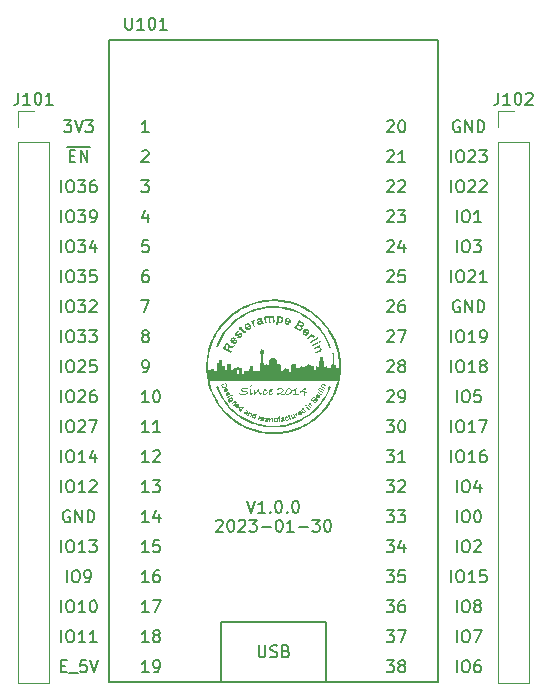
<source format=gbr>
%TF.GenerationSoftware,KiCad,Pcbnew,(6.0.11-0)*%
%TF.CreationDate,2023-01-30T18:49:11-05:00*%
%TF.ProjectId,ESP32-Breakout,45535033-322d-4427-9265-616b6f75742e,1.0.0*%
%TF.SameCoordinates,Original*%
%TF.FileFunction,Legend,Top*%
%TF.FilePolarity,Positive*%
%FSLAX46Y46*%
G04 Gerber Fmt 4.6, Leading zero omitted, Abs format (unit mm)*
G04 Created by KiCad (PCBNEW (6.0.11-0)) date 2023-01-30 18:49:11*
%MOMM*%
%LPD*%
G01*
G04 APERTURE LIST*
%ADD10C,0.000000*%
%ADD11C,0.150000*%
%ADD12C,0.120000*%
%ADD13C,0.127000*%
%ADD14R,1.700000X1.700000*%
%ADD15O,1.700000X1.700000*%
%ADD16R,1.560000X1.560000*%
%ADD17C,1.560000*%
G04 APERTURE END LIST*
D10*
G36*
X163130324Y-97060720D02*
G01*
X163133019Y-97060889D01*
X163135677Y-97061157D01*
X163138299Y-97061524D01*
X163140894Y-97061969D01*
X163143470Y-97062483D01*
X163146026Y-97063065D01*
X163148563Y-97063715D01*
X163151081Y-97064433D01*
X163153579Y-97065219D01*
X163156058Y-97066072D01*
X163158517Y-97066994D01*
X163160956Y-97067982D01*
X163163377Y-97069039D01*
X163165777Y-97070162D01*
X163168158Y-97071353D01*
X163170519Y-97072612D01*
X163172861Y-97073937D01*
X163175183Y-97075330D01*
X163177485Y-97076790D01*
X163179817Y-97078349D01*
X163182220Y-97080038D01*
X163184694Y-97081859D01*
X163187238Y-97083810D01*
X163189853Y-97085893D01*
X163192539Y-97088106D01*
X163198122Y-97092926D01*
X163203988Y-97098271D01*
X163210138Y-97104141D01*
X163216569Y-97110536D01*
X163223284Y-97117456D01*
X163370577Y-97271523D01*
X163304986Y-97334256D01*
X163184020Y-97207706D01*
X163174783Y-97198180D01*
X163166260Y-97189663D01*
X163158453Y-97182157D01*
X163151361Y-97175661D01*
X163144984Y-97170176D01*
X163142064Y-97167813D01*
X163139323Y-97165703D01*
X163136762Y-97163845D01*
X163134379Y-97162241D01*
X163132175Y-97160889D01*
X163130151Y-97159790D01*
X163128215Y-97158858D01*
X163126277Y-97158007D01*
X163124338Y-97157236D01*
X163122397Y-97156545D01*
X163120454Y-97155935D01*
X163118510Y-97155406D01*
X163116564Y-97154956D01*
X163114616Y-97154588D01*
X163112667Y-97154299D01*
X163110716Y-97154091D01*
X163108764Y-97153963D01*
X163106810Y-97153915D01*
X163104855Y-97153947D01*
X163102899Y-97154060D01*
X163100941Y-97154252D01*
X163098982Y-97154524D01*
X163097026Y-97154877D01*
X163095090Y-97155308D01*
X163093172Y-97155820D01*
X163091273Y-97156410D01*
X163089393Y-97157081D01*
X163087531Y-97157831D01*
X163085689Y-97158661D01*
X163083865Y-97159572D01*
X163082060Y-97160562D01*
X163080274Y-97161632D01*
X163078507Y-97162782D01*
X163076759Y-97164012D01*
X163075030Y-97165323D01*
X163073320Y-97166714D01*
X163071629Y-97168186D01*
X163069958Y-97169738D01*
X163067878Y-97171800D01*
X163065895Y-97173909D01*
X163064009Y-97176064D01*
X163062220Y-97178266D01*
X163060527Y-97180514D01*
X163058932Y-97182809D01*
X163057433Y-97185150D01*
X163056031Y-97187538D01*
X163054727Y-97189972D01*
X163053519Y-97192453D01*
X163052409Y-97194980D01*
X163051396Y-97197554D01*
X163050480Y-97200174D01*
X163049661Y-97202841D01*
X163048939Y-97205554D01*
X163048315Y-97208314D01*
X163047795Y-97211089D01*
X163047387Y-97213849D01*
X163047091Y-97216593D01*
X163046906Y-97219321D01*
X163046834Y-97222034D01*
X163046873Y-97224731D01*
X163047023Y-97227411D01*
X163047286Y-97230076D01*
X163047661Y-97232725D01*
X163048147Y-97235357D01*
X163048746Y-97237973D01*
X163049456Y-97240573D01*
X163050279Y-97243156D01*
X163051214Y-97245723D01*
X163052261Y-97248273D01*
X163053420Y-97250807D01*
X163054753Y-97253415D01*
X163056319Y-97256190D01*
X163058119Y-97259133D01*
X163060153Y-97262242D01*
X163062421Y-97265517D01*
X163064924Y-97268960D01*
X163067661Y-97272569D01*
X163070632Y-97276345D01*
X163073837Y-97280288D01*
X163077277Y-97284398D01*
X163084861Y-97293118D01*
X163093384Y-97302505D01*
X163102847Y-97312560D01*
X163210186Y-97424850D01*
X163144598Y-97487583D01*
X162907583Y-97239641D01*
X162968516Y-97181380D01*
X163003335Y-97217813D01*
X163002590Y-97208781D01*
X163002292Y-97199953D01*
X163002439Y-97191328D01*
X163003032Y-97182906D01*
X163004070Y-97174688D01*
X163005554Y-97166672D01*
X163007483Y-97158860D01*
X163009858Y-97151250D01*
X163012678Y-97143843D01*
X163015942Y-97136639D01*
X163019652Y-97129637D01*
X163023807Y-97122838D01*
X163028407Y-97116241D01*
X163033452Y-97109847D01*
X163038941Y-97103655D01*
X163044875Y-97097666D01*
X163047603Y-97095116D01*
X163050361Y-97092655D01*
X163053147Y-97090284D01*
X163055962Y-97088001D01*
X163058807Y-97085808D01*
X163061681Y-97083704D01*
X163064584Y-97081689D01*
X163067516Y-97079763D01*
X163070478Y-97077926D01*
X163073468Y-97076178D01*
X163076488Y-97074519D01*
X163079537Y-97072949D01*
X163082615Y-97071468D01*
X163085723Y-97070075D01*
X163088859Y-97068771D01*
X163092025Y-97067556D01*
X163095187Y-97066435D01*
X163098313Y-97065413D01*
X163101403Y-97064490D01*
X163104457Y-97063667D01*
X163107475Y-97062942D01*
X163110457Y-97062317D01*
X163113403Y-97061791D01*
X163116313Y-97061365D01*
X163119187Y-97061037D01*
X163122026Y-97060809D01*
X163124828Y-97060680D01*
X163127594Y-97060650D01*
X163130324Y-97060720D01*
G37*
G36*
X156549619Y-96383026D02*
G01*
X156479955Y-96429910D01*
X156429260Y-96354610D01*
X156498925Y-96307726D01*
X156549619Y-96383026D01*
G37*
G36*
X156016034Y-95315009D02*
G01*
X156078819Y-95478072D01*
X156083837Y-95491496D01*
X156088275Y-95504205D01*
X156092134Y-95516199D01*
X156095412Y-95527476D01*
X156098112Y-95538036D01*
X156100232Y-95547879D01*
X156101774Y-95557004D01*
X156102738Y-95565411D01*
X156103093Y-95570806D01*
X156103275Y-95576167D01*
X156103284Y-95581495D01*
X156103121Y-95586788D01*
X156102785Y-95592047D01*
X156102276Y-95597272D01*
X156101594Y-95602464D01*
X156100740Y-95607622D01*
X156099714Y-95612745D01*
X156098515Y-95617836D01*
X156097144Y-95622892D01*
X156095601Y-95627915D01*
X156093886Y-95632904D01*
X156091999Y-95637859D01*
X156089940Y-95642781D01*
X156087709Y-95647669D01*
X156085317Y-95652514D01*
X156082782Y-95657294D01*
X156080105Y-95662009D01*
X156077286Y-95666660D01*
X156074325Y-95671246D01*
X156071222Y-95675768D01*
X156067976Y-95680226D01*
X156064588Y-95684619D01*
X156061058Y-95688947D01*
X156057386Y-95693211D01*
X156053571Y-95697411D01*
X156049614Y-95701546D01*
X156045514Y-95705616D01*
X156041272Y-95709622D01*
X156036887Y-95713563D01*
X156032359Y-95717440D01*
X156027662Y-95721258D01*
X156022767Y-95725023D01*
X156017675Y-95728734D01*
X156012386Y-95732392D01*
X156006899Y-95735996D01*
X156001214Y-95739547D01*
X155995332Y-95743044D01*
X155989252Y-95746488D01*
X155982974Y-95749878D01*
X155976498Y-95753214D01*
X155969825Y-95756497D01*
X155962953Y-95759726D01*
X155955883Y-95762901D01*
X155948615Y-95766022D01*
X155941149Y-95769090D01*
X155933484Y-95772103D01*
X155919996Y-95777050D01*
X155906819Y-95781394D01*
X155893950Y-95785134D01*
X155881391Y-95788269D01*
X155869141Y-95790799D01*
X155857198Y-95792723D01*
X155851343Y-95793458D01*
X155845565Y-95794041D01*
X155839863Y-95794472D01*
X155834238Y-95794751D01*
X155827463Y-95794917D01*
X155820788Y-95794916D01*
X155814215Y-95794750D01*
X155807742Y-95794419D01*
X155801371Y-95793921D01*
X155795101Y-95793258D01*
X155788931Y-95792429D01*
X155782863Y-95791434D01*
X155776896Y-95790274D01*
X155771030Y-95788947D01*
X155765266Y-95787454D01*
X155759602Y-95785796D01*
X155754039Y-95783971D01*
X155748577Y-95781980D01*
X155743217Y-95779823D01*
X155737957Y-95777500D01*
X155734027Y-95775606D01*
X155730126Y-95773555D01*
X155726254Y-95771347D01*
X155722410Y-95768982D01*
X155718595Y-95766461D01*
X155714808Y-95763782D01*
X155711050Y-95760947D01*
X155707321Y-95757954D01*
X155703621Y-95754805D01*
X155699950Y-95751499D01*
X155696308Y-95748036D01*
X155692694Y-95744416D01*
X155689110Y-95740639D01*
X155685554Y-95736705D01*
X155682028Y-95732615D01*
X155678531Y-95728367D01*
X155675948Y-95725036D01*
X155673378Y-95721520D01*
X155670821Y-95717820D01*
X155668277Y-95713936D01*
X155665747Y-95709868D01*
X155663230Y-95705617D01*
X155660725Y-95701181D01*
X155658235Y-95696561D01*
X155655757Y-95691758D01*
X155653293Y-95686770D01*
X155650842Y-95681599D01*
X155648405Y-95676244D01*
X155645981Y-95670705D01*
X155643571Y-95664983D01*
X155638791Y-95652988D01*
X155597472Y-95545673D01*
X155682951Y-95545673D01*
X155708614Y-95612268D01*
X155712148Y-95621264D01*
X155715564Y-95629558D01*
X155718864Y-95637150D01*
X155722045Y-95644041D01*
X155725109Y-95650232D01*
X155728055Y-95655722D01*
X155730882Y-95660513D01*
X155733591Y-95664603D01*
X155735331Y-95667014D01*
X155737108Y-95669344D01*
X155738923Y-95671595D01*
X155740774Y-95673765D01*
X155742662Y-95675856D01*
X155744587Y-95677866D01*
X155746549Y-95679796D01*
X155748547Y-95681646D01*
X155750582Y-95683415D01*
X155752654Y-95685104D01*
X155754761Y-95686713D01*
X155756906Y-95688241D01*
X155759086Y-95689689D01*
X155761303Y-95691056D01*
X155763555Y-95692343D01*
X155765844Y-95693549D01*
X155768209Y-95694669D01*
X155770688Y-95695698D01*
X155773283Y-95696635D01*
X155775994Y-95697482D01*
X155778819Y-95698236D01*
X155781760Y-95698900D01*
X155784816Y-95699471D01*
X155787987Y-95699951D01*
X155791273Y-95700340D01*
X155794673Y-95700636D01*
X155798189Y-95700840D01*
X155801820Y-95700953D01*
X155805566Y-95700973D01*
X155809426Y-95700901D01*
X155813401Y-95700737D01*
X155817491Y-95700481D01*
X155821709Y-95700115D01*
X155826067Y-95699614D01*
X155830567Y-95698977D01*
X155835207Y-95698204D01*
X155839988Y-95697296D01*
X155844910Y-95696252D01*
X155855177Y-95693757D01*
X155866009Y-95690720D01*
X155877405Y-95687142D01*
X155889366Y-95683022D01*
X155901893Y-95678362D01*
X155914276Y-95673433D01*
X155925809Y-95668509D01*
X155936489Y-95663589D01*
X155946316Y-95658673D01*
X155955290Y-95653761D01*
X155963411Y-95648853D01*
X155967150Y-95646400D01*
X155970676Y-95643947D01*
X155973988Y-95641495D01*
X155977087Y-95639044D01*
X155980021Y-95636583D01*
X155982839Y-95634102D01*
X155985542Y-95631600D01*
X155988129Y-95629078D01*
X155990601Y-95626536D01*
X155992957Y-95623973D01*
X155995197Y-95621390D01*
X155997321Y-95618787D01*
X155999330Y-95616164D01*
X156001222Y-95613520D01*
X156002998Y-95610857D01*
X156004658Y-95608173D01*
X156006202Y-95605470D01*
X156007629Y-95602746D01*
X156008940Y-95600003D01*
X156010134Y-95597240D01*
X156011218Y-95594448D01*
X156012199Y-95591617D01*
X156013076Y-95588748D01*
X156013849Y-95585840D01*
X156014519Y-95582894D01*
X156015085Y-95579909D01*
X156015547Y-95576886D01*
X156015905Y-95573825D01*
X156016159Y-95570725D01*
X156016310Y-95567586D01*
X156016357Y-95564409D01*
X156016299Y-95561194D01*
X156016138Y-95557940D01*
X156015872Y-95554648D01*
X156015503Y-95551317D01*
X156015029Y-95547948D01*
X156014587Y-95545274D01*
X156014003Y-95542333D01*
X156012414Y-95535649D01*
X156010262Y-95527896D01*
X156007548Y-95519072D01*
X156004270Y-95509178D01*
X156000429Y-95498214D01*
X155996025Y-95486178D01*
X155991058Y-95473071D01*
X155975632Y-95432987D01*
X155682951Y-95545673D01*
X155597472Y-95545673D01*
X155574153Y-95485109D01*
X156016034Y-95315009D01*
G37*
G36*
X158024963Y-97849056D02*
G01*
X158002605Y-97894220D01*
X158010836Y-97890441D01*
X158019030Y-97887148D01*
X158027185Y-97884344D01*
X158035302Y-97882027D01*
X158043381Y-97880197D01*
X158051422Y-97878855D01*
X158059424Y-97878001D01*
X158067388Y-97877634D01*
X158075314Y-97877755D01*
X158083201Y-97878364D01*
X158091050Y-97879461D01*
X158098859Y-97881045D01*
X158106631Y-97883118D01*
X158114363Y-97885678D01*
X158122056Y-97888726D01*
X158129710Y-97892262D01*
X158133037Y-97893958D01*
X158136290Y-97895711D01*
X158139469Y-97897523D01*
X158142575Y-97899391D01*
X158145607Y-97901318D01*
X158148565Y-97903302D01*
X158151450Y-97905343D01*
X158154261Y-97907443D01*
X158156999Y-97909600D01*
X158159663Y-97911815D01*
X158162254Y-97914087D01*
X158164771Y-97916417D01*
X158167215Y-97918805D01*
X158169586Y-97921251D01*
X158171884Y-97923754D01*
X158174108Y-97926315D01*
X158176243Y-97928909D01*
X158178272Y-97931502D01*
X158180194Y-97934095D01*
X158182012Y-97936687D01*
X158183723Y-97939279D01*
X158185329Y-97941870D01*
X158186829Y-97944461D01*
X158188223Y-97947051D01*
X158189513Y-97949640D01*
X158190697Y-97952229D01*
X158191775Y-97954817D01*
X158192749Y-97957404D01*
X158193617Y-97959991D01*
X158194380Y-97962577D01*
X158195038Y-97965163D01*
X158195592Y-97967748D01*
X158196053Y-97970340D01*
X158196444Y-97972937D01*
X158196765Y-97975539D01*
X158197016Y-97978146D01*
X158197197Y-97980757D01*
X158197308Y-97983373D01*
X158197350Y-97985994D01*
X158197321Y-97988620D01*
X158197223Y-97991251D01*
X158197055Y-97993886D01*
X158196818Y-97996525D01*
X158196511Y-97999169D01*
X158196134Y-98001818D01*
X158195688Y-98004471D01*
X158195172Y-98007128D01*
X158194586Y-98009790D01*
X158193917Y-98012510D01*
X158193149Y-98015343D01*
X158191317Y-98021343D01*
X158189089Y-98027792D01*
X158186467Y-98034687D01*
X158183449Y-98042029D01*
X158180035Y-98049817D01*
X158176224Y-98058050D01*
X158172018Y-98066728D01*
X158077429Y-98257757D01*
X157996096Y-98217514D01*
X158073752Y-98060616D01*
X158079560Y-98048674D01*
X158084661Y-98037751D01*
X158089055Y-98027848D01*
X158092742Y-98018964D01*
X158095722Y-98011100D01*
X158097996Y-98004255D01*
X158099562Y-97998430D01*
X158100080Y-97995899D01*
X158100421Y-97993624D01*
X158100636Y-97991488D01*
X158100776Y-97989379D01*
X158100840Y-97987294D01*
X158100827Y-97985235D01*
X158100739Y-97983202D01*
X158100575Y-97981195D01*
X158100335Y-97979213D01*
X158100018Y-97977256D01*
X158099625Y-97975326D01*
X158099156Y-97973421D01*
X158098610Y-97971542D01*
X158097988Y-97969689D01*
X158097289Y-97967861D01*
X158096514Y-97966060D01*
X158095662Y-97964285D01*
X158094733Y-97962535D01*
X158093736Y-97960817D01*
X158092670Y-97959143D01*
X158091536Y-97957515D01*
X158090333Y-97955932D01*
X158089061Y-97954394D01*
X158087720Y-97952901D01*
X158086310Y-97951453D01*
X158084831Y-97950050D01*
X158083284Y-97948692D01*
X158081667Y-97947379D01*
X158079982Y-97946111D01*
X158078228Y-97944888D01*
X158076405Y-97943710D01*
X158074513Y-97942576D01*
X158072553Y-97941487D01*
X158070523Y-97940443D01*
X158067878Y-97939192D01*
X158065222Y-97938047D01*
X158062555Y-97937009D01*
X158059877Y-97936078D01*
X158057188Y-97935254D01*
X158054488Y-97934537D01*
X158051777Y-97933928D01*
X158049055Y-97933425D01*
X158046323Y-97933030D01*
X158043579Y-97932742D01*
X158040825Y-97932561D01*
X158038060Y-97932488D01*
X158035284Y-97932523D01*
X158032498Y-97932665D01*
X158029701Y-97932915D01*
X158026894Y-97933273D01*
X158024103Y-97933729D01*
X158021366Y-97934286D01*
X158018683Y-97934942D01*
X158016054Y-97935699D01*
X158013478Y-97936555D01*
X158010956Y-97937511D01*
X158008488Y-97938566D01*
X158006074Y-97939722D01*
X158003714Y-97940977D01*
X158001407Y-97942333D01*
X157999153Y-97943788D01*
X157996953Y-97945343D01*
X157994807Y-97946997D01*
X157992714Y-97948752D01*
X157990674Y-97950606D01*
X157988688Y-97952561D01*
X157986690Y-97954699D01*
X157984615Y-97957115D01*
X157982463Y-97959809D01*
X157980234Y-97962780D01*
X157977929Y-97966030D01*
X157975546Y-97969557D01*
X157973087Y-97973362D01*
X157970551Y-97977445D01*
X157967937Y-97981806D01*
X157965247Y-97986444D01*
X157962480Y-97991361D01*
X157959637Y-97996555D01*
X157953718Y-98007776D01*
X157947492Y-98020109D01*
X157878595Y-98159332D01*
X157797235Y-98119063D01*
X157949397Y-97811670D01*
X158024963Y-97849056D01*
G37*
G36*
X164178780Y-95440194D02*
G01*
X164181453Y-95440331D01*
X164184138Y-95440538D01*
X164186833Y-95440815D01*
X164189541Y-95441162D01*
X164195208Y-95442094D01*
X164201353Y-95443379D01*
X164207977Y-95445019D01*
X164215080Y-95447013D01*
X164222662Y-95449360D01*
X164230722Y-95452060D01*
X164239261Y-95455113D01*
X164248280Y-95458518D01*
X164447062Y-95535460D01*
X164414304Y-95620101D01*
X164251058Y-95556918D01*
X164238648Y-95552212D01*
X164227315Y-95548118D01*
X164217059Y-95544633D01*
X164207881Y-95541761D01*
X164199780Y-95539499D01*
X164192758Y-95537849D01*
X164186813Y-95536812D01*
X164184246Y-95536522D01*
X164181948Y-95536386D01*
X164179797Y-95536368D01*
X164177678Y-95536422D01*
X164175592Y-95536549D01*
X164173539Y-95536749D01*
X164171519Y-95537022D01*
X164169532Y-95537367D01*
X164167578Y-95537786D01*
X164165656Y-95538278D01*
X164163768Y-95538842D01*
X164161912Y-95539481D01*
X164160089Y-95540192D01*
X164158299Y-95540977D01*
X164156542Y-95541835D01*
X164154818Y-95542767D01*
X164153127Y-95543773D01*
X164151469Y-95544852D01*
X164149852Y-95546000D01*
X164148285Y-95547214D01*
X164146769Y-95548491D01*
X164145303Y-95549833D01*
X164143888Y-95551240D01*
X164142524Y-95552710D01*
X164141210Y-95554246D01*
X164139946Y-95555846D01*
X164138734Y-95557510D01*
X164137573Y-95559239D01*
X164136462Y-95561032D01*
X164135403Y-95562890D01*
X164134394Y-95564813D01*
X164133437Y-95566799D01*
X164132531Y-95568851D01*
X164131677Y-95570967D01*
X164130664Y-95573716D01*
X164129761Y-95576466D01*
X164128965Y-95579217D01*
X164128278Y-95581970D01*
X164127699Y-95584723D01*
X164127229Y-95587478D01*
X164126866Y-95590234D01*
X164126611Y-95592990D01*
X164126464Y-95595748D01*
X164126425Y-95598506D01*
X164126494Y-95601265D01*
X164126670Y-95604025D01*
X164126954Y-95606786D01*
X164127345Y-95609548D01*
X164127844Y-95612310D01*
X164128451Y-95615073D01*
X164129158Y-95617810D01*
X164129960Y-95620485D01*
X164130857Y-95623098D01*
X164131848Y-95625649D01*
X164132934Y-95628138D01*
X164134114Y-95630565D01*
X164135389Y-95632929D01*
X164136758Y-95635231D01*
X164138221Y-95637471D01*
X164139779Y-95639648D01*
X164141430Y-95641763D01*
X164143176Y-95643815D01*
X164145016Y-95645805D01*
X164146949Y-95647733D01*
X164148977Y-95649598D01*
X164151098Y-95651400D01*
X164153412Y-95653197D01*
X164156009Y-95655044D01*
X164158889Y-95656942D01*
X164162052Y-95658892D01*
X164165497Y-95660892D01*
X164169226Y-95662944D01*
X164173238Y-95665048D01*
X164177533Y-95667202D01*
X164182111Y-95669408D01*
X164186972Y-95671666D01*
X164197544Y-95676336D01*
X164209249Y-95681214D01*
X164222086Y-95686299D01*
X164366972Y-95742390D01*
X164334216Y-95827030D01*
X164014335Y-95703206D01*
X164044762Y-95624598D01*
X164091752Y-95642775D01*
X164087244Y-95634919D01*
X164083225Y-95627056D01*
X164079696Y-95619188D01*
X164076655Y-95611314D01*
X164074105Y-95603433D01*
X164072043Y-95595547D01*
X164070471Y-95587655D01*
X164069387Y-95579758D01*
X164068794Y-95571855D01*
X164068689Y-95563946D01*
X164069074Y-95556032D01*
X164069948Y-95548113D01*
X164071311Y-95540188D01*
X164073164Y-95532258D01*
X164075505Y-95524324D01*
X164078336Y-95516384D01*
X164079723Y-95512915D01*
X164081174Y-95509515D01*
X164082690Y-95506183D01*
X164084270Y-95502919D01*
X164085915Y-95499724D01*
X164087624Y-95496597D01*
X164089398Y-95493538D01*
X164091236Y-95490547D01*
X164093138Y-95487624D01*
X164095106Y-95484770D01*
X164097137Y-95481984D01*
X164099233Y-95479266D01*
X164101394Y-95476616D01*
X164103619Y-95474034D01*
X164105908Y-95471521D01*
X164108262Y-95469076D01*
X164110648Y-95466718D01*
X164113043Y-95464465D01*
X164115448Y-95462317D01*
X164117862Y-95460275D01*
X164120285Y-95458338D01*
X164122718Y-95456506D01*
X164125161Y-95454779D01*
X164127613Y-95453158D01*
X164130074Y-95451642D01*
X164132546Y-95450230D01*
X164135027Y-95448924D01*
X164137518Y-95447723D01*
X164140018Y-95446626D01*
X164142529Y-95445635D01*
X164145049Y-95444749D01*
X164147579Y-95443967D01*
X164150119Y-95443272D01*
X164152670Y-95442646D01*
X164155232Y-95442089D01*
X164157804Y-95441601D01*
X164160387Y-95441183D01*
X164162982Y-95440833D01*
X164165587Y-95440553D01*
X164168203Y-95440342D01*
X164170830Y-95440201D01*
X164173469Y-95440129D01*
X164176119Y-95440127D01*
X164178780Y-95440194D01*
G37*
G36*
X163073794Y-97547008D02*
G01*
X163004527Y-97605639D01*
X162782938Y-97343807D01*
X162852206Y-97285175D01*
X163073794Y-97547008D01*
G37*
G36*
X162376141Y-97687580D02*
G01*
X162377377Y-97680110D01*
X162378952Y-97672838D01*
X162380867Y-97665765D01*
X162383120Y-97658892D01*
X162385713Y-97652217D01*
X162388645Y-97645741D01*
X162391915Y-97639465D01*
X162395525Y-97633387D01*
X162399473Y-97627509D01*
X162403760Y-97621830D01*
X162408386Y-97616349D01*
X162413351Y-97611068D01*
X162418655Y-97605986D01*
X162424297Y-97601103D01*
X162430278Y-97596419D01*
X162436598Y-97591934D01*
X162442605Y-97588094D01*
X162448722Y-97584632D01*
X162454948Y-97581548D01*
X162461283Y-97578841D01*
X162467727Y-97576512D01*
X162474280Y-97574560D01*
X162480941Y-97572986D01*
X162487712Y-97571789D01*
X162494591Y-97570969D01*
X162501580Y-97570527D01*
X162508677Y-97570462D01*
X162515883Y-97570774D01*
X162523197Y-97571463D01*
X162530620Y-97572529D01*
X162538152Y-97573973D01*
X162545792Y-97575794D01*
X162450250Y-97434533D01*
X162525446Y-97383706D01*
X162790664Y-97775925D01*
X162720840Y-97823153D01*
X162692609Y-97781401D01*
X162692438Y-97785884D01*
X162692151Y-97790303D01*
X162691748Y-97794657D01*
X162691231Y-97798948D01*
X162690598Y-97803175D01*
X162689850Y-97807337D01*
X162688987Y-97811436D01*
X162688009Y-97815470D01*
X162686916Y-97819440D01*
X162685707Y-97823346D01*
X162684384Y-97827188D01*
X162682946Y-97830965D01*
X162681394Y-97834678D01*
X162679726Y-97838327D01*
X162677943Y-97841911D01*
X162676046Y-97845431D01*
X162674063Y-97848873D01*
X162672014Y-97852225D01*
X162669898Y-97855486D01*
X162667716Y-97858657D01*
X162665468Y-97861737D01*
X162663153Y-97864727D01*
X162660772Y-97867626D01*
X162658325Y-97870434D01*
X162655811Y-97873152D01*
X162653231Y-97875779D01*
X162650585Y-97878316D01*
X162647872Y-97880763D01*
X162645093Y-97883118D01*
X162642248Y-97885384D01*
X162639336Y-97887558D01*
X162636358Y-97889643D01*
X162630187Y-97893589D01*
X162623917Y-97897152D01*
X162617549Y-97900333D01*
X162611082Y-97903132D01*
X162604517Y-97905548D01*
X162597852Y-97907582D01*
X162591090Y-97909233D01*
X162584228Y-97910502D01*
X162577269Y-97911388D01*
X162570210Y-97911893D01*
X162563053Y-97912015D01*
X162555797Y-97911755D01*
X162548443Y-97911113D01*
X162540991Y-97910089D01*
X162533439Y-97908682D01*
X162525790Y-97906894D01*
X162518144Y-97904696D01*
X162510607Y-97902070D01*
X162503177Y-97899016D01*
X162495855Y-97895534D01*
X162488642Y-97891624D01*
X162481536Y-97887287D01*
X162474537Y-97882522D01*
X162467647Y-97877330D01*
X162460865Y-97871710D01*
X162454190Y-97865662D01*
X162447624Y-97859187D01*
X162441165Y-97852285D01*
X162434815Y-97844955D01*
X162428572Y-97837198D01*
X162422437Y-97829013D01*
X162416410Y-97820401D01*
X162410528Y-97811413D01*
X162405094Y-97802517D01*
X162400110Y-97793712D01*
X162395574Y-97785000D01*
X162391487Y-97776378D01*
X162387849Y-97767849D01*
X162384660Y-97759411D01*
X162381919Y-97751064D01*
X162379627Y-97742809D01*
X162377783Y-97734645D01*
X162376388Y-97726573D01*
X162375442Y-97718592D01*
X162374944Y-97710702D01*
X162374894Y-97702903D01*
X162375245Y-97696136D01*
X162464437Y-97696136D01*
X162464607Y-97700492D01*
X162465029Y-97704916D01*
X162465703Y-97709410D01*
X162466630Y-97713973D01*
X162467809Y-97718605D01*
X162469240Y-97723306D01*
X162470924Y-97728075D01*
X162472861Y-97732914D01*
X162475049Y-97737821D01*
X162477491Y-97742797D01*
X162480184Y-97747841D01*
X162483130Y-97752953D01*
X162486328Y-97758134D01*
X162489779Y-97763384D01*
X162493606Y-97768937D01*
X162497399Y-97774228D01*
X162501157Y-97779256D01*
X162504880Y-97784021D01*
X162508568Y-97788523D01*
X162512222Y-97792762D01*
X162515841Y-97796738D01*
X162519426Y-97800452D01*
X162522975Y-97803902D01*
X162526490Y-97807089D01*
X162529970Y-97810014D01*
X162533416Y-97812675D01*
X162536826Y-97815074D01*
X162540202Y-97817210D01*
X162543543Y-97819083D01*
X162546850Y-97820693D01*
X162551591Y-97822683D01*
X162556289Y-97824366D01*
X162560945Y-97825744D01*
X162565558Y-97826815D01*
X162570128Y-97827579D01*
X162574656Y-97828037D01*
X162579141Y-97828189D01*
X162583584Y-97828035D01*
X162587984Y-97827574D01*
X162592342Y-97826807D01*
X162596657Y-97825733D01*
X162600930Y-97824354D01*
X162605161Y-97822667D01*
X162609349Y-97820675D01*
X162613495Y-97818376D01*
X162617599Y-97815771D01*
X162620755Y-97813508D01*
X162623733Y-97811114D01*
X162626534Y-97808589D01*
X162629158Y-97805933D01*
X162631604Y-97803146D01*
X162633873Y-97800229D01*
X162635965Y-97797180D01*
X162637879Y-97793999D01*
X162639616Y-97790688D01*
X162641176Y-97787246D01*
X162642558Y-97783672D01*
X162643763Y-97779967D01*
X162644791Y-97776130D01*
X162645641Y-97772163D01*
X162646314Y-97768064D01*
X162646810Y-97763833D01*
X162647093Y-97759500D01*
X162647118Y-97755092D01*
X162646885Y-97750610D01*
X162646394Y-97746054D01*
X162645645Y-97741423D01*
X162644639Y-97736718D01*
X162643374Y-97731939D01*
X162641852Y-97727086D01*
X162640073Y-97722159D01*
X162638036Y-97717157D01*
X162635741Y-97712082D01*
X162633189Y-97706933D01*
X162630379Y-97701709D01*
X162627312Y-97696412D01*
X162623987Y-97691041D01*
X162620405Y-97685596D01*
X162616271Y-97679628D01*
X162612143Y-97673968D01*
X162608023Y-97668615D01*
X162603909Y-97663570D01*
X162599802Y-97658832D01*
X162595702Y-97654402D01*
X162591609Y-97650279D01*
X162587523Y-97646464D01*
X162583443Y-97642957D01*
X162579371Y-97639757D01*
X162575305Y-97636865D01*
X162571246Y-97634280D01*
X162567194Y-97632003D01*
X162563149Y-97630034D01*
X162559110Y-97628372D01*
X162555079Y-97627017D01*
X162551069Y-97625927D01*
X162547095Y-97625058D01*
X162543159Y-97624409D01*
X162539258Y-97623981D01*
X162535395Y-97623774D01*
X162531568Y-97623788D01*
X162527777Y-97624022D01*
X162524023Y-97624477D01*
X162520306Y-97625153D01*
X162516625Y-97626050D01*
X162512981Y-97627168D01*
X162509373Y-97628506D01*
X162505802Y-97630065D01*
X162502268Y-97631845D01*
X162498770Y-97633845D01*
X162495309Y-97636067D01*
X162492051Y-97638389D01*
X162488974Y-97640831D01*
X162486078Y-97643394D01*
X162483362Y-97646077D01*
X162480828Y-97648880D01*
X162478474Y-97651803D01*
X162476301Y-97654847D01*
X162474308Y-97658010D01*
X162472496Y-97661293D01*
X162470864Y-97664697D01*
X162469412Y-97668220D01*
X162468141Y-97671863D01*
X162467049Y-97675626D01*
X162466138Y-97679508D01*
X162465407Y-97683511D01*
X162464855Y-97687633D01*
X162464520Y-97691850D01*
X162464437Y-97696136D01*
X162375245Y-97696136D01*
X162375293Y-97695196D01*
X162376141Y-97687580D01*
G37*
G36*
X158905245Y-96246213D02*
G01*
X158905111Y-96246191D01*
X158904980Y-96246165D01*
X158904942Y-96246156D01*
X158904920Y-96246148D01*
X158904915Y-96246145D01*
X158904915Y-96246142D01*
X158904926Y-96246138D01*
X158904995Y-96246133D01*
X158905311Y-96246131D01*
X158905245Y-96246213D01*
G37*
G36*
X162024418Y-97853030D02*
G01*
X162028518Y-97853214D01*
X162032659Y-97853527D01*
X162041496Y-97937030D01*
X162038144Y-97936640D01*
X162034865Y-97936344D01*
X162031660Y-97936142D01*
X162028528Y-97936033D01*
X162025469Y-97936018D01*
X162022483Y-97936096D01*
X162019570Y-97936268D01*
X162016731Y-97936534D01*
X162013964Y-97936893D01*
X162011271Y-97937346D01*
X162008651Y-97937893D01*
X162006104Y-97938533D01*
X162003630Y-97939267D01*
X162001230Y-97940094D01*
X161998903Y-97941016D01*
X161996648Y-97942031D01*
X161994539Y-97943089D01*
X161992505Y-97944202D01*
X161990548Y-97945369D01*
X161988667Y-97946590D01*
X161986862Y-97947865D01*
X161985133Y-97949194D01*
X161983481Y-97950578D01*
X161981905Y-97952015D01*
X161980405Y-97953507D01*
X161978982Y-97955053D01*
X161977635Y-97956654D01*
X161976364Y-97958308D01*
X161975170Y-97960018D01*
X161974051Y-97961781D01*
X161973009Y-97963600D01*
X161972044Y-97965473D01*
X161971165Y-97967423D01*
X161970383Y-97969472D01*
X161969698Y-97971622D01*
X161969111Y-97973872D01*
X161968622Y-97976221D01*
X161968229Y-97978671D01*
X161967935Y-97981221D01*
X161967737Y-97983871D01*
X161967637Y-97986621D01*
X161967634Y-97989471D01*
X161967729Y-97992421D01*
X161967921Y-97995472D01*
X161968210Y-97998623D01*
X161968596Y-98001875D01*
X161969080Y-98005226D01*
X161969662Y-98008679D01*
X161970415Y-98012385D01*
X161971425Y-98016488D01*
X161972692Y-98020989D01*
X161974215Y-98025888D01*
X161975995Y-98031184D01*
X161978031Y-98036878D01*
X161982874Y-98049458D01*
X161988742Y-98063627D01*
X161995636Y-98079387D01*
X162003554Y-98096737D01*
X162012498Y-98115676D01*
X162058270Y-98211191D01*
X161976408Y-98250402D01*
X161828216Y-97941078D01*
X161904229Y-97904671D01*
X161925317Y-97948645D01*
X161926557Y-97938877D01*
X161927995Y-97929833D01*
X161929630Y-97921512D01*
X161931462Y-97913915D01*
X161932451Y-97910388D01*
X161933489Y-97907041D01*
X161934576Y-97903875D01*
X161935712Y-97900890D01*
X161936897Y-97898085D01*
X161938130Y-97895461D01*
X161939412Y-97893017D01*
X161940742Y-97890754D01*
X161942131Y-97888617D01*
X161943591Y-97886540D01*
X161945120Y-97884524D01*
X161946720Y-97882569D01*
X161948390Y-97880676D01*
X161950129Y-97878843D01*
X161951939Y-97877072D01*
X161953819Y-97875362D01*
X161955769Y-97873713D01*
X161957789Y-97872126D01*
X161959879Y-97870600D01*
X161962040Y-97869136D01*
X161964270Y-97867734D01*
X161966570Y-97866394D01*
X161968941Y-97865115D01*
X161971381Y-97863899D01*
X161974900Y-97862291D01*
X161978459Y-97860810D01*
X161982061Y-97859458D01*
X161985703Y-97858234D01*
X161989388Y-97857137D01*
X161993114Y-97856168D01*
X161996881Y-97855328D01*
X162000691Y-97854615D01*
X162004541Y-97854031D01*
X162008433Y-97853574D01*
X162012367Y-97853246D01*
X162016343Y-97853045D01*
X162020359Y-97852973D01*
X162024418Y-97853030D01*
G37*
G36*
X158115733Y-95524961D02*
G01*
X158124239Y-95527510D01*
X158132158Y-95530195D01*
X158139491Y-95533018D01*
X158146237Y-95535982D01*
X158152397Y-95539087D01*
X158157970Y-95542335D01*
X158162956Y-95545729D01*
X158167355Y-95549269D01*
X158171169Y-95552957D01*
X158174395Y-95556795D01*
X158177035Y-95560786D01*
X158179088Y-95564929D01*
X158179894Y-95567059D01*
X158180554Y-95569227D01*
X158181068Y-95571435D01*
X158181434Y-95573683D01*
X158181728Y-95578296D01*
X158181661Y-95579989D01*
X158181577Y-95580827D01*
X158181459Y-95581658D01*
X158181307Y-95582483D01*
X158181120Y-95583303D01*
X158180899Y-95584117D01*
X158180643Y-95584926D01*
X158180352Y-95585731D01*
X158180026Y-95586530D01*
X158179268Y-95588115D01*
X158178366Y-95589683D01*
X158177319Y-95591237D01*
X158176126Y-95592777D01*
X158174784Y-95594305D01*
X158173292Y-95595824D01*
X158171648Y-95597334D01*
X158169852Y-95598838D01*
X158167900Y-95600336D01*
X158165791Y-95601831D01*
X158163525Y-95603325D01*
X158163525Y-95605600D01*
X158160778Y-95608720D01*
X158158085Y-95611678D01*
X158155445Y-95614472D01*
X158152859Y-95617102D01*
X158150325Y-95619565D01*
X158147846Y-95621860D01*
X158145419Y-95623984D01*
X158143046Y-95625937D01*
X158140726Y-95627717D01*
X158138460Y-95629321D01*
X158136246Y-95630749D01*
X158134087Y-95631999D01*
X158131980Y-95633069D01*
X158129927Y-95633957D01*
X158127927Y-95634661D01*
X158125980Y-95635181D01*
X158108915Y-95655660D01*
X158097537Y-95670450D01*
X158071371Y-95677276D01*
X158059994Y-95693204D01*
X158041790Y-95702306D01*
X158012210Y-95728473D01*
X157994006Y-95711408D01*
X157997419Y-95682964D01*
X158009934Y-95662486D01*
X158010201Y-95660580D01*
X158010576Y-95658700D01*
X158011062Y-95656846D01*
X158011659Y-95655020D01*
X158012369Y-95653220D01*
X158013194Y-95651447D01*
X158014136Y-95649700D01*
X158015196Y-95647980D01*
X158016376Y-95646287D01*
X158017678Y-95644620D01*
X158019103Y-95642980D01*
X158020653Y-95641367D01*
X158022330Y-95639781D01*
X158024135Y-95638221D01*
X158026070Y-95636687D01*
X158028137Y-95635181D01*
X158028137Y-95630630D01*
X158034963Y-95626080D01*
X158036102Y-95609014D01*
X158054305Y-95604463D01*
X158054305Y-95594223D01*
X158067957Y-95591948D01*
X158068625Y-95589215D01*
X158069348Y-95586564D01*
X158070132Y-95583996D01*
X158070980Y-95581513D01*
X158071893Y-95579117D01*
X158072877Y-95576809D01*
X158073934Y-95574591D01*
X158075068Y-95572465D01*
X158076282Y-95570432D01*
X158077579Y-95568494D01*
X158078963Y-95566653D01*
X158080437Y-95564910D01*
X158082004Y-95563266D01*
X158083667Y-95561725D01*
X158085431Y-95560287D01*
X158087298Y-95558954D01*
X158090711Y-95556679D01*
X158097537Y-95549853D01*
X158106640Y-95522548D01*
X158115733Y-95524961D01*
G37*
G36*
X156370936Y-91702468D02*
G01*
X156373526Y-91690147D01*
X156376798Y-91677916D01*
X156380753Y-91665774D01*
X156385390Y-91653721D01*
X156390710Y-91641757D01*
X156396713Y-91629882D01*
X156403398Y-91618095D01*
X156410766Y-91606398D01*
X156419579Y-91593662D01*
X156428705Y-91581629D01*
X156438143Y-91570299D01*
X156447893Y-91559671D01*
X156457955Y-91549745D01*
X156468330Y-91540523D01*
X156479017Y-91532003D01*
X156490015Y-91524185D01*
X156501326Y-91517070D01*
X156512948Y-91510658D01*
X156524883Y-91504948D01*
X156537129Y-91499941D01*
X156549686Y-91495636D01*
X156562555Y-91492034D01*
X156575736Y-91489135D01*
X156589227Y-91486938D01*
X156602999Y-91485530D01*
X156617018Y-91484995D01*
X156631284Y-91485333D01*
X156645798Y-91486546D01*
X156660560Y-91488632D01*
X156675569Y-91491591D01*
X156690827Y-91495424D01*
X156706332Y-91500131D01*
X156722086Y-91505711D01*
X156738087Y-91512164D01*
X156754337Y-91519491D01*
X156770835Y-91527691D01*
X156787581Y-91536764D01*
X156804576Y-91546711D01*
X156821819Y-91557531D01*
X156839311Y-91569224D01*
X156633545Y-91880215D01*
X156640530Y-91884445D01*
X156647465Y-91888335D01*
X156654351Y-91891884D01*
X156661187Y-91895092D01*
X156667973Y-91897960D01*
X156674709Y-91900487D01*
X156681396Y-91902674D01*
X156688033Y-91904520D01*
X156694619Y-91906025D01*
X156701156Y-91907190D01*
X156707643Y-91908013D01*
X156714080Y-91908496D01*
X156720467Y-91908638D01*
X156726803Y-91908439D01*
X156733090Y-91907898D01*
X156739326Y-91907017D01*
X156745458Y-91905836D01*
X156751423Y-91904384D01*
X156757221Y-91902663D01*
X156762851Y-91900673D01*
X156768314Y-91898412D01*
X156773610Y-91895883D01*
X156778738Y-91893083D01*
X156783699Y-91890014D01*
X156788494Y-91886676D01*
X156793121Y-91883068D01*
X156797581Y-91879191D01*
X156801874Y-91875045D01*
X156806000Y-91870629D01*
X156809960Y-91865945D01*
X156813752Y-91860990D01*
X156817378Y-91855767D01*
X156819703Y-91852121D01*
X156821856Y-91848465D01*
X156823838Y-91844799D01*
X156825647Y-91841123D01*
X156827285Y-91837437D01*
X156828751Y-91833741D01*
X156830044Y-91830035D01*
X156831166Y-91826319D01*
X156832115Y-91822594D01*
X156832893Y-91818858D01*
X156833498Y-91815112D01*
X156833931Y-91811357D01*
X156834192Y-91807592D01*
X156834280Y-91803816D01*
X156834196Y-91800031D01*
X156833940Y-91796236D01*
X156833496Y-91792423D01*
X156832850Y-91788586D01*
X156832001Y-91784724D01*
X156830950Y-91780838D01*
X156829695Y-91776926D01*
X156828239Y-91772991D01*
X156826580Y-91769030D01*
X156824719Y-91765045D01*
X156822656Y-91761036D01*
X156820391Y-91757002D01*
X156817924Y-91752943D01*
X156815255Y-91748860D01*
X156812384Y-91744753D01*
X156809311Y-91740622D01*
X156806037Y-91736466D01*
X156802560Y-91732286D01*
X156905166Y-91622325D01*
X156911501Y-91630957D01*
X156917439Y-91639636D01*
X156922981Y-91648365D01*
X156928126Y-91657141D01*
X156932874Y-91665965D01*
X156937225Y-91674838D01*
X156941180Y-91683759D01*
X156944738Y-91692728D01*
X156947899Y-91701745D01*
X156950664Y-91710810D01*
X156953033Y-91719923D01*
X156955005Y-91729084D01*
X156956581Y-91738292D01*
X156957760Y-91747549D01*
X156958543Y-91756853D01*
X156958930Y-91766206D01*
X156958908Y-91775586D01*
X156958475Y-91784985D01*
X156957632Y-91794403D01*
X156956379Y-91803839D01*
X156954714Y-91813294D01*
X156952639Y-91822767D01*
X156950152Y-91832258D01*
X156947255Y-91841768D01*
X156943946Y-91851296D01*
X156940226Y-91860842D01*
X156936095Y-91870406D01*
X156931553Y-91879989D01*
X156926599Y-91889589D01*
X156921233Y-91899208D01*
X156915456Y-91908845D01*
X156909267Y-91918500D01*
X156898999Y-91933339D01*
X156888435Y-91947268D01*
X156877576Y-91960287D01*
X156866420Y-91972396D01*
X156854969Y-91983594D01*
X156843221Y-91993881D01*
X156831178Y-92003259D01*
X156818840Y-92011726D01*
X156806205Y-92019283D01*
X156793275Y-92025929D01*
X156780048Y-92031665D01*
X156766526Y-92036491D01*
X156752709Y-92040406D01*
X156738595Y-92043411D01*
X156724186Y-92045506D01*
X156709480Y-92046691D01*
X156697627Y-92046923D01*
X156685751Y-92046620D01*
X156673852Y-92045780D01*
X156661930Y-92044404D01*
X156649986Y-92042492D01*
X156638018Y-92040044D01*
X156626028Y-92037061D01*
X156614016Y-92033541D01*
X156601980Y-92029485D01*
X156589922Y-92024894D01*
X156577842Y-92019767D01*
X156565739Y-92014105D01*
X156553613Y-92007907D01*
X156541465Y-92001174D01*
X156529294Y-91993905D01*
X156517101Y-91986101D01*
X156502881Y-91976345D01*
X156489371Y-91966374D01*
X156476571Y-91956189D01*
X156464481Y-91945789D01*
X156453101Y-91935174D01*
X156442431Y-91924345D01*
X156432471Y-91913301D01*
X156423221Y-91902043D01*
X156414681Y-91890570D01*
X156406851Y-91878883D01*
X156399731Y-91866981D01*
X156393322Y-91854865D01*
X156387622Y-91842534D01*
X156382632Y-91829988D01*
X156378352Y-91817228D01*
X156374783Y-91804253D01*
X156371914Y-91791216D01*
X156369727Y-91778269D01*
X156368223Y-91765411D01*
X156367401Y-91752643D01*
X156367261Y-91739965D01*
X156367804Y-91727377D01*
X156368509Y-91720183D01*
X156492147Y-91720183D01*
X156492285Y-91725752D01*
X156492728Y-91731363D01*
X156493475Y-91737017D01*
X156494526Y-91742714D01*
X156495882Y-91748452D01*
X156497538Y-91754162D01*
X156499500Y-91759771D01*
X156501767Y-91765279D01*
X156504340Y-91770687D01*
X156507218Y-91775994D01*
X156510401Y-91781201D01*
X156513890Y-91786306D01*
X156517684Y-91791311D01*
X156521783Y-91796216D01*
X156526187Y-91801019D01*
X156530896Y-91805722D01*
X156535910Y-91810324D01*
X156541228Y-91814825D01*
X156546851Y-91819225D01*
X156552779Y-91823523D01*
X156559012Y-91827721D01*
X156681778Y-91642196D01*
X156674968Y-91638069D01*
X156668230Y-91634273D01*
X156661564Y-91630807D01*
X156654969Y-91627671D01*
X156648446Y-91624865D01*
X156641995Y-91622389D01*
X156635616Y-91620244D01*
X156629308Y-91618429D01*
X156623072Y-91616945D01*
X156616908Y-91615792D01*
X156610815Y-91614969D01*
X156604794Y-91614476D01*
X156598844Y-91614315D01*
X156592965Y-91614485D01*
X156587158Y-91614985D01*
X156581422Y-91615817D01*
X156575802Y-91616926D01*
X156570342Y-91618271D01*
X156565042Y-91619851D01*
X156559902Y-91621665D01*
X156554921Y-91623715D01*
X156550101Y-91625999D01*
X156545441Y-91628518D01*
X156540941Y-91631272D01*
X156536601Y-91634260D01*
X156532421Y-91637483D01*
X156528400Y-91640941D01*
X156524540Y-91644634D01*
X156520840Y-91648561D01*
X156517299Y-91652722D01*
X156513919Y-91657118D01*
X156510699Y-91661748D01*
X156507492Y-91666845D01*
X156504589Y-91671985D01*
X156501991Y-91677168D01*
X156499696Y-91682395D01*
X156497705Y-91687664D01*
X156496018Y-91692977D01*
X156494636Y-91698333D01*
X156493557Y-91703731D01*
X156492783Y-91709172D01*
X156492312Y-91714656D01*
X156492147Y-91720183D01*
X156368509Y-91720183D01*
X156369029Y-91714878D01*
X156370936Y-91702468D01*
G37*
G36*
X164294872Y-95910692D02*
G01*
X164257116Y-95993215D01*
X163945199Y-95850553D01*
X163982929Y-95768029D01*
X164294872Y-95910692D01*
G37*
G36*
X157027934Y-90960396D02*
G01*
X157036287Y-90960995D01*
X157044661Y-90961985D01*
X157053055Y-90963366D01*
X157061470Y-90965139D01*
X157069905Y-90967303D01*
X157078360Y-90969858D01*
X157086836Y-90972804D01*
X157095333Y-90976142D01*
X157103850Y-90979871D01*
X157112387Y-90983992D01*
X157035923Y-91104536D01*
X157032149Y-91102658D01*
X157028378Y-91100954D01*
X157024609Y-91099424D01*
X157020842Y-91098067D01*
X157017077Y-91096884D01*
X157013315Y-91095875D01*
X157009555Y-91095040D01*
X157005797Y-91094379D01*
X157002042Y-91093892D01*
X156998288Y-91093579D01*
X156994537Y-91093439D01*
X156990788Y-91093474D01*
X156987040Y-91093683D01*
X156983295Y-91094066D01*
X156979552Y-91094624D01*
X156975810Y-91095355D01*
X156972063Y-91096282D01*
X156968301Y-91097425D01*
X156964524Y-91098784D01*
X156960734Y-91100360D01*
X156956930Y-91102151D01*
X156953111Y-91104159D01*
X156949279Y-91106383D01*
X156945432Y-91108822D01*
X156941572Y-91111478D01*
X156937698Y-91114349D01*
X156933810Y-91117435D01*
X156929908Y-91120738D01*
X156925992Y-91124255D01*
X156922063Y-91127988D01*
X156918119Y-91131937D01*
X156914163Y-91136101D01*
X156909302Y-91141436D01*
X156904713Y-91146667D01*
X156900395Y-91151795D01*
X156896347Y-91156818D01*
X156892571Y-91161737D01*
X156889066Y-91166552D01*
X156885831Y-91171263D01*
X156882868Y-91175871D01*
X156880176Y-91180374D01*
X156877755Y-91184774D01*
X156875604Y-91189070D01*
X156873725Y-91193262D01*
X156872117Y-91197350D01*
X156870779Y-91201335D01*
X156869713Y-91205216D01*
X156868918Y-91208993D01*
X156868610Y-91211508D01*
X156868432Y-91213962D01*
X156868383Y-91216355D01*
X156868463Y-91218687D01*
X156868672Y-91220959D01*
X156869010Y-91223171D01*
X156869478Y-91225321D01*
X156870076Y-91227412D01*
X156870803Y-91229441D01*
X156871660Y-91231411D01*
X156872646Y-91233320D01*
X156873763Y-91235169D01*
X156875009Y-91236957D01*
X156876385Y-91238685D01*
X156877892Y-91240353D01*
X156879528Y-91241961D01*
X156881008Y-91243255D01*
X156882539Y-91244439D01*
X156884123Y-91245512D01*
X156885759Y-91246476D01*
X156887446Y-91247329D01*
X156889186Y-91248071D01*
X156890977Y-91248704D01*
X156892820Y-91249227D01*
X156894715Y-91249639D01*
X156896662Y-91249942D01*
X156898660Y-91250134D01*
X156900710Y-91250217D01*
X156902812Y-91250189D01*
X156904965Y-91250052D01*
X156907170Y-91249805D01*
X156909426Y-91249448D01*
X156912794Y-91248617D01*
X156916757Y-91247284D01*
X156921315Y-91245450D01*
X156926467Y-91243114D01*
X156932214Y-91240277D01*
X156938556Y-91236938D01*
X156945492Y-91233098D01*
X156953023Y-91228758D01*
X156961149Y-91223916D01*
X156969869Y-91218573D01*
X156989094Y-91206385D01*
X157010698Y-91192193D01*
X157034680Y-91176000D01*
X157059228Y-91159755D01*
X157082529Y-91145411D01*
X157093711Y-91138953D01*
X157104582Y-91132969D01*
X157115141Y-91127461D01*
X157125389Y-91122428D01*
X157135325Y-91117871D01*
X157144949Y-91113790D01*
X157154262Y-91110185D01*
X157163263Y-91107055D01*
X157171953Y-91104402D01*
X157180332Y-91102224D01*
X157188399Y-91100522D01*
X157196155Y-91099297D01*
X157203725Y-91098621D01*
X157211226Y-91098377D01*
X157218658Y-91098566D01*
X157226020Y-91099188D01*
X157233314Y-91100244D01*
X157240538Y-91101732D01*
X157247694Y-91103653D01*
X157254780Y-91106008D01*
X157261798Y-91108795D01*
X157268746Y-91112016D01*
X157275627Y-91115670D01*
X157282438Y-91119757D01*
X157289181Y-91124278D01*
X157295856Y-91129232D01*
X157302462Y-91134619D01*
X157309000Y-91140440D01*
X157315855Y-91147140D01*
X157322242Y-91154096D01*
X157328161Y-91161306D01*
X157333611Y-91168772D01*
X157338594Y-91176492D01*
X157343109Y-91184467D01*
X157347156Y-91192697D01*
X157350734Y-91201181D01*
X157353845Y-91209921D01*
X157356488Y-91218916D01*
X157358664Y-91228165D01*
X157360371Y-91237669D01*
X157361611Y-91247428D01*
X157362383Y-91257442D01*
X157362688Y-91267711D01*
X157362524Y-91278235D01*
X157361799Y-91288916D01*
X157360426Y-91299655D01*
X157358406Y-91310454D01*
X157355738Y-91321311D01*
X157352423Y-91332228D01*
X157348461Y-91343203D01*
X157343851Y-91354238D01*
X157338593Y-91365332D01*
X157332689Y-91376486D01*
X157326136Y-91387698D01*
X157318937Y-91398970D01*
X157311090Y-91410301D01*
X157302595Y-91421692D01*
X157293454Y-91433142D01*
X157283664Y-91444651D01*
X157273228Y-91456220D01*
X157263449Y-91466491D01*
X157253657Y-91476240D01*
X157243853Y-91485467D01*
X157234037Y-91494171D01*
X157224209Y-91502354D01*
X157214368Y-91510014D01*
X157204515Y-91517152D01*
X157194650Y-91523768D01*
X157184773Y-91529862D01*
X157174884Y-91535434D01*
X157164983Y-91540483D01*
X157155070Y-91545011D01*
X157145145Y-91549016D01*
X157135208Y-91552499D01*
X157125259Y-91555460D01*
X157115299Y-91557899D01*
X157105359Y-91559855D01*
X157095475Y-91561368D01*
X157085645Y-91562438D01*
X157075870Y-91563064D01*
X157066150Y-91563248D01*
X157056485Y-91562988D01*
X157046874Y-91562286D01*
X157037319Y-91561140D01*
X157027819Y-91559552D01*
X157018375Y-91557521D01*
X157008986Y-91555048D01*
X156999652Y-91552132D01*
X156990374Y-91548774D01*
X156981151Y-91544973D01*
X156971984Y-91540730D01*
X156962872Y-91536044D01*
X157047777Y-91411056D01*
X157052557Y-91413766D01*
X157057321Y-91416253D01*
X157062071Y-91418516D01*
X157066806Y-91420556D01*
X157071525Y-91422371D01*
X157076230Y-91423963D01*
X157080919Y-91425330D01*
X157085592Y-91426474D01*
X157090250Y-91427394D01*
X157094893Y-91428090D01*
X157099520Y-91428563D01*
X157104131Y-91428811D01*
X157108726Y-91428835D01*
X157113305Y-91428636D01*
X157117869Y-91428213D01*
X157122416Y-91427566D01*
X157126953Y-91426685D01*
X157131484Y-91425552D01*
X157136011Y-91424165D01*
X157140533Y-91422525D01*
X157145050Y-91420632D01*
X157149562Y-91418486D01*
X157154069Y-91416086D01*
X157158571Y-91413434D01*
X157163068Y-91410528D01*
X157167560Y-91407368D01*
X157172047Y-91403955D01*
X157176530Y-91400289D01*
X157181007Y-91396370D01*
X157185479Y-91392196D01*
X157189946Y-91387770D01*
X157194408Y-91383089D01*
X157199179Y-91377826D01*
X157203676Y-91372614D01*
X157207900Y-91367453D01*
X157211851Y-91362343D01*
X157215529Y-91357284D01*
X157218934Y-91352276D01*
X157222066Y-91347319D01*
X157224925Y-91342413D01*
X157227511Y-91337558D01*
X157229823Y-91332755D01*
X157231862Y-91328002D01*
X157233628Y-91323301D01*
X157235121Y-91318652D01*
X157236340Y-91314053D01*
X157237286Y-91309506D01*
X157237959Y-91305011D01*
X157238185Y-91301980D01*
X157238250Y-91299008D01*
X157238153Y-91296096D01*
X157237894Y-91293242D01*
X157237474Y-91290449D01*
X157236891Y-91287714D01*
X157236147Y-91285038D01*
X157235240Y-91282422D01*
X157234172Y-91279864D01*
X157232942Y-91277365D01*
X157231550Y-91274925D01*
X157229997Y-91272544D01*
X157228281Y-91270221D01*
X157226404Y-91267957D01*
X157224364Y-91265751D01*
X157222163Y-91263603D01*
X157220599Y-91262210D01*
X157219012Y-91260908D01*
X157217402Y-91259698D01*
X157215769Y-91258578D01*
X157214113Y-91257550D01*
X157212434Y-91256614D01*
X157210732Y-91255768D01*
X157209007Y-91255014D01*
X157207260Y-91254352D01*
X157205489Y-91253781D01*
X157203695Y-91253302D01*
X157201879Y-91252914D01*
X157200039Y-91252618D01*
X157198176Y-91252413D01*
X157196291Y-91252300D01*
X157194383Y-91252279D01*
X157192394Y-91252482D01*
X157190270Y-91252850D01*
X157188008Y-91253384D01*
X157185610Y-91254085D01*
X157183076Y-91254952D01*
X157180404Y-91255985D01*
X157177596Y-91257184D01*
X157174651Y-91258550D01*
X157171568Y-91260082D01*
X157168349Y-91261779D01*
X157164992Y-91263643D01*
X157161499Y-91265674D01*
X157157867Y-91267870D01*
X157154099Y-91270233D01*
X157150192Y-91272761D01*
X157146149Y-91275456D01*
X157109728Y-91300264D01*
X157076269Y-91322198D01*
X157045770Y-91341260D01*
X157018233Y-91357448D01*
X156993655Y-91370762D01*
X156972038Y-91381203D01*
X156962340Y-91385345D01*
X156953381Y-91388769D01*
X156945162Y-91391474D01*
X156937683Y-91393461D01*
X156927911Y-91395418D01*
X156918291Y-91396803D01*
X156908822Y-91397618D01*
X156899504Y-91397862D01*
X156890338Y-91397534D01*
X156881322Y-91396636D01*
X156872458Y-91395167D01*
X156863746Y-91393127D01*
X156855185Y-91390516D01*
X156846775Y-91387334D01*
X156838516Y-91383582D01*
X156830408Y-91379259D01*
X156822452Y-91374365D01*
X156814648Y-91368901D01*
X156806994Y-91362866D01*
X156799492Y-91356260D01*
X156793010Y-91349941D01*
X156786969Y-91343415D01*
X156781369Y-91336683D01*
X156776210Y-91329744D01*
X156771491Y-91322599D01*
X156767213Y-91315247D01*
X156763376Y-91307689D01*
X156759980Y-91299924D01*
X156757024Y-91291953D01*
X156754508Y-91283775D01*
X156752434Y-91275391D01*
X156750799Y-91266800D01*
X156749605Y-91258003D01*
X156748852Y-91248999D01*
X156748539Y-91239788D01*
X156748666Y-91230372D01*
X156749324Y-91220797D01*
X156750605Y-91211123D01*
X156752509Y-91201350D01*
X156755036Y-91191477D01*
X156758185Y-91181506D01*
X156761957Y-91171434D01*
X156766352Y-91161264D01*
X156771370Y-91150993D01*
X156777010Y-91140624D01*
X156783274Y-91130154D01*
X156790161Y-91119585D01*
X156797670Y-91108917D01*
X156805803Y-91098148D01*
X156814559Y-91087280D01*
X156823938Y-91076313D01*
X156833940Y-91065245D01*
X156843708Y-91054934D01*
X156853376Y-91045162D01*
X156862944Y-91035930D01*
X156872412Y-91027239D01*
X156881781Y-91019087D01*
X156891049Y-91011475D01*
X156900218Y-91004402D01*
X156909287Y-90997869D01*
X156918256Y-90991876D01*
X156927125Y-90986422D01*
X156935895Y-90981507D01*
X156944564Y-90977131D01*
X156953134Y-90973295D01*
X156961604Y-90969998D01*
X156969974Y-90967240D01*
X156978244Y-90965021D01*
X156986475Y-90963272D01*
X156994726Y-90961914D01*
X157002997Y-90960948D01*
X157011289Y-90960372D01*
X157019601Y-90960189D01*
X157027934Y-90960396D01*
G37*
G36*
X160393040Y-96185849D02*
G01*
X160393036Y-96185847D01*
X160393036Y-96185844D01*
X160393047Y-96185840D01*
X160393116Y-96185835D01*
X160393432Y-96185832D01*
X160393040Y-96185849D01*
G37*
G36*
X160640145Y-98507178D02*
G01*
X160640844Y-98503939D01*
X160641657Y-98500729D01*
X160642585Y-98497549D01*
X160643629Y-98494399D01*
X160644787Y-98491279D01*
X160646053Y-98488212D01*
X160647419Y-98485211D01*
X160648885Y-98482276D01*
X160650452Y-98479408D01*
X160652119Y-98476606D01*
X160653887Y-98473871D01*
X160655754Y-98471203D01*
X160657722Y-98468601D01*
X160659790Y-98466066D01*
X160661958Y-98463597D01*
X160664226Y-98461195D01*
X160666594Y-98458860D01*
X160669062Y-98456592D01*
X160671630Y-98454391D01*
X160674298Y-98452257D01*
X160677066Y-98450189D01*
X160679971Y-98448152D01*
X160683051Y-98446109D01*
X160686306Y-98444059D01*
X160689736Y-98442004D01*
X160693340Y-98439942D01*
X160697119Y-98437874D01*
X160705201Y-98433719D01*
X160713982Y-98429539D01*
X160723460Y-98425335D01*
X160733635Y-98421105D01*
X160744508Y-98416851D01*
X160759061Y-98411286D01*
X160772419Y-98405982D01*
X160784582Y-98400938D01*
X160795550Y-98396154D01*
X160805324Y-98391631D01*
X160813903Y-98387369D01*
X160821289Y-98383367D01*
X160827482Y-98379625D01*
X160825920Y-98370735D01*
X160825311Y-98367581D01*
X160824623Y-98364561D01*
X160823857Y-98361673D01*
X160823012Y-98358918D01*
X160822090Y-98356296D01*
X160821088Y-98353807D01*
X160820008Y-98351450D01*
X160818850Y-98349227D01*
X160817612Y-98347137D01*
X160816296Y-98345180D01*
X160814901Y-98343356D01*
X160813427Y-98341665D01*
X160811873Y-98340107D01*
X160810241Y-98338682D01*
X160808529Y-98337391D01*
X160806738Y-98336233D01*
X160804827Y-98335195D01*
X160802753Y-98334274D01*
X160800518Y-98333471D01*
X160798121Y-98332785D01*
X160795563Y-98332216D01*
X160792843Y-98331764D01*
X160789961Y-98331429D01*
X160786918Y-98331212D01*
X160783713Y-98331112D01*
X160780346Y-98331129D01*
X160776819Y-98331263D01*
X160773129Y-98331515D01*
X160769279Y-98331883D01*
X160765267Y-98332369D01*
X160761093Y-98332972D01*
X160756759Y-98333692D01*
X160753825Y-98334248D01*
X160750985Y-98334862D01*
X160748241Y-98335535D01*
X160745592Y-98336267D01*
X160743037Y-98337058D01*
X160740577Y-98337907D01*
X160738213Y-98338815D01*
X160735943Y-98339782D01*
X160733768Y-98340807D01*
X160731687Y-98341891D01*
X160729702Y-98343033D01*
X160727812Y-98344234D01*
X160726016Y-98345493D01*
X160724316Y-98346811D01*
X160722710Y-98348187D01*
X160721199Y-98349621D01*
X160719765Y-98351141D01*
X160718390Y-98352765D01*
X160717074Y-98354492D01*
X160715817Y-98356323D01*
X160714618Y-98358257D01*
X160713480Y-98360294D01*
X160712400Y-98362435D01*
X160711379Y-98364679D01*
X160710418Y-98367026D01*
X160709516Y-98369477D01*
X160708673Y-98372031D01*
X160707890Y-98374687D01*
X160707166Y-98377447D01*
X160706501Y-98380310D01*
X160705896Y-98383276D01*
X160705351Y-98386345D01*
X160621662Y-98385974D01*
X160622392Y-98379636D01*
X160623310Y-98373469D01*
X160624418Y-98367474D01*
X160625715Y-98361651D01*
X160627201Y-98355999D01*
X160628875Y-98350520D01*
X160630739Y-98345212D01*
X160632791Y-98340076D01*
X160635032Y-98335112D01*
X160637462Y-98330319D01*
X160640081Y-98325698D01*
X160642889Y-98321249D01*
X160645885Y-98316972D01*
X160649070Y-98312867D01*
X160652443Y-98308933D01*
X160656005Y-98305171D01*
X160659804Y-98301565D01*
X160663889Y-98298098D01*
X160668260Y-98294770D01*
X160672917Y-98291582D01*
X160677860Y-98288534D01*
X160683088Y-98285624D01*
X160688602Y-98282854D01*
X160694403Y-98280224D01*
X160700489Y-98277732D01*
X160706861Y-98275380D01*
X160713519Y-98273167D01*
X160720462Y-98271093D01*
X160727692Y-98269158D01*
X160735208Y-98267362D01*
X160743009Y-98265705D01*
X160751096Y-98264187D01*
X160765610Y-98261863D01*
X160779246Y-98260149D01*
X160792005Y-98259045D01*
X160798055Y-98258722D01*
X160803887Y-98258551D01*
X160809500Y-98258533D01*
X160814894Y-98258668D01*
X160820070Y-98258955D01*
X160825026Y-98259395D01*
X160829765Y-98259987D01*
X160834284Y-98260732D01*
X160838585Y-98261629D01*
X160842668Y-98262679D01*
X160846574Y-98263846D01*
X160850355Y-98265097D01*
X160854011Y-98266432D01*
X160857542Y-98267849D01*
X160860947Y-98269350D01*
X160864228Y-98270934D01*
X160867383Y-98272602D01*
X160870413Y-98274354D01*
X160873319Y-98276189D01*
X160876099Y-98278108D01*
X160878755Y-98280111D01*
X160881286Y-98282198D01*
X160883692Y-98284368D01*
X160885973Y-98286623D01*
X160888129Y-98288962D01*
X160890161Y-98291386D01*
X160892109Y-98293997D01*
X160894015Y-98296909D01*
X160895877Y-98300121D01*
X160897697Y-98303635D01*
X160899473Y-98307449D01*
X160901207Y-98311565D01*
X160902897Y-98315981D01*
X160904545Y-98320698D01*
X160906149Y-98325717D01*
X160907710Y-98331036D01*
X160909229Y-98336657D01*
X160910703Y-98342579D01*
X160912135Y-98348802D01*
X160913523Y-98355326D01*
X160914868Y-98362152D01*
X160916170Y-98369279D01*
X160933553Y-98473790D01*
X160935512Y-98484545D01*
X160937477Y-98494547D01*
X160939449Y-98503794D01*
X160941428Y-98512287D01*
X160943413Y-98520026D01*
X160945404Y-98527011D01*
X160947400Y-98533242D01*
X160949402Y-98538719D01*
X160951531Y-98543845D01*
X160953911Y-98549023D01*
X160956542Y-98554254D01*
X160959423Y-98559538D01*
X160962554Y-98564875D01*
X160965936Y-98570266D01*
X160969569Y-98575711D01*
X160973453Y-98581211D01*
X160885002Y-98596768D01*
X160883693Y-98594566D01*
X160882284Y-98592104D01*
X160880777Y-98589384D01*
X160879171Y-98586403D01*
X160877468Y-98583163D01*
X160875667Y-98579661D01*
X160873768Y-98575897D01*
X160871773Y-98571871D01*
X160870102Y-98568423D01*
X160868704Y-98565620D01*
X160867583Y-98563462D01*
X160866746Y-98561949D01*
X160864354Y-98565197D01*
X160861922Y-98568361D01*
X160859450Y-98571443D01*
X160856938Y-98574441D01*
X160854385Y-98577357D01*
X160851792Y-98580189D01*
X160849159Y-98582939D01*
X160846485Y-98585606D01*
X160843771Y-98588191D01*
X160841017Y-98590692D01*
X160838222Y-98593111D01*
X160835388Y-98595447D01*
X160832512Y-98597701D01*
X160829597Y-98599872D01*
X160826641Y-98601960D01*
X160823645Y-98603966D01*
X160820607Y-98605889D01*
X160817527Y-98607730D01*
X160814404Y-98609488D01*
X160811238Y-98611164D01*
X160808030Y-98612758D01*
X160804779Y-98614269D01*
X160801485Y-98615698D01*
X160798149Y-98617045D01*
X160794771Y-98618310D01*
X160791350Y-98619493D01*
X160787886Y-98620594D01*
X160784381Y-98621612D01*
X160780833Y-98622549D01*
X160777242Y-98623404D01*
X160773610Y-98624176D01*
X160769935Y-98624867D01*
X160763478Y-98625888D01*
X160757157Y-98626657D01*
X160750969Y-98627175D01*
X160744916Y-98627441D01*
X160738997Y-98627457D01*
X160733212Y-98627221D01*
X160727562Y-98626733D01*
X160722045Y-98625995D01*
X160716662Y-98625004D01*
X160711414Y-98623763D01*
X160706299Y-98622270D01*
X160701317Y-98620525D01*
X160696470Y-98618528D01*
X160691756Y-98616280D01*
X160687175Y-98613781D01*
X160682728Y-98611029D01*
X160678455Y-98608073D01*
X160674396Y-98604958D01*
X160670552Y-98601686D01*
X160666922Y-98598255D01*
X160663507Y-98594666D01*
X160660306Y-98590919D01*
X160657319Y-98587014D01*
X160654547Y-98582950D01*
X160651989Y-98578729D01*
X160649645Y-98574349D01*
X160647515Y-98569811D01*
X160645599Y-98565116D01*
X160643898Y-98560262D01*
X160642410Y-98555250D01*
X160641137Y-98550079D01*
X160640077Y-98544751D01*
X160639505Y-98541189D01*
X160639049Y-98537656D01*
X160638708Y-98534152D01*
X160638484Y-98530677D01*
X160638375Y-98527232D01*
X160638381Y-98523816D01*
X160638503Y-98520430D01*
X160638741Y-98517072D01*
X160639094Y-98513745D01*
X160639232Y-98512771D01*
X160727233Y-98512771D01*
X160727288Y-98515086D01*
X160727491Y-98517429D01*
X160727839Y-98519801D01*
X160728302Y-98522118D01*
X160728868Y-98524375D01*
X160729537Y-98526573D01*
X160730309Y-98528712D01*
X160731183Y-98530791D01*
X160732160Y-98532811D01*
X160733239Y-98534772D01*
X160734421Y-98536674D01*
X160735705Y-98538518D01*
X160737091Y-98540302D01*
X160738580Y-98542028D01*
X160740170Y-98543695D01*
X160741863Y-98545304D01*
X160743657Y-98546854D01*
X160745554Y-98548346D01*
X160747552Y-98549779D01*
X160749621Y-98551124D01*
X160751731Y-98552351D01*
X160753882Y-98553461D01*
X160756074Y-98554452D01*
X160758307Y-98555327D01*
X160760581Y-98556083D01*
X160762896Y-98556722D01*
X160765252Y-98557244D01*
X160767649Y-98557647D01*
X160770086Y-98557934D01*
X160772565Y-98558103D01*
X160775084Y-98558154D01*
X160777645Y-98558088D01*
X160780246Y-98557905D01*
X160782888Y-98557605D01*
X160785571Y-98557187D01*
X160788573Y-98556596D01*
X160791536Y-98555884D01*
X160794459Y-98555050D01*
X160797344Y-98554096D01*
X160800189Y-98553021D01*
X160802996Y-98551824D01*
X160805763Y-98550507D01*
X160808491Y-98549068D01*
X160811180Y-98547508D01*
X160813830Y-98545826D01*
X160816441Y-98544023D01*
X160819013Y-98542099D01*
X160821546Y-98540054D01*
X160824040Y-98537887D01*
X160826494Y-98535598D01*
X160828910Y-98533188D01*
X160830624Y-98531305D01*
X160832244Y-98529394D01*
X160833770Y-98527458D01*
X160835201Y-98525494D01*
X160836538Y-98523504D01*
X160837781Y-98521487D01*
X160838929Y-98519443D01*
X160839983Y-98517373D01*
X160840943Y-98515276D01*
X160841809Y-98513153D01*
X160842580Y-98511002D01*
X160843258Y-98508826D01*
X160843840Y-98506622D01*
X160844329Y-98504392D01*
X160844723Y-98502135D01*
X160845023Y-98499851D01*
X160845179Y-98498265D01*
X160845280Y-98496521D01*
X160845325Y-98494621D01*
X160845315Y-98492564D01*
X160845250Y-98490350D01*
X160845128Y-98487980D01*
X160844719Y-98482769D01*
X160844086Y-98476932D01*
X160843230Y-98470469D01*
X160842149Y-98463380D01*
X160840842Y-98455666D01*
X160837721Y-98437833D01*
X160833375Y-98440115D01*
X160828414Y-98442575D01*
X160822838Y-98445215D01*
X160816647Y-98448032D01*
X160809841Y-98451029D01*
X160802419Y-98454204D01*
X160794383Y-98457557D01*
X160785731Y-98461089D01*
X160777174Y-98464636D01*
X160769423Y-98468030D01*
X160762477Y-98471273D01*
X160756335Y-98474365D01*
X160750997Y-98477306D01*
X160746462Y-98480095D01*
X160744496Y-98481433D01*
X160742730Y-98482733D01*
X160741164Y-98483995D01*
X160739799Y-98485220D01*
X160737957Y-98487173D01*
X160736261Y-98489154D01*
X160734710Y-98491162D01*
X160733305Y-98493198D01*
X160732047Y-98495261D01*
X160730934Y-98497352D01*
X160729967Y-98499471D01*
X160729146Y-98501617D01*
X160728471Y-98503792D01*
X160727942Y-98505994D01*
X160727560Y-98508225D01*
X160727323Y-98510484D01*
X160727233Y-98512771D01*
X160639232Y-98512771D01*
X160639562Y-98510446D01*
X160640145Y-98507178D01*
G37*
G36*
X161178847Y-96283728D02*
G01*
X161178766Y-96283738D01*
X161178452Y-96283675D01*
X161179589Y-96283675D01*
X161178847Y-96283728D01*
G37*
G36*
X163366398Y-91271144D02*
G01*
X163304247Y-91321494D01*
X163320306Y-91319755D01*
X163335283Y-91318606D01*
X163349179Y-91318046D01*
X163361995Y-91318075D01*
X163367998Y-91318309D01*
X163373731Y-91318691D01*
X163379194Y-91319219D01*
X163384386Y-91319894D01*
X163389309Y-91320716D01*
X163393962Y-91321684D01*
X163398346Y-91322799D01*
X163402459Y-91324061D01*
X163406402Y-91325463D01*
X163410274Y-91327000D01*
X163414074Y-91328672D01*
X163417804Y-91330480D01*
X163421461Y-91332423D01*
X163425048Y-91334501D01*
X163428563Y-91336714D01*
X163432007Y-91339062D01*
X163435379Y-91341546D01*
X163438680Y-91344165D01*
X163441910Y-91346919D01*
X163445069Y-91349808D01*
X163448156Y-91352832D01*
X163451172Y-91355992D01*
X163454116Y-91359286D01*
X163456989Y-91362716D01*
X163460898Y-91367710D01*
X163464618Y-91372820D01*
X163468149Y-91378046D01*
X163471491Y-91383388D01*
X163474643Y-91388845D01*
X163477607Y-91394419D01*
X163480382Y-91400108D01*
X163482968Y-91405913D01*
X163485365Y-91411833D01*
X163487574Y-91417869D01*
X163489594Y-91424021D01*
X163491425Y-91430288D01*
X163493067Y-91436671D01*
X163494521Y-91443169D01*
X163495786Y-91449782D01*
X163496862Y-91456511D01*
X163367033Y-91502416D01*
X163366381Y-91496921D01*
X163365607Y-91491579D01*
X163364712Y-91486389D01*
X163363694Y-91481352D01*
X163362553Y-91476467D01*
X163361291Y-91471734D01*
X163359907Y-91467154D01*
X163358400Y-91462725D01*
X163356772Y-91458450D01*
X163355021Y-91454326D01*
X163353148Y-91450354D01*
X163351152Y-91446535D01*
X163349035Y-91442868D01*
X163346796Y-91439352D01*
X163344434Y-91435989D01*
X163341950Y-91432778D01*
X163339460Y-91429813D01*
X163336913Y-91426991D01*
X163334308Y-91424311D01*
X163331646Y-91421775D01*
X163328926Y-91419380D01*
X163326149Y-91417129D01*
X163323314Y-91415020D01*
X163320422Y-91413053D01*
X163317473Y-91411230D01*
X163314466Y-91409548D01*
X163311402Y-91408010D01*
X163308281Y-91406614D01*
X163305103Y-91405361D01*
X163301867Y-91404250D01*
X163298575Y-91403282D01*
X163295225Y-91402457D01*
X163291784Y-91401799D01*
X163288220Y-91401334D01*
X163284531Y-91401063D01*
X163280719Y-91400984D01*
X163276784Y-91401098D01*
X163272724Y-91401405D01*
X163268541Y-91401905D01*
X163264235Y-91402599D01*
X163259805Y-91403485D01*
X163255252Y-91404565D01*
X163250575Y-91405838D01*
X163245776Y-91407305D01*
X163240853Y-91408964D01*
X163235807Y-91410817D01*
X163230639Y-91412864D01*
X163225347Y-91415104D01*
X163219726Y-91417720D01*
X163213568Y-91420897D01*
X163206874Y-91424633D01*
X163199644Y-91428930D01*
X163191877Y-91433786D01*
X163183573Y-91439203D01*
X163165356Y-91451716D01*
X163144992Y-91466468D01*
X163122481Y-91483461D01*
X163097823Y-91502693D01*
X163071017Y-91524165D01*
X162936053Y-91633570D01*
X162842336Y-91517921D01*
X163279348Y-91163723D01*
X163366398Y-91271144D01*
G37*
G36*
X158637333Y-90250211D02*
G01*
X158638610Y-90244904D01*
X158640077Y-90239656D01*
X158641721Y-90234498D01*
X158643540Y-90229429D01*
X158645535Y-90224450D01*
X158647707Y-90219561D01*
X158650054Y-90214762D01*
X158652577Y-90210052D01*
X158655276Y-90205432D01*
X158658150Y-90200902D01*
X158661201Y-90196461D01*
X158664427Y-90192110D01*
X158667829Y-90187848D01*
X158671406Y-90183675D01*
X158675160Y-90179592D01*
X158679088Y-90175599D01*
X158683193Y-90171694D01*
X158687526Y-90167812D01*
X158692143Y-90163886D01*
X158697043Y-90159915D01*
X158702227Y-90155899D01*
X158707693Y-90151839D01*
X158713443Y-90147735D01*
X158719475Y-90143586D01*
X158725790Y-90139392D01*
X158739269Y-90130872D01*
X158753879Y-90122176D01*
X158769618Y-90113302D01*
X158786486Y-90104252D01*
X158809103Y-90092349D01*
X158829825Y-90081104D01*
X158848651Y-90070519D01*
X158865583Y-90060593D01*
X158880620Y-90051325D01*
X158893761Y-90042716D01*
X158905008Y-90034764D01*
X158914359Y-90027470D01*
X158910072Y-90013288D01*
X158908469Y-90008270D01*
X158906762Y-90003483D01*
X158904954Y-89998928D01*
X158903043Y-89994606D01*
X158901029Y-89990515D01*
X158898913Y-89986657D01*
X158896694Y-89983031D01*
X158894373Y-89979637D01*
X158891949Y-89976475D01*
X158889423Y-89973545D01*
X158886793Y-89970848D01*
X158884061Y-89968383D01*
X158881226Y-89966151D01*
X158878289Y-89964151D01*
X158875248Y-89962383D01*
X158872105Y-89960848D01*
X158868790Y-89959535D01*
X158865235Y-89958444D01*
X158861440Y-89957576D01*
X158857405Y-89956929D01*
X158853130Y-89956503D01*
X158848615Y-89956300D01*
X158843859Y-89956318D01*
X158838863Y-89956559D01*
X158833627Y-89957020D01*
X158828151Y-89957704D01*
X158822434Y-89958609D01*
X158816477Y-89959736D01*
X158810279Y-89961084D01*
X158803841Y-89962653D01*
X158797162Y-89964445D01*
X158790243Y-89966457D01*
X158785573Y-89967930D01*
X158781070Y-89969480D01*
X158776733Y-89971107D01*
X158772562Y-89972812D01*
X158768557Y-89974595D01*
X158764718Y-89976455D01*
X158761044Y-89978392D01*
X158757537Y-89980407D01*
X158754196Y-89982500D01*
X158751020Y-89984670D01*
X158748011Y-89986918D01*
X158745167Y-89989243D01*
X158742489Y-89991645D01*
X158739976Y-89994126D01*
X158737629Y-89996683D01*
X158735448Y-89999318D01*
X158733408Y-90002071D01*
X158731485Y-90004981D01*
X158729680Y-90008049D01*
X158727991Y-90011274D01*
X158726419Y-90014656D01*
X158724964Y-90018196D01*
X158723626Y-90021893D01*
X158722404Y-90025747D01*
X158721299Y-90029759D01*
X158720310Y-90033927D01*
X158719438Y-90038253D01*
X158718683Y-90042735D01*
X158718043Y-90047375D01*
X158717520Y-90052172D01*
X158717113Y-90057126D01*
X158716821Y-90062237D01*
X158580455Y-90077953D01*
X158580403Y-90067488D01*
X158580692Y-90057266D01*
X158581323Y-90047287D01*
X158582295Y-90037550D01*
X158583609Y-90028057D01*
X158585264Y-90018807D01*
X158587261Y-90009800D01*
X158589600Y-90001035D01*
X158592279Y-89992513D01*
X158595300Y-89984234D01*
X158598663Y-89976198D01*
X158602366Y-89968404D01*
X158606411Y-89960853D01*
X158610797Y-89953544D01*
X158615524Y-89946478D01*
X158620593Y-89939655D01*
X158626082Y-89933043D01*
X158632064Y-89926602D01*
X158638537Y-89920333D01*
X158645502Y-89914235D01*
X158652959Y-89908307D01*
X158660909Y-89902551D01*
X158669351Y-89896965D01*
X158678285Y-89891550D01*
X158687711Y-89886306D01*
X158697630Y-89881233D01*
X158708041Y-89876331D01*
X158718945Y-89871600D01*
X158730342Y-89867039D01*
X158742231Y-89862648D01*
X158754614Y-89858429D01*
X158767489Y-89854380D01*
X158790666Y-89847768D01*
X158812535Y-89842320D01*
X158833094Y-89838036D01*
X158842883Y-89836331D01*
X158852344Y-89834916D01*
X158861479Y-89833793D01*
X158870286Y-89832961D01*
X158878766Y-89832420D01*
X158886920Y-89832171D01*
X158894746Y-89832213D01*
X158902246Y-89832546D01*
X158909418Y-89833170D01*
X158916264Y-89834086D01*
X158922853Y-89835223D01*
X158929255Y-89836521D01*
X158935471Y-89837979D01*
X158941499Y-89839598D01*
X158947341Y-89841377D01*
X158952996Y-89843317D01*
X158958463Y-89845418D01*
X158963743Y-89847679D01*
X158968836Y-89850101D01*
X158973742Y-89852683D01*
X158978460Y-89855427D01*
X158982991Y-89858330D01*
X158987334Y-89861395D01*
X158991490Y-89864620D01*
X158995458Y-89868005D01*
X158999238Y-89871551D01*
X159002918Y-89875427D01*
X159006587Y-89879800D01*
X159010245Y-89884672D01*
X159013892Y-89890041D01*
X159017527Y-89895909D01*
X159021151Y-89902274D01*
X159024764Y-89909138D01*
X159028365Y-89916501D01*
X159031954Y-89924361D01*
X159035533Y-89932720D01*
X159039099Y-89941577D01*
X159042654Y-89950932D01*
X159046198Y-89960786D01*
X159049729Y-89971139D01*
X159053249Y-89981990D01*
X159056757Y-89993339D01*
X159105467Y-90160106D01*
X159110756Y-90177241D01*
X159115906Y-90193146D01*
X159120917Y-90207821D01*
X159125791Y-90221267D01*
X159130527Y-90233484D01*
X159135126Y-90244473D01*
X159139587Y-90254232D01*
X159143912Y-90262764D01*
X159146093Y-90266723D01*
X159148378Y-90270692D01*
X159153263Y-90278659D01*
X159158566Y-90286666D01*
X159164288Y-90294713D01*
X159170428Y-90302799D01*
X159176985Y-90310925D01*
X159183960Y-90319091D01*
X159191351Y-90327296D01*
X159050382Y-90369841D01*
X159047808Y-90366513D01*
X159045028Y-90362781D01*
X159042041Y-90358645D01*
X159038846Y-90354105D01*
X159035442Y-90349160D01*
X159031830Y-90343811D01*
X159028008Y-90338057D01*
X159023976Y-90331899D01*
X159020573Y-90326590D01*
X159017749Y-90322289D01*
X159015504Y-90318989D01*
X159014601Y-90317713D01*
X159013843Y-90316686D01*
X159010582Y-90322437D01*
X159007240Y-90328061D01*
X159003815Y-90333559D01*
X159000309Y-90338931D01*
X158996721Y-90344176D01*
X158993051Y-90349294D01*
X158989299Y-90354286D01*
X158985465Y-90359152D01*
X158981550Y-90363891D01*
X158977553Y-90368503D01*
X158973474Y-90372989D01*
X158969313Y-90377348D01*
X158965070Y-90381581D01*
X158960745Y-90385688D01*
X158956339Y-90389668D01*
X158951850Y-90393521D01*
X158947278Y-90397244D01*
X158942622Y-90400841D01*
X158937880Y-90404313D01*
X158933053Y-90407660D01*
X158928140Y-90410881D01*
X158923142Y-90413978D01*
X158918059Y-90416949D01*
X158912891Y-90419794D01*
X158907636Y-90422515D01*
X158902296Y-90425110D01*
X158896871Y-90427580D01*
X158891359Y-90429924D01*
X158885762Y-90432144D01*
X158880078Y-90434238D01*
X158874309Y-90436207D01*
X158868453Y-90438051D01*
X158858145Y-90440973D01*
X158848004Y-90443459D01*
X158838033Y-90445510D01*
X158828230Y-90447124D01*
X158818596Y-90448303D01*
X158809131Y-90449045D01*
X158799834Y-90449352D01*
X158790706Y-90449223D01*
X158781746Y-90448657D01*
X158772956Y-90447656D01*
X158764333Y-90446219D01*
X158755880Y-90444346D01*
X158747595Y-90442037D01*
X158739479Y-90439292D01*
X158731532Y-90436111D01*
X158723753Y-90432494D01*
X158716218Y-90428510D01*
X158709002Y-90424227D01*
X158702104Y-90419645D01*
X158695525Y-90414764D01*
X158689264Y-90409584D01*
X158683321Y-90404105D01*
X158677697Y-90398328D01*
X158672391Y-90392251D01*
X158667403Y-90385876D01*
X158662733Y-90379201D01*
X158658381Y-90372228D01*
X158654347Y-90364956D01*
X158650631Y-90357385D01*
X158647232Y-90349515D01*
X158644151Y-90341346D01*
X158641388Y-90332879D01*
X158639763Y-90327187D01*
X158638332Y-90321521D01*
X158637095Y-90315880D01*
X158636050Y-90310266D01*
X158635200Y-90304678D01*
X158634542Y-90299116D01*
X158634078Y-90293579D01*
X158633808Y-90288068D01*
X158633731Y-90282583D01*
X158633848Y-90277124D01*
X158634158Y-90271690D01*
X158634661Y-90266282D01*
X158635358Y-90260899D01*
X158636115Y-90256345D01*
X158776733Y-90256345D01*
X158776790Y-90260070D01*
X158777089Y-90263812D01*
X158777633Y-90267572D01*
X158778419Y-90271351D01*
X158779448Y-90275147D01*
X158780652Y-90278829D01*
X158782011Y-90282396D01*
X158783527Y-90285846D01*
X158785197Y-90289181D01*
X158787023Y-90292399D01*
X158789005Y-90295501D01*
X158791142Y-90298487D01*
X158793434Y-90301357D01*
X158795882Y-90304110D01*
X158798485Y-90306747D01*
X158801243Y-90309268D01*
X158804157Y-90311673D01*
X158807226Y-90313961D01*
X158810449Y-90316132D01*
X158813828Y-90318187D01*
X158817362Y-90320126D01*
X158820996Y-90321911D01*
X158824672Y-90323498D01*
X158828393Y-90324885D01*
X158832156Y-90326074D01*
X158835964Y-90327063D01*
X158839815Y-90327852D01*
X158843709Y-90328443D01*
X158847647Y-90328834D01*
X158851629Y-90329026D01*
X158855655Y-90329018D01*
X158859725Y-90328811D01*
X158863838Y-90328404D01*
X158867995Y-90327798D01*
X158872196Y-90326992D01*
X158876441Y-90325987D01*
X158880731Y-90324782D01*
X158885504Y-90323234D01*
X158890190Y-90321496D01*
X158894788Y-90319568D01*
X158899299Y-90317450D01*
X158903723Y-90315143D01*
X158908059Y-90312645D01*
X158912308Y-90309958D01*
X158916469Y-90307082D01*
X158920543Y-90304015D01*
X158924529Y-90300759D01*
X158928428Y-90297313D01*
X158932240Y-90293677D01*
X158935964Y-90289852D01*
X158939601Y-90285837D01*
X158943150Y-90281632D01*
X158946612Y-90277237D01*
X158949037Y-90273841D01*
X158951304Y-90270419D01*
X158953411Y-90266972D01*
X158955359Y-90263500D01*
X158957148Y-90260001D01*
X158958777Y-90256478D01*
X158960248Y-90252928D01*
X158961561Y-90249353D01*
X158962714Y-90245752D01*
X158963709Y-90242126D01*
X158964545Y-90238473D01*
X158965223Y-90234795D01*
X158965742Y-90231091D01*
X158966103Y-90227360D01*
X158966305Y-90223604D01*
X158966350Y-90219822D01*
X158966294Y-90217205D01*
X158966118Y-90214344D01*
X158965821Y-90211239D01*
X158965402Y-90207891D01*
X158964863Y-90204298D01*
X158964203Y-90200462D01*
X158962520Y-90192057D01*
X158960353Y-90182677D01*
X158957703Y-90172320D01*
X158954569Y-90160986D01*
X158950951Y-90148676D01*
X158942378Y-90120260D01*
X158935735Y-90124820D01*
X158928130Y-90129790D01*
X158919560Y-90135171D01*
X158910026Y-90140963D01*
X158899528Y-90147167D01*
X158888063Y-90153783D01*
X158875633Y-90160812D01*
X158862236Y-90168255D01*
X158849004Y-90175702D01*
X158837050Y-90182746D01*
X158826374Y-90189385D01*
X158816976Y-90195619D01*
X158808857Y-90201450D01*
X158802017Y-90206876D01*
X158799076Y-90209437D01*
X158796456Y-90211897D01*
X158794155Y-90214257D01*
X158792175Y-90216515D01*
X158789553Y-90220050D01*
X158787175Y-90223603D01*
X158785041Y-90227172D01*
X158783151Y-90230758D01*
X158781503Y-90234362D01*
X158780100Y-90237982D01*
X158778940Y-90241620D01*
X158778023Y-90245275D01*
X158777350Y-90248947D01*
X158776920Y-90252637D01*
X158776733Y-90256345D01*
X158636115Y-90256345D01*
X158636249Y-90255542D01*
X158637333Y-90250211D01*
G37*
G36*
X155811539Y-95894594D02*
G01*
X155815970Y-95888770D01*
X155820688Y-95883101D01*
X155825694Y-95877587D01*
X155830988Y-95872227D01*
X155836571Y-95867022D01*
X155842441Y-95861973D01*
X155848599Y-95857078D01*
X155855046Y-95852339D01*
X155861780Y-95847755D01*
X155868803Y-95843326D01*
X155876114Y-95839053D01*
X155883713Y-95834935D01*
X155891601Y-95830973D01*
X155901141Y-95826549D01*
X155910573Y-95822564D01*
X155919896Y-95819019D01*
X155929111Y-95815912D01*
X155938217Y-95813245D01*
X155947215Y-95811017D01*
X155956105Y-95809228D01*
X155964887Y-95807878D01*
X155973560Y-95806968D01*
X155982125Y-95806497D01*
X155990582Y-95806466D01*
X155998931Y-95806874D01*
X156007172Y-95807721D01*
X156015305Y-95809009D01*
X156023330Y-95810735D01*
X156031247Y-95812901D01*
X156038976Y-95815453D01*
X156046445Y-95818335D01*
X156053655Y-95821547D01*
X156060606Y-95825090D01*
X156067298Y-95828963D01*
X156073730Y-95833165D01*
X156079904Y-95837698D01*
X156085818Y-95842561D01*
X156091473Y-95847754D01*
X156096868Y-95853277D01*
X156102005Y-95859129D01*
X156106882Y-95865312D01*
X156111500Y-95871823D01*
X156115859Y-95878664D01*
X156119959Y-95885835D01*
X156123799Y-95893335D01*
X156127738Y-95901920D01*
X156131212Y-95910449D01*
X156134220Y-95918924D01*
X156136762Y-95927343D01*
X156138838Y-95935707D01*
X156140449Y-95944016D01*
X156141594Y-95952271D01*
X156142273Y-95960470D01*
X156142487Y-95968615D01*
X156142235Y-95976704D01*
X156141517Y-95984739D01*
X156140334Y-95992719D01*
X156138684Y-96000644D01*
X156136570Y-96008515D01*
X156133989Y-96016331D01*
X156130943Y-96024092D01*
X156127396Y-96031751D01*
X156123314Y-96039268D01*
X156118697Y-96046643D01*
X156113545Y-96053877D01*
X156107857Y-96060970D01*
X156101635Y-96067921D01*
X156094877Y-96074730D01*
X156087584Y-96081398D01*
X156079756Y-96087924D01*
X156071393Y-96094308D01*
X156062494Y-96100550D01*
X156053061Y-96106651D01*
X156043092Y-96112610D01*
X156032588Y-96118427D01*
X156021549Y-96124102D01*
X156009975Y-96129635D01*
X155910915Y-95924979D01*
X155906523Y-95927325D01*
X155902324Y-95929751D01*
X155898320Y-95932257D01*
X155894509Y-95934842D01*
X155890893Y-95937507D01*
X155887471Y-95940252D01*
X155884243Y-95943076D01*
X155881209Y-95945981D01*
X155878369Y-95948965D01*
X155875723Y-95952029D01*
X155873272Y-95955174D01*
X155871014Y-95958399D01*
X155868951Y-95961704D01*
X155867082Y-95965089D01*
X155865406Y-95968555D01*
X155863925Y-95972102D01*
X155862638Y-95975686D01*
X155861544Y-95979267D01*
X155860643Y-95982843D01*
X155859936Y-95986415D01*
X155859422Y-95989983D01*
X155859102Y-95993547D01*
X155858974Y-95997107D01*
X155859040Y-96000663D01*
X155859299Y-96004216D01*
X155859751Y-96007765D01*
X155860397Y-96011310D01*
X155861235Y-96014852D01*
X155862266Y-96018391D01*
X155863491Y-96021926D01*
X155864908Y-96025458D01*
X155866518Y-96028987D01*
X155867708Y-96031339D01*
X155868957Y-96033605D01*
X155870266Y-96035784D01*
X155871632Y-96037876D01*
X155873058Y-96039882D01*
X155874542Y-96041800D01*
X155876085Y-96043631D01*
X155877687Y-96045375D01*
X155879347Y-96047031D01*
X155881066Y-96048601D01*
X155882843Y-96050084D01*
X155884679Y-96051479D01*
X155886573Y-96052787D01*
X155888525Y-96054007D01*
X155890536Y-96055140D01*
X155892606Y-96056186D01*
X155894742Y-96057139D01*
X155896955Y-96057993D01*
X155899244Y-96058749D01*
X155901609Y-96059406D01*
X155904050Y-96059965D01*
X155906567Y-96060426D01*
X155909159Y-96060788D01*
X155911828Y-96061052D01*
X155914572Y-96061217D01*
X155917391Y-96061284D01*
X155920286Y-96061253D01*
X155923257Y-96061124D01*
X155926303Y-96060897D01*
X155929424Y-96060571D01*
X155932620Y-96060148D01*
X155935892Y-96059626D01*
X155961636Y-96147653D01*
X155955136Y-96148285D01*
X155948736Y-96148696D01*
X155942434Y-96148883D01*
X155936230Y-96148848D01*
X155930125Y-96148591D01*
X155924118Y-96148110D01*
X155918210Y-96147407D01*
X155912400Y-96146482D01*
X155906688Y-96145334D01*
X155901075Y-96143963D01*
X155895559Y-96142370D01*
X155890142Y-96140554D01*
X155884823Y-96138515D01*
X155879603Y-96136254D01*
X155874480Y-96133770D01*
X155869455Y-96131063D01*
X155864539Y-96128135D01*
X155859741Y-96124985D01*
X155855063Y-96121614D01*
X155850504Y-96118021D01*
X155846063Y-96114208D01*
X155841742Y-96110173D01*
X155837539Y-96105917D01*
X155833455Y-96101440D01*
X155829490Y-96096742D01*
X155825643Y-96091823D01*
X155821915Y-96086682D01*
X155818306Y-96081321D01*
X155814816Y-96075739D01*
X155811444Y-96069936D01*
X155808190Y-96063912D01*
X155805055Y-96057668D01*
X155800468Y-96047666D01*
X155796451Y-96037792D01*
X155793002Y-96028046D01*
X155790123Y-96018427D01*
X155787813Y-96008937D01*
X155786072Y-95999574D01*
X155784901Y-95990340D01*
X155784299Y-95981233D01*
X155784266Y-95972254D01*
X155784802Y-95963404D01*
X155785908Y-95954682D01*
X155787583Y-95946087D01*
X155789827Y-95937622D01*
X155792640Y-95929284D01*
X155796023Y-95921075D01*
X155799975Y-95912994D01*
X155803542Y-95906706D01*
X155806358Y-95902226D01*
X155961609Y-95902226D01*
X156020717Y-96024330D01*
X156024999Y-96022041D01*
X156029086Y-96019687D01*
X156032977Y-96017268D01*
X156036672Y-96014785D01*
X156040172Y-96012236D01*
X156043476Y-96009623D01*
X156046584Y-96006945D01*
X156049497Y-96004202D01*
X156052215Y-96001394D01*
X156054737Y-95998521D01*
X156057064Y-95995582D01*
X156059197Y-95992578D01*
X156061134Y-95989509D01*
X156062876Y-95986374D01*
X156064423Y-95983173D01*
X156065776Y-95979907D01*
X156066944Y-95976614D01*
X156067939Y-95973332D01*
X156068760Y-95970060D01*
X156069408Y-95966800D01*
X156069883Y-95963551D01*
X156070184Y-95960313D01*
X156070312Y-95957085D01*
X156070267Y-95953869D01*
X156070049Y-95950663D01*
X156069658Y-95947469D01*
X156069094Y-95944285D01*
X156068358Y-95941111D01*
X156067449Y-95937949D01*
X156066367Y-95934797D01*
X156065113Y-95931656D01*
X156063686Y-95928525D01*
X156062010Y-95925254D01*
X156060217Y-95922130D01*
X156058307Y-95919152D01*
X156056279Y-95916321D01*
X156054135Y-95913636D01*
X156051874Y-95911097D01*
X156049496Y-95908705D01*
X156047000Y-95906459D01*
X156044388Y-95904359D01*
X156041659Y-95902405D01*
X156038813Y-95900598D01*
X156035851Y-95898938D01*
X156032771Y-95897423D01*
X156029575Y-95896055D01*
X156026263Y-95894834D01*
X156022833Y-95893759D01*
X156019324Y-95892852D01*
X156015773Y-95892138D01*
X156012179Y-95891614D01*
X156008542Y-95891283D01*
X156004863Y-95891142D01*
X156001141Y-95891194D01*
X155997377Y-95891436D01*
X155993571Y-95891870D01*
X155989722Y-95892495D01*
X155985832Y-95893312D01*
X155981899Y-95894320D01*
X155977925Y-95895519D01*
X155973908Y-95896909D01*
X155969850Y-95898490D01*
X155965750Y-95900262D01*
X155961609Y-95902226D01*
X155806358Y-95902226D01*
X155807397Y-95900573D01*
X155811539Y-95894594D01*
G37*
G36*
X163828570Y-91974909D02*
G01*
X163334329Y-92243540D01*
X163263235Y-92112757D01*
X163757476Y-91844152D01*
X163828570Y-91974909D01*
G37*
G36*
X159307796Y-95862679D02*
G01*
X159312981Y-95863825D01*
X159317922Y-95865025D01*
X159322618Y-95866278D01*
X159327068Y-95867585D01*
X159331269Y-95868945D01*
X159335220Y-95870358D01*
X159338919Y-95871825D01*
X159342366Y-95873344D01*
X159345557Y-95874918D01*
X159348491Y-95876544D01*
X159351168Y-95878224D01*
X159353584Y-95879957D01*
X159355739Y-95881744D01*
X159357630Y-95883584D01*
X159359256Y-95885477D01*
X159360736Y-95885717D01*
X159362187Y-95886010D01*
X159363608Y-95886357D01*
X159364998Y-95886757D01*
X159366354Y-95887210D01*
X159367675Y-95887716D01*
X159368960Y-95888276D01*
X159370206Y-95888890D01*
X159371413Y-95889556D01*
X159372577Y-95890276D01*
X159373699Y-95891049D01*
X159374775Y-95891876D01*
X159375804Y-95892756D01*
X159376786Y-95893689D01*
X159377717Y-95894676D01*
X159378597Y-95895715D01*
X159402489Y-95896854D01*
X159418417Y-95917333D01*
X159420941Y-95923128D01*
X159422136Y-95925932D01*
X159423252Y-95928710D01*
X159424261Y-95931487D01*
X159424717Y-95932884D01*
X159425136Y-95934291D01*
X159425515Y-95935712D01*
X159425851Y-95937149D01*
X159426141Y-95938606D01*
X159426380Y-95940087D01*
X159435483Y-95949188D01*
X159432069Y-95966254D01*
X159432270Y-95967347D01*
X159432445Y-95968496D01*
X159432597Y-95969701D01*
X159432728Y-95970965D01*
X159432930Y-95973673D01*
X159433065Y-95976636D01*
X159433148Y-95979864D01*
X159433190Y-95983373D01*
X159433208Y-95991284D01*
X159438896Y-95995835D01*
X159438896Y-96012900D01*
X159443446Y-96048169D01*
X159440433Y-96051076D01*
X159437367Y-96053822D01*
X159434247Y-96056409D01*
X159431074Y-96058835D01*
X159427847Y-96061102D01*
X159424568Y-96063208D01*
X159421235Y-96065155D01*
X159417848Y-96066941D01*
X159414408Y-96068568D01*
X159410915Y-96070034D01*
X159407369Y-96071341D01*
X159403769Y-96072487D01*
X159400116Y-96073474D01*
X159396410Y-96074301D01*
X159392650Y-96074967D01*
X159388837Y-96075474D01*
X159386877Y-96071901D01*
X159384839Y-96068435D01*
X159382724Y-96065075D01*
X159380535Y-96061822D01*
X159378272Y-96058675D01*
X159375937Y-96055635D01*
X159373532Y-96052702D01*
X159371060Y-96049876D01*
X159368520Y-96047156D01*
X159365915Y-96044543D01*
X159363248Y-96042036D01*
X159360518Y-96039636D01*
X159357729Y-96037343D01*
X159354881Y-96035156D01*
X159351976Y-96033076D01*
X159349017Y-96031103D01*
X159346742Y-95993559D01*
X159339916Y-95981044D01*
X159339916Y-95971942D01*
X159328538Y-95958290D01*
X159322849Y-95953739D01*
X159312610Y-95957153D01*
X159297820Y-95957153D01*
X159295913Y-95957633D01*
X159294032Y-95958221D01*
X159292173Y-95958920D01*
X159290336Y-95959730D01*
X159288519Y-95960654D01*
X159286721Y-95961692D01*
X159284939Y-95962847D01*
X159283172Y-95964121D01*
X159281418Y-95965514D01*
X159279676Y-95967029D01*
X159277945Y-95968668D01*
X159276221Y-95970431D01*
X159274504Y-95972321D01*
X159272792Y-95974340D01*
X159271084Y-95976488D01*
X159269377Y-95978768D01*
X159262551Y-95988173D01*
X159255725Y-95997684D01*
X159248899Y-96007407D01*
X159245486Y-96012382D01*
X159242072Y-96017451D01*
X159240935Y-96028828D01*
X159234108Y-96034516D01*
X159234108Y-96054995D01*
X159219318Y-96070923D01*
X159201115Y-96120983D01*
X159202252Y-96134635D01*
X159193151Y-96155113D01*
X159196564Y-96180143D01*
X159189737Y-96183557D01*
X159187462Y-96215412D01*
X159188599Y-96221101D01*
X159202252Y-96234754D01*
X159207941Y-96258645D01*
X159223869Y-96263196D01*
X159225006Y-96272297D01*
X159244348Y-96275710D01*
X159259138Y-96279124D01*
X159260205Y-96278510D01*
X159261275Y-96277948D01*
X159262353Y-96277436D01*
X159263440Y-96276973D01*
X159264540Y-96276556D01*
X159265657Y-96276184D01*
X159266794Y-96275855D01*
X159267955Y-96275568D01*
X159269142Y-96275321D01*
X159270359Y-96275113D01*
X159271610Y-96274941D01*
X159272897Y-96274804D01*
X159274224Y-96274700D01*
X159275594Y-96274628D01*
X159277011Y-96274587D01*
X159278478Y-96274573D01*
X159286443Y-96274573D01*
X159289805Y-96273348D01*
X159293074Y-96272244D01*
X159296262Y-96271273D01*
X159299384Y-96270449D01*
X159300925Y-96270096D01*
X159302453Y-96269784D01*
X159303972Y-96269516D01*
X159305482Y-96269293D01*
X159306985Y-96269117D01*
X159308484Y-96268989D01*
X159309979Y-96268911D01*
X159311472Y-96268884D01*
X159313659Y-96268031D01*
X159315952Y-96267178D01*
X159318352Y-96266324D01*
X159320858Y-96265471D01*
X159323471Y-96264618D01*
X159326191Y-96263764D01*
X159329017Y-96262911D01*
X159331950Y-96262058D01*
X159333697Y-96259791D01*
X159335526Y-96257682D01*
X159337438Y-96255731D01*
X159339435Y-96253934D01*
X159340466Y-96253093D01*
X159341518Y-96252290D01*
X159342593Y-96251526D01*
X159343690Y-96250799D01*
X159344810Y-96250109D01*
X159345952Y-96249457D01*
X159347117Y-96248842D01*
X159348306Y-96248263D01*
X159350752Y-96247216D01*
X159353294Y-96246315D01*
X159355933Y-96245556D01*
X159358669Y-96244939D01*
X159361506Y-96244462D01*
X159364445Y-96244124D01*
X159367486Y-96243922D01*
X159370633Y-96243855D01*
X159377459Y-96243855D01*
X159378098Y-96243828D01*
X159378735Y-96243750D01*
X159379364Y-96243622D01*
X159379984Y-96243446D01*
X159380590Y-96243223D01*
X159381179Y-96242955D01*
X159381749Y-96242643D01*
X159382295Y-96242290D01*
X159382814Y-96241897D01*
X159383304Y-96241466D01*
X159383760Y-96240998D01*
X159384179Y-96240495D01*
X159384558Y-96239959D01*
X159384895Y-96239391D01*
X159385045Y-96239095D01*
X159385184Y-96238793D01*
X159385310Y-96238483D01*
X159385423Y-96238166D01*
X159386983Y-96235860D01*
X159388674Y-96233637D01*
X159390496Y-96231501D01*
X159392445Y-96229455D01*
X159394522Y-96227503D01*
X159396723Y-96225647D01*
X159399047Y-96223891D01*
X159401494Y-96222238D01*
X159404060Y-96220692D01*
X159406744Y-96219256D01*
X159409545Y-96217933D01*
X159412462Y-96216727D01*
X159415491Y-96215641D01*
X159418632Y-96214679D01*
X159421883Y-96213843D01*
X159425243Y-96213136D01*
X159429176Y-96209563D01*
X159432874Y-96206095D01*
X159436337Y-96202730D01*
X159439571Y-96199466D01*
X159442578Y-96196303D01*
X159445362Y-96193238D01*
X159447926Y-96190269D01*
X159450273Y-96187396D01*
X159452406Y-96184616D01*
X159454330Y-96181927D01*
X159456047Y-96179329D01*
X159457561Y-96176818D01*
X159458875Y-96174395D01*
X159459992Y-96172056D01*
X159460916Y-96169801D01*
X159461649Y-96167628D01*
X159463529Y-96166509D01*
X159465329Y-96165286D01*
X159467049Y-96163963D01*
X159468689Y-96162544D01*
X159470249Y-96161032D01*
X159471729Y-96159429D01*
X159473129Y-96157740D01*
X159474449Y-96155967D01*
X159475689Y-96154115D01*
X159476849Y-96152185D01*
X159477929Y-96150183D01*
X159478929Y-96148110D01*
X159479849Y-96145971D01*
X159480689Y-96143768D01*
X159481449Y-96141506D01*
X159482129Y-96139186D01*
X159488955Y-96134635D01*
X159492368Y-96108467D01*
X159498768Y-96109667D01*
X159504743Y-96111136D01*
X159510295Y-96112874D01*
X159515425Y-96114885D01*
X159517832Y-96115992D01*
X159520135Y-96117168D01*
X159522333Y-96118413D01*
X159524426Y-96119726D01*
X159526416Y-96121109D01*
X159528301Y-96122562D01*
X159530083Y-96124083D01*
X159531761Y-96125675D01*
X159533336Y-96127337D01*
X159534808Y-96129068D01*
X159536177Y-96130871D01*
X159537443Y-96132743D01*
X159538607Y-96134687D01*
X159539668Y-96136702D01*
X159540627Y-96138788D01*
X159541485Y-96140945D01*
X159542241Y-96143174D01*
X159542895Y-96145475D01*
X159543448Y-96147848D01*
X159543900Y-96150294D01*
X159544251Y-96152811D01*
X159544502Y-96155402D01*
X159544702Y-96160802D01*
X159544702Y-96169904D01*
X159523086Y-96190383D01*
X159521949Y-96197209D01*
X159521469Y-96199742D01*
X159520884Y-96202220D01*
X159520196Y-96204641D01*
X159519406Y-96207004D01*
X159518517Y-96209307D01*
X159517529Y-96211548D01*
X159516444Y-96213726D01*
X159515264Y-96215839D01*
X159513991Y-96217885D01*
X159512626Y-96219863D01*
X159511172Y-96221771D01*
X159509629Y-96223607D01*
X159507999Y-96225370D01*
X159506285Y-96227058D01*
X159504487Y-96228670D01*
X159502607Y-96230203D01*
X159499114Y-96236496D01*
X159495459Y-96242575D01*
X159491640Y-96248441D01*
X159487657Y-96254094D01*
X159483507Y-96259534D01*
X159479189Y-96264760D01*
X159474700Y-96269773D01*
X159470040Y-96274573D01*
X159465207Y-96279159D01*
X159460199Y-96283532D01*
X159455014Y-96287692D01*
X159449650Y-96291639D01*
X159444107Y-96295372D01*
X159438382Y-96298892D01*
X159432474Y-96302198D01*
X159426380Y-96305291D01*
X159409316Y-96318943D01*
X159394525Y-96321219D01*
X159376321Y-96334872D01*
X159363807Y-96336009D01*
X159335365Y-96354212D01*
X159317161Y-96351937D01*
X159296682Y-96361038D01*
X159280754Y-96356488D01*
X159272790Y-96363314D01*
X159251174Y-96359901D01*
X159229557Y-96363314D01*
X159221594Y-96356488D01*
X159198840Y-96351937D01*
X159165846Y-96326908D01*
X159147643Y-96304154D01*
X159145576Y-96301420D01*
X159143643Y-96298763D01*
X159141843Y-96296179D01*
X159140176Y-96293665D01*
X159138643Y-96291218D01*
X159137243Y-96288834D01*
X159135976Y-96286511D01*
X159134843Y-96284244D01*
X159133843Y-96282030D01*
X159132976Y-96279866D01*
X159132243Y-96277749D01*
X159131643Y-96275675D01*
X159131176Y-96273641D01*
X159130843Y-96271644D01*
X159130643Y-96269680D01*
X159130576Y-96267746D01*
X159130576Y-96264334D01*
X159119199Y-96247268D01*
X159119199Y-96232478D01*
X159118400Y-96229116D01*
X159117706Y-96225847D01*
X159117120Y-96222658D01*
X159116640Y-96219536D01*
X159116267Y-96216468D01*
X159116000Y-96213439D01*
X159115840Y-96210437D01*
X159115787Y-96207448D01*
X159115787Y-96199484D01*
X159110098Y-96180143D01*
X159115787Y-96166490D01*
X159111236Y-96157389D01*
X159124888Y-96135773D01*
X159121475Y-96117569D01*
X159130576Y-96087989D01*
X159135127Y-96081162D01*
X159139678Y-96053858D01*
X159137402Y-96049307D01*
X159151056Y-96034516D01*
X159153331Y-96023139D01*
X159162433Y-95996973D01*
X159177223Y-95965116D01*
X159197702Y-95946913D01*
X159202252Y-95936673D01*
X159209079Y-95924159D01*
X159211354Y-95912782D01*
X159229557Y-95891165D01*
X159231315Y-95890690D01*
X159233166Y-95890134D01*
X159237095Y-95888890D01*
X159239146Y-95888254D01*
X159241237Y-95887645D01*
X159243355Y-95887090D01*
X159244419Y-95886840D01*
X159245486Y-95886614D01*
X159245849Y-95885248D01*
X159246299Y-95883921D01*
X159246837Y-95882634D01*
X159247463Y-95881386D01*
X159248177Y-95880177D01*
X159248980Y-95879007D01*
X159249872Y-95877876D01*
X159250854Y-95876784D01*
X159251926Y-95875730D01*
X159253088Y-95874714D01*
X159254341Y-95873736D01*
X159255685Y-95872795D01*
X159257120Y-95871892D01*
X159258648Y-95871027D01*
X159260269Y-95870198D01*
X159261982Y-95869407D01*
X159263789Y-95868652D01*
X159265689Y-95867933D01*
X159267683Y-95867251D01*
X159269772Y-95866605D01*
X159271957Y-95865994D01*
X159274236Y-95865420D01*
X159276611Y-95864880D01*
X159279083Y-95864376D01*
X159281651Y-95863907D01*
X159284317Y-95863473D01*
X159287079Y-95863073D01*
X159289940Y-95862707D01*
X159295957Y-95862079D01*
X159302371Y-95861585D01*
X159307796Y-95862679D01*
G37*
G36*
X163923238Y-96091508D02*
G01*
X163920264Y-96093098D01*
X163917402Y-96094724D01*
X163914654Y-96096385D01*
X163912018Y-96098081D01*
X163909496Y-96099813D01*
X163907086Y-96101580D01*
X163904791Y-96103383D01*
X163902608Y-96105220D01*
X163900539Y-96107093D01*
X163898584Y-96109002D01*
X163896742Y-96110946D01*
X163895014Y-96112925D01*
X163893400Y-96114939D01*
X163891899Y-96116989D01*
X163890513Y-96119074D01*
X163889240Y-96121195D01*
X163888111Y-96123264D01*
X163887075Y-96125334D01*
X163886132Y-96127406D01*
X163885282Y-96129479D01*
X163884525Y-96131554D01*
X163883862Y-96133629D01*
X163883293Y-96135706D01*
X163882817Y-96137784D01*
X163882434Y-96139863D01*
X163882146Y-96141944D01*
X163881951Y-96144025D01*
X163881850Y-96146108D01*
X163881843Y-96148193D01*
X163881930Y-96150278D01*
X163882111Y-96152365D01*
X163882386Y-96154453D01*
X163882777Y-96156555D01*
X163883304Y-96158684D01*
X163883968Y-96160841D01*
X163884768Y-96163024D01*
X163885706Y-96165235D01*
X163886780Y-96167473D01*
X163887991Y-96169738D01*
X163889339Y-96172031D01*
X163890823Y-96174350D01*
X163892446Y-96176696D01*
X163894205Y-96179069D01*
X163896101Y-96181469D01*
X163898135Y-96183895D01*
X163900306Y-96186349D01*
X163902615Y-96188829D01*
X163905061Y-96191335D01*
X163907794Y-96193951D01*
X163910965Y-96196745D01*
X163914572Y-96199720D01*
X163918615Y-96202875D01*
X163923096Y-96206211D01*
X163928013Y-96209726D01*
X163933368Y-96213422D01*
X163939159Y-96217298D01*
X163952054Y-96225591D01*
X163966698Y-96234607D01*
X163983092Y-96244346D01*
X164001237Y-96254809D01*
X164093285Y-96307223D01*
X164048388Y-96386095D01*
X163750306Y-96216418D01*
X163792007Y-96143154D01*
X163834393Y-96167285D01*
X163829847Y-96158548D01*
X163825874Y-96150294D01*
X163822474Y-96142524D01*
X163820989Y-96138820D01*
X163819647Y-96135237D01*
X163818449Y-96131776D01*
X163817394Y-96128435D01*
X163816482Y-96125215D01*
X163815713Y-96122116D01*
X163815088Y-96119137D01*
X163814606Y-96116280D01*
X163814268Y-96113544D01*
X163814072Y-96110929D01*
X163813995Y-96108379D01*
X163814009Y-96105840D01*
X163814116Y-96103311D01*
X163814315Y-96100793D01*
X163814608Y-96098286D01*
X163814992Y-96095789D01*
X163815470Y-96093303D01*
X163816040Y-96090827D01*
X163816702Y-96088361D01*
X163817458Y-96085907D01*
X163818306Y-96083462D01*
X163819247Y-96081029D01*
X163820281Y-96078606D01*
X163821408Y-96076193D01*
X163822628Y-96073791D01*
X163823940Y-96071399D01*
X163825914Y-96068071D01*
X163827994Y-96064825D01*
X163830181Y-96061660D01*
X163832474Y-96058576D01*
X163834875Y-96055574D01*
X163837383Y-96052653D01*
X163839997Y-96049813D01*
X163842719Y-96047055D01*
X163845549Y-96044378D01*
X163848485Y-96041783D01*
X163851529Y-96039270D01*
X163854681Y-96036838D01*
X163857940Y-96034488D01*
X163861307Y-96032220D01*
X163864782Y-96030034D01*
X163868365Y-96027929D01*
X163923238Y-96091508D01*
G37*
G36*
X161011208Y-96209724D02*
G01*
X161010794Y-96208657D01*
X161010408Y-96207591D01*
X161010048Y-96206524D01*
X161009715Y-96205457D01*
X161009408Y-96204391D01*
X161009128Y-96203324D01*
X161008875Y-96202258D01*
X161008648Y-96201191D01*
X161008448Y-96200125D01*
X161008275Y-96199058D01*
X161008128Y-96197991D01*
X161008008Y-96196925D01*
X161007915Y-96195858D01*
X161007848Y-96194792D01*
X161007808Y-96193725D01*
X161007795Y-96192658D01*
X161007822Y-96191178D01*
X161007904Y-96189725D01*
X161008042Y-96188298D01*
X161008239Y-96186898D01*
X161008496Y-96185525D01*
X161008815Y-96184178D01*
X161009197Y-96182858D01*
X161009644Y-96181565D01*
X161010157Y-96180299D01*
X161010739Y-96179059D01*
X161011391Y-96177845D01*
X161012115Y-96176659D01*
X161012912Y-96175499D01*
X161013784Y-96174365D01*
X161014732Y-96173259D01*
X161015759Y-96172179D01*
X161015759Y-96165353D01*
X161015742Y-96159593D01*
X161015699Y-96156874D01*
X161015617Y-96154261D01*
X161015482Y-96151754D01*
X161015279Y-96149354D01*
X161014997Y-96147061D01*
X161014622Y-96144875D01*
X161030550Y-96111881D01*
X161035100Y-96084575D01*
X161046477Y-96069785D01*
X161053303Y-96043618D01*
X161062405Y-96023139D01*
X161062886Y-96020353D01*
X161063474Y-96017544D01*
X161064173Y-96014715D01*
X161064983Y-96011869D01*
X161065906Y-96009010D01*
X161066945Y-96006140D01*
X161068100Y-96003264D01*
X161069374Y-96000385D01*
X161070767Y-95997506D01*
X161072282Y-95994630D01*
X161073921Y-95991761D01*
X161075684Y-95988901D01*
X161077575Y-95986055D01*
X161079593Y-95983226D01*
X161081742Y-95980417D01*
X161084022Y-95977631D01*
X161093123Y-95968530D01*
X161090848Y-95963979D01*
X161102225Y-95945776D01*
X161103362Y-95920746D01*
X161124979Y-95913919D01*
X161134081Y-95900267D01*
X161134921Y-95900144D01*
X161135734Y-95899988D01*
X161136520Y-95899798D01*
X161137280Y-95899576D01*
X161138014Y-95899322D01*
X161138720Y-95899035D01*
X161139400Y-95898716D01*
X161140054Y-95898365D01*
X161140680Y-95897983D01*
X161141280Y-95897569D01*
X161141853Y-95897124D01*
X161142400Y-95896647D01*
X161142920Y-95896140D01*
X161143413Y-95895603D01*
X161143880Y-95895035D01*
X161144320Y-95894436D01*
X161144733Y-95893808D01*
X161145120Y-95893150D01*
X161145480Y-95892462D01*
X161145813Y-95891745D01*
X161146120Y-95890999D01*
X161146400Y-95890224D01*
X161146653Y-95889420D01*
X161146879Y-95888588D01*
X161147079Y-95887727D01*
X161147253Y-95886838D01*
X161147399Y-95885921D01*
X161147519Y-95884977D01*
X161147613Y-95884005D01*
X161147679Y-95883005D01*
X161147719Y-95881979D01*
X161147733Y-95880926D01*
X161177313Y-95851346D01*
X161183002Y-95853621D01*
X161188690Y-95833142D01*
X161206894Y-95833142D01*
X161209170Y-95822903D01*
X161215996Y-95822903D01*
X161215996Y-95810388D01*
X161227373Y-95810388D01*
X161230079Y-95810348D01*
X161232648Y-95810226D01*
X161235077Y-95810021D01*
X161237363Y-95809731D01*
X161239502Y-95809354D01*
X161241492Y-95808888D01*
X161243328Y-95808333D01*
X161245007Y-95807686D01*
X161246527Y-95806946D01*
X161247883Y-95806111D01*
X161249072Y-95805179D01*
X161249603Y-95804676D01*
X161250092Y-95804148D01*
X161250536Y-95803596D01*
X161250938Y-95803018D01*
X161251295Y-95802415D01*
X161251607Y-95801786D01*
X161251874Y-95801132D01*
X161252096Y-95800451D01*
X161252273Y-95799744D01*
X161252403Y-95799011D01*
X161297911Y-95786496D01*
X161324078Y-95776257D01*
X161334317Y-95776257D01*
X161358209Y-95771706D01*
X161365035Y-95775119D01*
X161366502Y-95774506D01*
X161367915Y-95773944D01*
X161370582Y-95772968D01*
X161373035Y-95772179D01*
X161375275Y-95771564D01*
X161377301Y-95771108D01*
X161379115Y-95770799D01*
X161380714Y-95770624D01*
X161382101Y-95770568D01*
X161386652Y-95770568D01*
X161389598Y-95771501D01*
X161392463Y-95772593D01*
X161395244Y-95773841D01*
X161397940Y-95775244D01*
X161400550Y-95776800D01*
X161403071Y-95778508D01*
X161405502Y-95780366D01*
X161407842Y-95782372D01*
X161410088Y-95784525D01*
X161412239Y-95786823D01*
X161414294Y-95789264D01*
X161416250Y-95791847D01*
X161418106Y-95794570D01*
X161419861Y-95797431D01*
X161421512Y-95800429D01*
X161423058Y-95803562D01*
X161437849Y-95812663D01*
X161453777Y-95826316D01*
X161473118Y-95832005D01*
X161492459Y-95864998D01*
X161510662Y-95876375D01*
X161518626Y-95894578D01*
X161518853Y-95895005D01*
X161519110Y-95895431D01*
X161519401Y-95895858D01*
X161519728Y-95896285D01*
X161520095Y-95896712D01*
X161520506Y-95897138D01*
X161520963Y-95897565D01*
X161521470Y-95897992D01*
X161522031Y-95898418D01*
X161522648Y-95898845D01*
X161523325Y-95899272D01*
X161524066Y-95899698D01*
X161524873Y-95900125D01*
X161525750Y-95900552D01*
X161526700Y-95900978D01*
X161527728Y-95901405D01*
X161529994Y-95903378D01*
X161532103Y-95905458D01*
X161534055Y-95907644D01*
X161535852Y-95909938D01*
X161537495Y-95912337D01*
X161538987Y-95914844D01*
X161540329Y-95917457D01*
X161541523Y-95920177D01*
X161542570Y-95923004D01*
X161543471Y-95925937D01*
X161544230Y-95928977D01*
X161544847Y-95932123D01*
X161545324Y-95935376D01*
X161545662Y-95938736D01*
X161545864Y-95942203D01*
X161545931Y-95945776D01*
X161561859Y-95962841D01*
X161557308Y-95971942D01*
X161560721Y-95975356D01*
X161564543Y-96005434D01*
X161567405Y-96029112D01*
X161569201Y-96046392D01*
X161569665Y-96052631D01*
X161569823Y-96057271D01*
X161569796Y-96058551D01*
X161569718Y-96059829D01*
X161569590Y-96061103D01*
X161569414Y-96062373D01*
X161569191Y-96063636D01*
X161568923Y-96064890D01*
X161568612Y-96066135D01*
X161568259Y-96067368D01*
X161567866Y-96068587D01*
X161567434Y-96069792D01*
X161566966Y-96070980D01*
X161566463Y-96072150D01*
X161565927Y-96073299D01*
X161565359Y-96074427D01*
X161564761Y-96075532D01*
X161564134Y-96076612D01*
X161572099Y-96086852D01*
X161561859Y-96097091D01*
X161570960Y-96108467D01*
X161547069Y-96133498D01*
X161533416Y-96167628D01*
X161511800Y-96185832D01*
X161504974Y-96199484D01*
X161493597Y-96208586D01*
X161483357Y-96223376D01*
X161471980Y-96226789D01*
X161471980Y-96237029D01*
X161448088Y-96244993D01*
X161434435Y-96259783D01*
X161416232Y-96267746D01*
X161405993Y-96282537D01*
X161393478Y-96282537D01*
X161387683Y-96284226D01*
X161384879Y-96285037D01*
X161382101Y-96285808D01*
X161379323Y-96286526D01*
X161376519Y-96287177D01*
X161373661Y-96287748D01*
X161370724Y-96288226D01*
X161352521Y-96305291D01*
X161316114Y-96317806D01*
X161291084Y-96332596D01*
X161270606Y-96336009D01*
X161255816Y-96343973D01*
X161220547Y-96348524D01*
X161208032Y-96361038D01*
X161171625Y-96355350D01*
X161162524Y-96358763D01*
X161143182Y-96355350D01*
X161131805Y-96357626D01*
X161113603Y-96349661D01*
X161102225Y-96349661D01*
X161100305Y-96349594D01*
X161098383Y-96349393D01*
X161096458Y-96349054D01*
X161094527Y-96348577D01*
X161092591Y-96347960D01*
X161090645Y-96347202D01*
X161088690Y-96346300D01*
X161086723Y-96345253D01*
X161084743Y-96344059D01*
X161082748Y-96342718D01*
X161080736Y-96341226D01*
X161078706Y-96339582D01*
X161076656Y-96337785D01*
X161074584Y-96335834D01*
X161072489Y-96333725D01*
X161070369Y-96331458D01*
X161067862Y-96330366D01*
X161065463Y-96329223D01*
X161063169Y-96328034D01*
X161060983Y-96326801D01*
X161058903Y-96325528D01*
X161056930Y-96324219D01*
X161055063Y-96322876D01*
X161053303Y-96321503D01*
X161051650Y-96320104D01*
X161050103Y-96318681D01*
X161048663Y-96317239D01*
X161047330Y-96315779D01*
X161046104Y-96314307D01*
X161044984Y-96312824D01*
X161043971Y-96311335D01*
X161043064Y-96309842D01*
X161038513Y-96303015D01*
X161024861Y-96290501D01*
X161008933Y-96252957D01*
X161011208Y-96244993D01*
X161005357Y-96238166D01*
X161085159Y-96238166D01*
X161087986Y-96242273D01*
X161090492Y-96246059D01*
X161092679Y-96249525D01*
X161094545Y-96252672D01*
X161096092Y-96255498D01*
X161097318Y-96258005D01*
X161097812Y-96259138D01*
X161098225Y-96260191D01*
X161098558Y-96261164D01*
X161098811Y-96262058D01*
X161099891Y-96263937D01*
X161100993Y-96265735D01*
X161102116Y-96267450D01*
X161103256Y-96269080D01*
X161104408Y-96270623D01*
X161105571Y-96272077D01*
X161106741Y-96273442D01*
X161107913Y-96274715D01*
X161109086Y-96275895D01*
X161110255Y-96276979D01*
X161111418Y-96277968D01*
X161112571Y-96278857D01*
X161113710Y-96279647D01*
X161114833Y-96280335D01*
X161115936Y-96280920D01*
X161117015Y-96281400D01*
X161130667Y-96279124D01*
X161130352Y-96279122D01*
X161130282Y-96279116D01*
X161130271Y-96279112D01*
X161130272Y-96279109D01*
X161130276Y-96279106D01*
X161130298Y-96279099D01*
X161130337Y-96279089D01*
X161130467Y-96279064D01*
X161130952Y-96278982D01*
X161131756Y-96278846D01*
X161132287Y-96278754D01*
X161132907Y-96278644D01*
X161133621Y-96278514D01*
X161134431Y-96278362D01*
X161135342Y-96278187D01*
X161136356Y-96277986D01*
X161137636Y-96278026D01*
X161138918Y-96278144D01*
X161140203Y-96278339D01*
X161141493Y-96278609D01*
X161142790Y-96278952D01*
X161144096Y-96279366D01*
X161145411Y-96279851D01*
X161146738Y-96280404D01*
X161148078Y-96281024D01*
X161149433Y-96281708D01*
X161150805Y-96282456D01*
X161152195Y-96283266D01*
X161153605Y-96284136D01*
X161155037Y-96285064D01*
X161156493Y-96286049D01*
X161157973Y-96287088D01*
X161166470Y-96285595D01*
X161173047Y-96284528D01*
X161177492Y-96283888D01*
X161178766Y-96283738D01*
X161184140Y-96284812D01*
X161188690Y-96281400D01*
X161220547Y-96280262D01*
X161235336Y-96276849D01*
X161251265Y-96264334D01*
X161260367Y-96265471D01*
X161271743Y-96248406D01*
X161289946Y-96251819D01*
X161299049Y-96242717D01*
X161311563Y-96246131D01*
X161312217Y-96245491D01*
X161312897Y-96244851D01*
X161313603Y-96244211D01*
X161314336Y-96243571D01*
X161315096Y-96242931D01*
X161315883Y-96242291D01*
X161316696Y-96241651D01*
X161317536Y-96241011D01*
X161319296Y-96239731D01*
X161321163Y-96238451D01*
X161323136Y-96237171D01*
X161325215Y-96235891D01*
X161326708Y-96235652D01*
X161328197Y-96235362D01*
X161329680Y-96235026D01*
X161331153Y-96234647D01*
X161332612Y-96234227D01*
X161334055Y-96233771D01*
X161335478Y-96233282D01*
X161336877Y-96232762D01*
X161338250Y-96232216D01*
X161339592Y-96231647D01*
X161342174Y-96230451D01*
X161344597Y-96229202D01*
X161346832Y-96227927D01*
X161347739Y-96226598D01*
X161348752Y-96225189D01*
X161349872Y-96223727D01*
X161350472Y-96222984D01*
X161351099Y-96222238D01*
X161351752Y-96221492D01*
X161352432Y-96220749D01*
X161353139Y-96220013D01*
X161353872Y-96219287D01*
X161354632Y-96218575D01*
X161355419Y-96217878D01*
X161356232Y-96217203D01*
X161357072Y-96216550D01*
X161357072Y-96205173D01*
X161360818Y-96205120D01*
X161364376Y-96204962D01*
X161367743Y-96204700D01*
X161370919Y-96204337D01*
X161373902Y-96203874D01*
X161376690Y-96203313D01*
X161379281Y-96202655D01*
X161381674Y-96201902D01*
X161383867Y-96201056D01*
X161385858Y-96200118D01*
X161387646Y-96199090D01*
X161389229Y-96197973D01*
X161390606Y-96196770D01*
X161391774Y-96195483D01*
X161392732Y-96194111D01*
X161393478Y-96192658D01*
X161421921Y-96175592D01*
X161422600Y-96174326D01*
X161423356Y-96173086D01*
X161424186Y-96171873D01*
X161425085Y-96170686D01*
X161426051Y-96169526D01*
X161427080Y-96168393D01*
X161428170Y-96167286D01*
X161429316Y-96166206D01*
X161430515Y-96165153D01*
X161431765Y-96164126D01*
X161433061Y-96163127D01*
X161434400Y-96162153D01*
X161435780Y-96161207D01*
X161437196Y-96160287D01*
X161438645Y-96159393D01*
X161440125Y-96158527D01*
X161441577Y-96157647D01*
X161442949Y-96156716D01*
X161444237Y-96155734D01*
X161445440Y-96154705D01*
X161446556Y-96153628D01*
X161447584Y-96152507D01*
X161448522Y-96151343D01*
X161449368Y-96150136D01*
X161449756Y-96149518D01*
X161450121Y-96148890D01*
X161450462Y-96148252D01*
X161450779Y-96147605D01*
X161451072Y-96146949D01*
X161451341Y-96146284D01*
X161451584Y-96145610D01*
X161451804Y-96144928D01*
X161451998Y-96144237D01*
X161452167Y-96143538D01*
X161452310Y-96142832D01*
X161452428Y-96142117D01*
X161452520Y-96141395D01*
X161452586Y-96140666D01*
X161452626Y-96139929D01*
X161452639Y-96139186D01*
X161452621Y-96135986D01*
X161452579Y-96134546D01*
X161452497Y-96133212D01*
X161452437Y-96132586D01*
X161452361Y-96131986D01*
X161452269Y-96131412D01*
X161452159Y-96130866D01*
X161452029Y-96130346D01*
X161451877Y-96129853D01*
X161451702Y-96129386D01*
X161451502Y-96128946D01*
X161470842Y-96120983D01*
X161471698Y-96119651D01*
X161472567Y-96118227D01*
X161474398Y-96115151D01*
X161475386Y-96113527D01*
X161476442Y-96111863D01*
X161477577Y-96110172D01*
X161478179Y-96109320D01*
X161478806Y-96108467D01*
X161478703Y-96108357D01*
X161478606Y-96108241D01*
X161478515Y-96108117D01*
X161478431Y-96107987D01*
X161478352Y-96107851D01*
X161478279Y-96107707D01*
X161478211Y-96107557D01*
X161478148Y-96107401D01*
X161478038Y-96107068D01*
X161477946Y-96106708D01*
X161477871Y-96106321D01*
X161477810Y-96105908D01*
X161477763Y-96105468D01*
X161477728Y-96105001D01*
X161477703Y-96104508D01*
X161477686Y-96103988D01*
X161477670Y-96102868D01*
X161477668Y-96101641D01*
X161477721Y-96100321D01*
X161477881Y-96098919D01*
X161478148Y-96097434D01*
X161478521Y-96095864D01*
X161479001Y-96094207D01*
X161479588Y-96092462D01*
X161480281Y-96090627D01*
X161481081Y-96088700D01*
X161481988Y-96086680D01*
X161483001Y-96084564D01*
X161484121Y-96082353D01*
X161485348Y-96080042D01*
X161486681Y-96077632D01*
X161488122Y-96075121D01*
X161489668Y-96072505D01*
X161491322Y-96069785D01*
X161487907Y-96057271D01*
X161493597Y-96034516D01*
X161490183Y-96024277D01*
X161491322Y-96008349D01*
X161479944Y-95987870D01*
X161482219Y-95971942D01*
X161475393Y-95963979D01*
X161473118Y-95948051D01*
X161466291Y-95933261D01*
X161463371Y-95931714D01*
X161460583Y-95930065D01*
X161457924Y-95928316D01*
X161455394Y-95926470D01*
X161452991Y-95924530D01*
X161450713Y-95922501D01*
X161448557Y-95920385D01*
X161446524Y-95918186D01*
X161444611Y-95915907D01*
X161442815Y-95913551D01*
X161441137Y-95911121D01*
X161439573Y-95908622D01*
X161438123Y-95906056D01*
X161436784Y-95903427D01*
X161435556Y-95900738D01*
X161434435Y-95897992D01*
X161427609Y-95894578D01*
X161415095Y-95885477D01*
X161390064Y-95884339D01*
X161371861Y-95861585D01*
X161368449Y-95858172D01*
X161356503Y-95859736D01*
X161354050Y-95860027D01*
X161351810Y-95860252D01*
X161349783Y-95860396D01*
X161347970Y-95860447D01*
X161341143Y-95860447D01*
X161330904Y-95867274D01*
X161314977Y-95870687D01*
X161308151Y-95879788D01*
X161277432Y-95895715D01*
X161256953Y-95903681D01*
X161238750Y-95917333D01*
X161214858Y-95942362D01*
X161198930Y-95952602D01*
X161187553Y-95975356D01*
X161162524Y-95999248D01*
X161164799Y-96014037D01*
X161143182Y-96032240D01*
X161144320Y-96048169D01*
X161127255Y-96059546D01*
X161126574Y-96064132D01*
X161125810Y-96068503D01*
X161124960Y-96072658D01*
X161124019Y-96076594D01*
X161122985Y-96080310D01*
X161121855Y-96083804D01*
X161120624Y-96087076D01*
X161119290Y-96090122D01*
X161117850Y-96092941D01*
X161116299Y-96095533D01*
X161114636Y-96097894D01*
X161112855Y-96100024D01*
X161110955Y-96101920D01*
X161108931Y-96103581D01*
X161106780Y-96105006D01*
X161104500Y-96106192D01*
X161104713Y-96106806D01*
X161104924Y-96107370D01*
X161105132Y-96107887D01*
X161105335Y-96108361D01*
X161105720Y-96109192D01*
X161106064Y-96109890D01*
X161106355Y-96110481D01*
X161106476Y-96110745D01*
X161106579Y-96110992D01*
X161106662Y-96111226D01*
X161106724Y-96111450D01*
X161106762Y-96111667D01*
X161106775Y-96111881D01*
X161106748Y-96112533D01*
X161106668Y-96113210D01*
X161106535Y-96113906D01*
X161106348Y-96114618D01*
X161106108Y-96115344D01*
X161105815Y-96116080D01*
X161105469Y-96116823D01*
X161105069Y-96117569D01*
X161104615Y-96118315D01*
X161104109Y-96119058D01*
X161103549Y-96119794D01*
X161102935Y-96120520D01*
X161102269Y-96121233D01*
X161101549Y-96121929D01*
X161100776Y-96122605D01*
X161099949Y-96123258D01*
X161101086Y-96132359D01*
X161095398Y-96144875D01*
X161097674Y-96165353D01*
X161085159Y-96173316D01*
X161097674Y-96181281D01*
X161088572Y-96194933D01*
X161096536Y-96208586D01*
X161087434Y-96221101D01*
X161088572Y-96225651D01*
X161085159Y-96238166D01*
X161005357Y-96238166D01*
X161004382Y-96237029D01*
X161011208Y-96209724D01*
G37*
G36*
X164216239Y-96076745D02*
G01*
X164175044Y-96157601D01*
X163753165Y-95942653D01*
X163794361Y-95861797D01*
X164216239Y-96076745D01*
G37*
G36*
X163832673Y-91553005D02*
G01*
X163185264Y-91981762D01*
X163103083Y-91857672D01*
X163750492Y-91428915D01*
X163832673Y-91553005D01*
G37*
G36*
X163209882Y-96747992D02*
G01*
X163310729Y-96747992D01*
X163396296Y-96816308D01*
X163435400Y-96767333D01*
X163451096Y-96747509D01*
X163463340Y-96731691D01*
X163468167Y-96725283D01*
X163472131Y-96719876D01*
X163475232Y-96715469D01*
X163477470Y-96712062D01*
X163479042Y-96709442D01*
X163480494Y-96706832D01*
X163481827Y-96704231D01*
X163483041Y-96701640D01*
X163484134Y-96699058D01*
X163485109Y-96696486D01*
X163485964Y-96693924D01*
X163486699Y-96691372D01*
X163487316Y-96688829D01*
X163487813Y-96686297D01*
X163488190Y-96683774D01*
X163488449Y-96681262D01*
X163488588Y-96678760D01*
X163488608Y-96676268D01*
X163488509Y-96673787D01*
X163488291Y-96671316D01*
X163487952Y-96668871D01*
X163487490Y-96666469D01*
X163486905Y-96664109D01*
X163486197Y-96661791D01*
X163485367Y-96659515D01*
X163484415Y-96657281D01*
X163483339Y-96655090D01*
X163482142Y-96652941D01*
X163480822Y-96650834D01*
X163479379Y-96648769D01*
X163477814Y-96646746D01*
X163476127Y-96644765D01*
X163474317Y-96642827D01*
X163472385Y-96640930D01*
X163470331Y-96639076D01*
X163468154Y-96637264D01*
X163466002Y-96635610D01*
X163463842Y-96634069D01*
X163461674Y-96632641D01*
X163459497Y-96631327D01*
X163457312Y-96630127D01*
X163455119Y-96629041D01*
X163452917Y-96628068D01*
X163450706Y-96627210D01*
X163448487Y-96626466D01*
X163446259Y-96625836D01*
X163444022Y-96625320D01*
X163441776Y-96624919D01*
X163439521Y-96624632D01*
X163437257Y-96624460D01*
X163434984Y-96624402D01*
X163432702Y-96624458D01*
X163430419Y-96624635D01*
X163428146Y-96624936D01*
X163425882Y-96625362D01*
X163423627Y-96625912D01*
X163421381Y-96626587D01*
X163419144Y-96627387D01*
X163416916Y-96628311D01*
X163414697Y-96629360D01*
X163412486Y-96630534D01*
X163410284Y-96631832D01*
X163408090Y-96633254D01*
X163405905Y-96634802D01*
X163403728Y-96636474D01*
X163401559Y-96638271D01*
X163399399Y-96640192D01*
X163397247Y-96642238D01*
X163394215Y-96645425D01*
X163390183Y-96649947D01*
X163385149Y-96655803D01*
X163379116Y-96662992D01*
X163372082Y-96671514D01*
X163364050Y-96681369D01*
X163355020Y-96692557D01*
X163344991Y-96705077D01*
X163310729Y-96747992D01*
X163209882Y-96747992D01*
X163307580Y-96625623D01*
X163316129Y-96615035D01*
X163324234Y-96605238D01*
X163331894Y-96596231D01*
X163339111Y-96588015D01*
X163345884Y-96580589D01*
X163352213Y-96573953D01*
X163358098Y-96568106D01*
X163363538Y-96563048D01*
X163366169Y-96560759D01*
X163368833Y-96558555D01*
X163371530Y-96556435D01*
X163374260Y-96554401D01*
X163377023Y-96552452D01*
X163379819Y-96550588D01*
X163382649Y-96548808D01*
X163385512Y-96547114D01*
X163388409Y-96545504D01*
X163391339Y-96543980D01*
X163394303Y-96542540D01*
X163397300Y-96541186D01*
X163400331Y-96539916D01*
X163403397Y-96538731D01*
X163406496Y-96537631D01*
X163409629Y-96536617D01*
X163412792Y-96535691D01*
X163415980Y-96534857D01*
X163419194Y-96534116D01*
X163422433Y-96533467D01*
X163425696Y-96532911D01*
X163428985Y-96532447D01*
X163432299Y-96532076D01*
X163435638Y-96531798D01*
X163439001Y-96531612D01*
X163442390Y-96531520D01*
X163445802Y-96531520D01*
X163449240Y-96531612D01*
X163452702Y-96531798D01*
X163456189Y-96532077D01*
X163459700Y-96532448D01*
X163463235Y-96532913D01*
X163466765Y-96533478D01*
X163470260Y-96534160D01*
X163473720Y-96534961D01*
X163477146Y-96535879D01*
X163480538Y-96536916D01*
X163483895Y-96538071D01*
X163487218Y-96539343D01*
X163490507Y-96540734D01*
X163493761Y-96542243D01*
X163496982Y-96543870D01*
X163500169Y-96545615D01*
X163503322Y-96547479D01*
X163506441Y-96549461D01*
X163509526Y-96551561D01*
X163512577Y-96553780D01*
X163515595Y-96556117D01*
X163518784Y-96558752D01*
X163521852Y-96561471D01*
X163524799Y-96564272D01*
X163527625Y-96567155D01*
X163530331Y-96570121D01*
X163532915Y-96573170D01*
X163535378Y-96576301D01*
X163537721Y-96579516D01*
X163539943Y-96582813D01*
X163542043Y-96586192D01*
X163544023Y-96589655D01*
X163545882Y-96593201D01*
X163547620Y-96596829D01*
X163549237Y-96600540D01*
X163550733Y-96604335D01*
X163552108Y-96608212D01*
X163553349Y-96612132D01*
X163554443Y-96616062D01*
X163555391Y-96620002D01*
X163556191Y-96623953D01*
X163556844Y-96627915D01*
X163557350Y-96631887D01*
X163557710Y-96635870D01*
X163557922Y-96639863D01*
X163557987Y-96643867D01*
X163557906Y-96647881D01*
X163557677Y-96651906D01*
X163557301Y-96655942D01*
X163556779Y-96659988D01*
X163556110Y-96664044D01*
X163555293Y-96668111D01*
X163554330Y-96672189D01*
X163558944Y-96669049D01*
X163563568Y-96666118D01*
X163568204Y-96663396D01*
X163572849Y-96660883D01*
X163577505Y-96658578D01*
X163582172Y-96656483D01*
X163586849Y-96654596D01*
X163591537Y-96652917D01*
X163596236Y-96651448D01*
X163600944Y-96650187D01*
X163605664Y-96649135D01*
X163610394Y-96648291D01*
X163615135Y-96647656D01*
X163619886Y-96647229D01*
X163624647Y-96647010D01*
X163629420Y-96647000D01*
X163634173Y-96647192D01*
X163638879Y-96647577D01*
X163643537Y-96648157D01*
X163648147Y-96648931D01*
X163652709Y-96649898D01*
X163657223Y-96651060D01*
X163661689Y-96652416D01*
X163666107Y-96653966D01*
X163670477Y-96655710D01*
X163674799Y-96657648D01*
X163679073Y-96659780D01*
X163683299Y-96662107D01*
X163687476Y-96664627D01*
X163691605Y-96667342D01*
X163695686Y-96670250D01*
X163699719Y-96673353D01*
X163702832Y-96675915D01*
X163705860Y-96678559D01*
X163708805Y-96681287D01*
X163711665Y-96684098D01*
X163714441Y-96686992D01*
X163717133Y-96689968D01*
X163719741Y-96693028D01*
X163722265Y-96696170D01*
X163724704Y-96699395D01*
X163727060Y-96702703D01*
X163729332Y-96706093D01*
X163731520Y-96709567D01*
X163733624Y-96713123D01*
X163735645Y-96716761D01*
X163737581Y-96720482D01*
X163739434Y-96724286D01*
X163741180Y-96728135D01*
X163742797Y-96731991D01*
X163744286Y-96735856D01*
X163745645Y-96739728D01*
X163746876Y-96743608D01*
X163747978Y-96747496D01*
X163748952Y-96751392D01*
X163749798Y-96755295D01*
X163750515Y-96759205D01*
X163751104Y-96763123D01*
X163751564Y-96767048D01*
X163751897Y-96770981D01*
X163752102Y-96774920D01*
X163752178Y-96778867D01*
X163752127Y-96782820D01*
X163751948Y-96786781D01*
X163751632Y-96790747D01*
X163751171Y-96794718D01*
X163750565Y-96798694D01*
X163749814Y-96802676D01*
X163748918Y-96806663D01*
X163747877Y-96810655D01*
X163746691Y-96814653D01*
X163745359Y-96818656D01*
X163743883Y-96822665D01*
X163742261Y-96826679D01*
X163740494Y-96830699D01*
X163738583Y-96834725D01*
X163736526Y-96838757D01*
X163734323Y-96842795D01*
X163731976Y-96846838D01*
X163729484Y-96850888D01*
X163725579Y-96856763D01*
X163720311Y-96864249D01*
X163713681Y-96873344D01*
X163705688Y-96884051D01*
X163696333Y-96896368D01*
X163685613Y-96910297D01*
X163660084Y-96942990D01*
X163559516Y-97068958D01*
X163304652Y-96865467D01*
X163457890Y-96865467D01*
X163556817Y-96944472D01*
X163612037Y-96875309D01*
X163619698Y-96865650D01*
X163626548Y-96856855D01*
X163632588Y-96848925D01*
X163637820Y-96841859D01*
X163642242Y-96835660D01*
X163645857Y-96830326D01*
X163648664Y-96825860D01*
X163650665Y-96822260D01*
X163651896Y-96819872D01*
X163653022Y-96817477D01*
X163654040Y-96815077D01*
X163654952Y-96812671D01*
X163655757Y-96810259D01*
X163656455Y-96807842D01*
X163657047Y-96805419D01*
X163657532Y-96802989D01*
X163657910Y-96800554D01*
X163658182Y-96798113D01*
X163658347Y-96795666D01*
X163658405Y-96793213D01*
X163658357Y-96790754D01*
X163658202Y-96788289D01*
X163657940Y-96785818D01*
X163657572Y-96783341D01*
X163657087Y-96780876D01*
X163656474Y-96778444D01*
X163655734Y-96776044D01*
X163654867Y-96773677D01*
X163653873Y-96771341D01*
X163652751Y-96769038D01*
X163651503Y-96766767D01*
X163650126Y-96764529D01*
X163648623Y-96762322D01*
X163646992Y-96760148D01*
X163645233Y-96758006D01*
X163643347Y-96755897D01*
X163641333Y-96753819D01*
X163639191Y-96751774D01*
X163636922Y-96749761D01*
X163634525Y-96747781D01*
X163632436Y-96746166D01*
X163630336Y-96744645D01*
X163628225Y-96743219D01*
X163626103Y-96741887D01*
X163623969Y-96740650D01*
X163621825Y-96739507D01*
X163619670Y-96738459D01*
X163617503Y-96737505D01*
X163615326Y-96736646D01*
X163613138Y-96735881D01*
X163610940Y-96735211D01*
X163608730Y-96734636D01*
X163606510Y-96734155D01*
X163604279Y-96733769D01*
X163602038Y-96733478D01*
X163599786Y-96733282D01*
X163597531Y-96733181D01*
X163595281Y-96733175D01*
X163593036Y-96733265D01*
X163590795Y-96733450D01*
X163588559Y-96733731D01*
X163586328Y-96734107D01*
X163584102Y-96734579D01*
X163581879Y-96735147D01*
X163579662Y-96735810D01*
X163577448Y-96736568D01*
X163575239Y-96737422D01*
X163573034Y-96738371D01*
X163570832Y-96739416D01*
X163568635Y-96740556D01*
X163566442Y-96741792D01*
X163564253Y-96743124D01*
X163561974Y-96744659D01*
X163559515Y-96746506D01*
X163556874Y-96748665D01*
X163554052Y-96751136D01*
X163551049Y-96753919D01*
X163547865Y-96757015D01*
X163544499Y-96760422D01*
X163540952Y-96764142D01*
X163537224Y-96768174D01*
X163533314Y-96772518D01*
X163529223Y-96777174D01*
X163524950Y-96782143D01*
X163515860Y-96793018D01*
X163506043Y-96805142D01*
X163457890Y-96865467D01*
X163304652Y-96865467D01*
X163189497Y-96773525D01*
X163209882Y-96747992D01*
G37*
G36*
X158866972Y-98181399D02*
G01*
X158856256Y-98227013D01*
X158863297Y-98221873D01*
X158870370Y-98217180D01*
X158877476Y-98212933D01*
X158884614Y-98209133D01*
X158891784Y-98205779D01*
X158898986Y-98202870D01*
X158906222Y-98200408D01*
X158913489Y-98198392D01*
X158920789Y-98196821D01*
X158928122Y-98195696D01*
X158935487Y-98195017D01*
X158942886Y-98194784D01*
X158950316Y-98194996D01*
X158957780Y-98195654D01*
X158965276Y-98196757D01*
X158972805Y-98198306D01*
X158976768Y-98199292D01*
X158980641Y-98200366D01*
X158984423Y-98201527D01*
X158988115Y-98202776D01*
X158991716Y-98204112D01*
X158995226Y-98205535D01*
X158998646Y-98207046D01*
X159001976Y-98208644D01*
X159005215Y-98210330D01*
X159008363Y-98212103D01*
X159011421Y-98213964D01*
X159014388Y-98215912D01*
X159017265Y-98217947D01*
X159020051Y-98220070D01*
X159022747Y-98222281D01*
X159025352Y-98224578D01*
X159027866Y-98226970D01*
X159030289Y-98229450D01*
X159032621Y-98232020D01*
X159034862Y-98234680D01*
X159037012Y-98237429D01*
X159039071Y-98240268D01*
X159041040Y-98243197D01*
X159042917Y-98246215D01*
X159044703Y-98249323D01*
X159046399Y-98252522D01*
X159048004Y-98255810D01*
X159049518Y-98259189D01*
X159050941Y-98262657D01*
X159052274Y-98266216D01*
X159053516Y-98269866D01*
X159054668Y-98273606D01*
X159058206Y-98270968D01*
X159061746Y-98268441D01*
X159065288Y-98266027D01*
X159068831Y-98263724D01*
X159072377Y-98261533D01*
X159075925Y-98259454D01*
X159079475Y-98257487D01*
X159083028Y-98255631D01*
X159086582Y-98253888D01*
X159090139Y-98252256D01*
X159093697Y-98250737D01*
X159097259Y-98249329D01*
X159100822Y-98248033D01*
X159104388Y-98246850D01*
X159107956Y-98245779D01*
X159111527Y-98244820D01*
X159115095Y-98243972D01*
X159118668Y-98243233D01*
X159122244Y-98242605D01*
X159125823Y-98242086D01*
X159129406Y-98241676D01*
X159132992Y-98241376D01*
X159136581Y-98241186D01*
X159140174Y-98241105D01*
X159143770Y-98241134D01*
X159147369Y-98241272D01*
X159150971Y-98241519D01*
X159154575Y-98241876D01*
X159158183Y-98242342D01*
X159161793Y-98242917D01*
X159165406Y-98243602D01*
X159169021Y-98244396D01*
X159173562Y-98245521D01*
X159177987Y-98246742D01*
X159182295Y-98248060D01*
X159186488Y-98249475D01*
X159190565Y-98250986D01*
X159194526Y-98252594D01*
X159198371Y-98254297D01*
X159202100Y-98256097D01*
X159205713Y-98257993D01*
X159209210Y-98259985D01*
X159212592Y-98262073D01*
X159215857Y-98264257D01*
X159219006Y-98266537D01*
X159222039Y-98268912D01*
X159224957Y-98271383D01*
X159227758Y-98273950D01*
X159230439Y-98276607D01*
X159232993Y-98279351D01*
X159235422Y-98282181D01*
X159237724Y-98285096D01*
X159239901Y-98288098D01*
X159241951Y-98291185D01*
X159243875Y-98294359D01*
X159245674Y-98297617D01*
X159247345Y-98300962D01*
X159248891Y-98304391D01*
X159250311Y-98307907D01*
X159251604Y-98311507D01*
X159252770Y-98315193D01*
X159253811Y-98318964D01*
X159254725Y-98322820D01*
X159255512Y-98326761D01*
X159255964Y-98329797D01*
X159256295Y-98333023D01*
X159256507Y-98336438D01*
X159256599Y-98340042D01*
X159256572Y-98343835D01*
X159256424Y-98347818D01*
X159256157Y-98351990D01*
X159255771Y-98356351D01*
X159255264Y-98360902D01*
X159254638Y-98365643D01*
X159253893Y-98370572D01*
X159253027Y-98375692D01*
X159252042Y-98381001D01*
X159250937Y-98386500D01*
X159248369Y-98398066D01*
X159198231Y-98611559D01*
X159109885Y-98590816D01*
X159154706Y-98399945D01*
X159157351Y-98388049D01*
X159159454Y-98377184D01*
X159161013Y-98367351D01*
X159162029Y-98358551D01*
X159162333Y-98354537D01*
X159162501Y-98350782D01*
X159162534Y-98347284D01*
X159162431Y-98344045D01*
X159162192Y-98341063D01*
X159161817Y-98338340D01*
X159161306Y-98335874D01*
X159160660Y-98333666D01*
X159159613Y-98331010D01*
X159158429Y-98328476D01*
X159157106Y-98326066D01*
X159155645Y-98323779D01*
X159154045Y-98321615D01*
X159152308Y-98319575D01*
X159150433Y-98317658D01*
X159148419Y-98315863D01*
X159146268Y-98314192D01*
X159143979Y-98312644D01*
X159141551Y-98311219D01*
X159138986Y-98309917D01*
X159136283Y-98308738D01*
X159133443Y-98307682D01*
X159130464Y-98306749D01*
X159127348Y-98305938D01*
X159125030Y-98305439D01*
X159122706Y-98305032D01*
X159120379Y-98304717D01*
X159118048Y-98304495D01*
X159115712Y-98304365D01*
X159113373Y-98304328D01*
X159111029Y-98304384D01*
X159108682Y-98304533D01*
X159106331Y-98304774D01*
X159103977Y-98305107D01*
X159101619Y-98305534D01*
X159099258Y-98306053D01*
X159096893Y-98306666D01*
X159094524Y-98307371D01*
X159092153Y-98308169D01*
X159089778Y-98309060D01*
X159087428Y-98310047D01*
X159085130Y-98311133D01*
X159082884Y-98312317D01*
X159080689Y-98313600D01*
X159078548Y-98314981D01*
X159076458Y-98316461D01*
X159074420Y-98318039D01*
X159072434Y-98319716D01*
X159070501Y-98321492D01*
X159068619Y-98323366D01*
X159066790Y-98325339D01*
X159065013Y-98327411D01*
X159063288Y-98329581D01*
X159061615Y-98331849D01*
X159059994Y-98334216D01*
X159058425Y-98336682D01*
X159056883Y-98339308D01*
X159055350Y-98342144D01*
X159053829Y-98345192D01*
X159052317Y-98348450D01*
X159050816Y-98351919D01*
X159049326Y-98355600D01*
X159047846Y-98359491D01*
X159046376Y-98363594D01*
X159044916Y-98367908D01*
X159043467Y-98372433D01*
X159040598Y-98382116D01*
X159037770Y-98392645D01*
X159034982Y-98404019D01*
X158997306Y-98564357D01*
X158908962Y-98543613D01*
X158951930Y-98360627D01*
X158954595Y-98348967D01*
X158956856Y-98338352D01*
X158958715Y-98328784D01*
X158960171Y-98320262D01*
X158961226Y-98312785D01*
X158961879Y-98306354D01*
X158962131Y-98300967D01*
X158962107Y-98298665D01*
X158961984Y-98296625D01*
X158961783Y-98294739D01*
X158961529Y-98292901D01*
X158961222Y-98291110D01*
X158960861Y-98289366D01*
X158960447Y-98287671D01*
X158959979Y-98286022D01*
X158959457Y-98284421D01*
X158958881Y-98282867D01*
X158958252Y-98281360D01*
X158957568Y-98279900D01*
X158956830Y-98278487D01*
X158956038Y-98277121D01*
X158955192Y-98275802D01*
X158954291Y-98274529D01*
X158953336Y-98273303D01*
X158952327Y-98272124D01*
X158951256Y-98270989D01*
X158950118Y-98269895D01*
X158948912Y-98268843D01*
X158947638Y-98267832D01*
X158946297Y-98266862D01*
X158944887Y-98265934D01*
X158943410Y-98265047D01*
X158941866Y-98264200D01*
X158940253Y-98263395D01*
X158938572Y-98262630D01*
X158936823Y-98261906D01*
X158935007Y-98261223D01*
X158933122Y-98260580D01*
X158931169Y-98259978D01*
X158929148Y-98259417D01*
X158927059Y-98258895D01*
X158924510Y-98258342D01*
X158921973Y-98257882D01*
X158919448Y-98257515D01*
X158916934Y-98257243D01*
X158914432Y-98257063D01*
X158911942Y-98256977D01*
X158909464Y-98256985D01*
X158906997Y-98257086D01*
X158904542Y-98257280D01*
X158902099Y-98257568D01*
X158899668Y-98257949D01*
X158897249Y-98258423D01*
X158894841Y-98258990D01*
X158892446Y-98259650D01*
X158890062Y-98260404D01*
X158887689Y-98261250D01*
X158885350Y-98262195D01*
X158883065Y-98263232D01*
X158880836Y-98264363D01*
X158878660Y-98265586D01*
X158876539Y-98266903D01*
X158874473Y-98268312D01*
X158872461Y-98269815D01*
X158870504Y-98271410D01*
X158868602Y-98273099D01*
X158866754Y-98274880D01*
X158864960Y-98276755D01*
X158863222Y-98278722D01*
X158861537Y-98280783D01*
X158859908Y-98282937D01*
X158858332Y-98285183D01*
X158856812Y-98287523D01*
X158855321Y-98290022D01*
X158853835Y-98292748D01*
X158852354Y-98295700D01*
X158850879Y-98298879D01*
X158849408Y-98302284D01*
X158847942Y-98305916D01*
X158846481Y-98309774D01*
X158845025Y-98313859D01*
X158843574Y-98318170D01*
X158842128Y-98322709D01*
X158839250Y-98332465D01*
X158836393Y-98343129D01*
X158833555Y-98354701D01*
X158795455Y-98516944D01*
X158707111Y-98496201D01*
X158785533Y-98162296D01*
X158866972Y-98181399D01*
G37*
G36*
X162718456Y-95768502D02*
G01*
X162721362Y-95769984D01*
X162724215Y-95771603D01*
X162727015Y-95773360D01*
X162729761Y-95775256D01*
X162732454Y-95777295D01*
X162735094Y-95779477D01*
X162737680Y-95781803D01*
X162740214Y-95784277D01*
X162742693Y-95786899D01*
X162745120Y-95789670D01*
X162747493Y-95792594D01*
X162749813Y-95795670D01*
X162752079Y-95798902D01*
X162754292Y-95802291D01*
X162756452Y-95805837D01*
X162757066Y-95807571D01*
X162757628Y-95809359D01*
X162758140Y-95811205D01*
X162758603Y-95813108D01*
X162759020Y-95815072D01*
X162759392Y-95817097D01*
X162759721Y-95819185D01*
X162760008Y-95821339D01*
X162760255Y-95823559D01*
X162760464Y-95825847D01*
X162760773Y-95830636D01*
X162760948Y-95835717D01*
X162761004Y-95841106D01*
X162750765Y-95853621D01*
X162751902Y-95883201D01*
X162748489Y-95892303D01*
X162745075Y-95902543D01*
X162737113Y-95917333D01*
X162740525Y-95937811D01*
X162732562Y-95942362D01*
X162731423Y-95952602D01*
X162721183Y-95973080D01*
X162723458Y-95991284D01*
X162710944Y-96039067D01*
X162688191Y-96089127D01*
X162689327Y-96093678D01*
X162695017Y-96095953D01*
X162722321Y-96105055D01*
X162737113Y-96102779D01*
X162743939Y-96102779D01*
X162744565Y-96102979D01*
X162745165Y-96103157D01*
X162746284Y-96103455D01*
X162748204Y-96103917D01*
X162749005Y-96104135D01*
X162749365Y-96104252D01*
X162749698Y-96104379D01*
X162750005Y-96104520D01*
X162750285Y-96104677D01*
X162750539Y-96104854D01*
X162750765Y-96105055D01*
X162803098Y-96086852D01*
X162814475Y-96078887D01*
X162842918Y-96072061D01*
X162844851Y-96069794D01*
X162846813Y-96067685D01*
X162848805Y-96065734D01*
X162850829Y-96063937D01*
X162852886Y-96062293D01*
X162854977Y-96060801D01*
X162857106Y-96059460D01*
X162859273Y-96058266D01*
X162861480Y-96057219D01*
X162863728Y-96056317D01*
X162866020Y-96055559D01*
X162868357Y-96054942D01*
X162870740Y-96054465D01*
X162873172Y-96054126D01*
X162875653Y-96053925D01*
X162878187Y-96053858D01*
X162885014Y-96053858D01*
X162906631Y-96073198D01*
X162905910Y-96077585D01*
X162905029Y-96081785D01*
X162903983Y-96085798D01*
X162902773Y-96089624D01*
X162901396Y-96093264D01*
X162899851Y-96096717D01*
X162898136Y-96099984D01*
X162896249Y-96103064D01*
X162894189Y-96105957D01*
X162891954Y-96108663D01*
X162889542Y-96111183D01*
X162886952Y-96113516D01*
X162884182Y-96115663D01*
X162881230Y-96117623D01*
X162878095Y-96119396D01*
X162874775Y-96120983D01*
X162871362Y-96135773D01*
X162868615Y-96138040D01*
X162865920Y-96140148D01*
X162863275Y-96142100D01*
X162860678Y-96143897D01*
X162858128Y-96145540D01*
X162855623Y-96147032D01*
X162853161Y-96148374D01*
X162850741Y-96149567D01*
X162848361Y-96150614D01*
X162846019Y-96151516D01*
X162843714Y-96152275D01*
X162841444Y-96152891D01*
X162839208Y-96153368D01*
X162837002Y-96153707D01*
X162834827Y-96153909D01*
X162832681Y-96153976D01*
X162832237Y-96154506D01*
X162831760Y-96155029D01*
X162830705Y-96156053D01*
X162829513Y-96157048D01*
X162828182Y-96158011D01*
X162826712Y-96158941D01*
X162825100Y-96159835D01*
X162823345Y-96160693D01*
X162821445Y-96161513D01*
X162819398Y-96162293D01*
X162817202Y-96163031D01*
X162814857Y-96163725D01*
X162812360Y-96164375D01*
X162809710Y-96164978D01*
X162806905Y-96165533D01*
X162803943Y-96166037D01*
X162800823Y-96166490D01*
X162791721Y-96171041D01*
X162746214Y-96181281D01*
X162732562Y-96175592D01*
X162716633Y-96173316D01*
X162699567Y-96176730D01*
X162677950Y-96168766D01*
X162677950Y-96171041D01*
X162669987Y-96180143D01*
X162671125Y-96192658D01*
X162668850Y-96205173D01*
X162669987Y-96213136D01*
X162660885Y-96231340D01*
X162666575Y-96235891D01*
X162660885Y-96242717D01*
X162667712Y-96264334D01*
X162657473Y-96275710D01*
X162663160Y-96291639D01*
X162656335Y-96312117D01*
X162656948Y-96312771D01*
X162657510Y-96313450D01*
X162658022Y-96314157D01*
X162658486Y-96314890D01*
X162658903Y-96315650D01*
X162659274Y-96316437D01*
X162659603Y-96317250D01*
X162659890Y-96318090D01*
X162660137Y-96318957D01*
X162660345Y-96319850D01*
X162660517Y-96320770D01*
X162660654Y-96321717D01*
X162660758Y-96322690D01*
X162660829Y-96323690D01*
X162660871Y-96324717D01*
X162660885Y-96325770D01*
X162660871Y-96326410D01*
X162660829Y-96327050D01*
X162660758Y-96327690D01*
X162660654Y-96328330D01*
X162660517Y-96328970D01*
X162660345Y-96329610D01*
X162660137Y-96330250D01*
X162659890Y-96330890D01*
X162659603Y-96331530D01*
X162659274Y-96332170D01*
X162658903Y-96332810D01*
X162658486Y-96333449D01*
X162658022Y-96334089D01*
X162657510Y-96334729D01*
X162656948Y-96335369D01*
X162656335Y-96336009D01*
X162658610Y-96347386D01*
X162658610Y-96353075D01*
X162664779Y-96362905D01*
X162667990Y-96368174D01*
X162671267Y-96373696D01*
X162674598Y-96379485D01*
X162677969Y-96385553D01*
X162681366Y-96391915D01*
X162684777Y-96398583D01*
X162671125Y-96409960D01*
X162669605Y-96411200D01*
X162668034Y-96412360D01*
X162666412Y-96413440D01*
X162664743Y-96414440D01*
X162663026Y-96415360D01*
X162661265Y-96416200D01*
X162659460Y-96416960D01*
X162657614Y-96417640D01*
X162655728Y-96418240D01*
X162653803Y-96418760D01*
X162651842Y-96419200D01*
X162649846Y-96419560D01*
X162647816Y-96419840D01*
X162645755Y-96420040D01*
X162643664Y-96420160D01*
X162641544Y-96420200D01*
X162639211Y-96420173D01*
X162636902Y-96420091D01*
X162634617Y-96419952D01*
X162632354Y-96419755D01*
X162630110Y-96419498D01*
X162627885Y-96419180D01*
X162625676Y-96418798D01*
X162623483Y-96418351D01*
X162621303Y-96417837D01*
X162619134Y-96417255D01*
X162616976Y-96416603D01*
X162614826Y-96415880D01*
X162612682Y-96415083D01*
X162610544Y-96414211D01*
X162608409Y-96413262D01*
X162606275Y-96412235D01*
X162604000Y-96384931D01*
X162593760Y-96371279D01*
X162593760Y-96357626D01*
X162578970Y-96345111D01*
X162584660Y-96334872D01*
X162578970Y-96329183D01*
X162583520Y-96317806D01*
X162578970Y-96296189D01*
X162574419Y-96287088D01*
X162583520Y-96270022D01*
X162580108Y-96257507D01*
X162586935Y-96227927D01*
X162586621Y-96227600D01*
X162586321Y-96227261D01*
X162585759Y-96226545D01*
X162585247Y-96225782D01*
X162584783Y-96224976D01*
X162584366Y-96224130D01*
X162583994Y-96223247D01*
X162583665Y-96222331D01*
X162583378Y-96221385D01*
X162583131Y-96220412D01*
X162582923Y-96219416D01*
X162582751Y-96218400D01*
X162582614Y-96217367D01*
X162582510Y-96216321D01*
X162582439Y-96215265D01*
X162582397Y-96214202D01*
X162582383Y-96213136D01*
X162582396Y-96212484D01*
X162582436Y-96211806D01*
X162582503Y-96211104D01*
X162582596Y-96210381D01*
X162582716Y-96209638D01*
X162582863Y-96208877D01*
X162583036Y-96208099D01*
X162583236Y-96207306D01*
X162583463Y-96206500D01*
X162583716Y-96205682D01*
X162583996Y-96204854D01*
X162584303Y-96204017D01*
X162584636Y-96203174D01*
X162584996Y-96202326D01*
X162585383Y-96201475D01*
X162585796Y-96200622D01*
X162588073Y-96191521D01*
X162588908Y-96187272D01*
X162589292Y-96185181D01*
X162589637Y-96183130D01*
X162589928Y-96181132D01*
X162590152Y-96179201D01*
X162590297Y-96177350D01*
X162590335Y-96176459D01*
X162590348Y-96175592D01*
X162590348Y-96168766D01*
X162590148Y-96168140D01*
X162589972Y-96167540D01*
X162589820Y-96166966D01*
X162589690Y-96166420D01*
X162589580Y-96165900D01*
X162589488Y-96165406D01*
X162589352Y-96164500D01*
X162589270Y-96163700D01*
X162589228Y-96163007D01*
X162589212Y-96162420D01*
X162589210Y-96161940D01*
X162572143Y-96152838D01*
X162564193Y-96152729D01*
X162556536Y-96152394D01*
X162549146Y-96151818D01*
X162541995Y-96150990D01*
X162535058Y-96149894D01*
X162528307Y-96148519D01*
X162524993Y-96147722D01*
X162521717Y-96146850D01*
X162518473Y-96145902D01*
X162515260Y-96144875D01*
X162486816Y-96144875D01*
X162479990Y-96140324D01*
X162458373Y-96146012D01*
X162444721Y-96135773D01*
X162420829Y-96138048D01*
X162411727Y-96131221D01*
X162401489Y-96131221D01*
X162397753Y-96132021D01*
X162394217Y-96132715D01*
X162390868Y-96133302D01*
X162387693Y-96133782D01*
X162384677Y-96134155D01*
X162381808Y-96134421D01*
X162379073Y-96134581D01*
X162376458Y-96134635D01*
X162363001Y-96139772D01*
X162353277Y-96143310D01*
X162347179Y-96145355D01*
X162345457Y-96145850D01*
X162344602Y-96146012D01*
X162344489Y-96146019D01*
X162344362Y-96146039D01*
X162344064Y-96146117D01*
X162343707Y-96146245D01*
X162343287Y-96146421D01*
X162342799Y-96146644D01*
X162342242Y-96146912D01*
X162340905Y-96147577D01*
X162339247Y-96148401D01*
X162337243Y-96149372D01*
X162336102Y-96149908D01*
X162334865Y-96150476D01*
X162333528Y-96151074D01*
X162332087Y-96151701D01*
X162328675Y-96160802D01*
X162316160Y-96163078D01*
X162314853Y-96163691D01*
X162313491Y-96164253D01*
X162312072Y-96164765D01*
X162310595Y-96165228D01*
X162309059Y-96165645D01*
X162307460Y-96166017D01*
X162305798Y-96166346D01*
X162304071Y-96166633D01*
X162302278Y-96166879D01*
X162300416Y-96167088D01*
X162298484Y-96167260D01*
X162296481Y-96167397D01*
X162294404Y-96167500D01*
X162292252Y-96167572D01*
X162287717Y-96167628D01*
X162277477Y-96167628D01*
X162276410Y-96168242D01*
X162275342Y-96168803D01*
X162274270Y-96169315D01*
X162273193Y-96169779D01*
X162272110Y-96170196D01*
X162271018Y-96170568D01*
X162269916Y-96170896D01*
X162268802Y-96171183D01*
X162267675Y-96171430D01*
X162266534Y-96171639D01*
X162265375Y-96171811D01*
X162264198Y-96171948D01*
X162263001Y-96172051D01*
X162261783Y-96172123D01*
X162260541Y-96172165D01*
X162259274Y-96172179D01*
X162256341Y-96172123D01*
X162254914Y-96172051D01*
X162253514Y-96171948D01*
X162252141Y-96171811D01*
X162250795Y-96171639D01*
X162249475Y-96171430D01*
X162248182Y-96171183D01*
X162246915Y-96170896D01*
X162245675Y-96170568D01*
X162244462Y-96170196D01*
X162243276Y-96169779D01*
X162242116Y-96169315D01*
X162240983Y-96168803D01*
X162239876Y-96168242D01*
X162238796Y-96167628D01*
X162236521Y-96161940D01*
X162228556Y-96159664D01*
X162214904Y-96126671D01*
X162216037Y-96123924D01*
X162217302Y-96121231D01*
X162218696Y-96118591D01*
X162220219Y-96116005D01*
X162221869Y-96113472D01*
X162223643Y-96110992D01*
X162225541Y-96108565D01*
X162227561Y-96106192D01*
X162229701Y-96103872D01*
X162231959Y-96101606D01*
X162234333Y-96099393D01*
X162236823Y-96097233D01*
X162239426Y-96095126D01*
X162242140Y-96093073D01*
X162244965Y-96091073D01*
X162247898Y-96089127D01*
X162249035Y-96084575D01*
X162260412Y-96073198D01*
X162287717Y-96060684D01*
X162327537Y-96058409D01*
X162327537Y-96064097D01*
X162352567Y-96045894D01*
X162370770Y-96049307D01*
X162377596Y-96035654D01*
X162387835Y-96027690D01*
X162385560Y-96016313D01*
X162415141Y-96008349D01*
X162415807Y-96006856D01*
X162416525Y-96005365D01*
X162417293Y-96003877D01*
X162418109Y-96002394D01*
X162418972Y-96000918D01*
X162419880Y-95999450D01*
X162420831Y-95997992D01*
X162421824Y-95996545D01*
X162422857Y-95995113D01*
X162423929Y-95993695D01*
X162425037Y-95992293D01*
X162426180Y-95990910D01*
X162427357Y-95989547D01*
X162428565Y-95988206D01*
X162429803Y-95986888D01*
X162431069Y-95985595D01*
X162433344Y-95984457D01*
X162435424Y-95981626D01*
X162437397Y-95979088D01*
X162439263Y-95976818D01*
X162441023Y-95974787D01*
X162442676Y-95972969D01*
X162444223Y-95971338D01*
X162446996Y-95968530D01*
X162451547Y-95966254D01*
X162452173Y-95965827D01*
X162452774Y-95965398D01*
X162453347Y-95964967D01*
X162453894Y-95964530D01*
X162454414Y-95964086D01*
X162454908Y-95963634D01*
X162455374Y-95963172D01*
X162455814Y-95962699D01*
X162456228Y-95962212D01*
X162456614Y-95961710D01*
X162456974Y-95961192D01*
X162457307Y-95960655D01*
X162457614Y-95960098D01*
X162457894Y-95959519D01*
X162458147Y-95958917D01*
X162458373Y-95958290D01*
X162469750Y-95946913D01*
X162477715Y-95932123D01*
X162490229Y-95926434D01*
X162494104Y-95917919D01*
X162495789Y-95914335D01*
X162497340Y-95911217D01*
X162498784Y-95908580D01*
X162499475Y-95907445D01*
X162500149Y-95906436D01*
X162500809Y-95905553D01*
X162501460Y-95904798D01*
X162502104Y-95904174D01*
X162502744Y-95903681D01*
X162503198Y-95902601D01*
X162503704Y-95901496D01*
X162504264Y-95900368D01*
X162504877Y-95899219D01*
X162505544Y-95898049D01*
X162506264Y-95896861D01*
X162507037Y-95895656D01*
X162507863Y-95894436D01*
X162508743Y-95893203D01*
X162509677Y-95891959D01*
X162510663Y-95890704D01*
X162511703Y-95889441D01*
X162512796Y-95888171D01*
X162513943Y-95886896D01*
X162515143Y-95885618D01*
X162516396Y-95884339D01*
X162515983Y-95884325D01*
X162515597Y-95884287D01*
X162515237Y-95884226D01*
X162514903Y-95884143D01*
X162514597Y-95884040D01*
X162514317Y-95883919D01*
X162514064Y-95883781D01*
X162513837Y-95883628D01*
X162513637Y-95883461D01*
X162513464Y-95883283D01*
X162513318Y-95883095D01*
X162513198Y-95882899D01*
X162513104Y-95882696D01*
X162513038Y-95882488D01*
X162512998Y-95882276D01*
X162512985Y-95882063D01*
X162512994Y-95881740D01*
X162513024Y-95881410D01*
X162513074Y-95881073D01*
X162513142Y-95880730D01*
X162513230Y-95880380D01*
X162513337Y-95880024D01*
X162513607Y-95879290D01*
X162513949Y-95878530D01*
X162514364Y-95877744D01*
X162514849Y-95876930D01*
X162515402Y-95876091D01*
X162516021Y-95875224D01*
X162516706Y-95874331D01*
X162517454Y-95873411D01*
X162518263Y-95872464D01*
X162519133Y-95871491D01*
X162520061Y-95870491D01*
X162521045Y-95869465D01*
X162522085Y-95868411D01*
X162522377Y-95868158D01*
X162522827Y-95867825D01*
X162524182Y-95866918D01*
X162526124Y-95865692D01*
X162528627Y-95864145D01*
X162535204Y-95860092D01*
X162539227Y-95857585D01*
X162543702Y-95854759D01*
X162543502Y-95853879D01*
X162543326Y-95852945D01*
X162543174Y-95851959D01*
X162543044Y-95850919D01*
X162542934Y-95849825D01*
X162542842Y-95848679D01*
X162542706Y-95846226D01*
X162542624Y-95843559D01*
X162542581Y-95840679D01*
X162542564Y-95834280D01*
X162563043Y-95821765D01*
X162564776Y-95816192D01*
X162566564Y-95810990D01*
X162568409Y-95806159D01*
X162570312Y-95801695D01*
X162572276Y-95797599D01*
X162574301Y-95793867D01*
X162576389Y-95790498D01*
X162578543Y-95787492D01*
X162580763Y-95784845D01*
X162583051Y-95782556D01*
X162585410Y-95780625D01*
X162587840Y-95779048D01*
X162590344Y-95777824D01*
X162592923Y-95776952D01*
X162595578Y-95776430D01*
X162598312Y-95776257D01*
X162599005Y-95776283D01*
X162599805Y-95776361D01*
X162600712Y-95776489D01*
X162601725Y-95776666D01*
X162604071Y-95777157D01*
X162606845Y-95777821D01*
X162610044Y-95778645D01*
X162613671Y-95779616D01*
X162622204Y-95781945D01*
X162629029Y-95795597D01*
X162634718Y-95799011D01*
X162635031Y-95799127D01*
X162635331Y-95799263D01*
X162635619Y-95799419D01*
X162635893Y-95799593D01*
X162636155Y-95799785D01*
X162636405Y-95799996D01*
X162636643Y-95800223D01*
X162636869Y-95800468D01*
X162637083Y-95800730D01*
X162637286Y-95801008D01*
X162637477Y-95801302D01*
X162637658Y-95801611D01*
X162637827Y-95801935D01*
X162637986Y-95802273D01*
X162638135Y-95802626D01*
X162638273Y-95802993D01*
X162638402Y-95803373D01*
X162638520Y-95803766D01*
X162638630Y-95804171D01*
X162638729Y-95804588D01*
X162638901Y-95805458D01*
X162639038Y-95806371D01*
X162639142Y-95807323D01*
X162639214Y-95808313D01*
X162639256Y-95809336D01*
X162639269Y-95810388D01*
X162639269Y-95842243D01*
X162625616Y-95867274D01*
X162622204Y-95869549D01*
X162618789Y-95888889D01*
X162605137Y-95893440D01*
X162600587Y-95903681D01*
X162600447Y-95904664D01*
X162600240Y-95905694D01*
X162599625Y-95907896D01*
X162598740Y-95910287D01*
X162597583Y-95912871D01*
X162596153Y-95915648D01*
X162594448Y-95918619D01*
X162592466Y-95921788D01*
X162590206Y-95925154D01*
X162587666Y-95928721D01*
X162584844Y-95932489D01*
X162581739Y-95936461D01*
X162578349Y-95940638D01*
X162574672Y-95945021D01*
X162570707Y-95949613D01*
X162566452Y-95954415D01*
X162561906Y-95959428D01*
X162561813Y-95961948D01*
X162561697Y-95963178D01*
X162561535Y-95964390D01*
X162561327Y-95965582D01*
X162561073Y-95966755D01*
X162560774Y-95967909D01*
X162560430Y-95969045D01*
X162560041Y-95970162D01*
X162559607Y-95971262D01*
X162558606Y-95973407D01*
X162557428Y-95975482D01*
X162556075Y-95977489D01*
X162554548Y-95979429D01*
X162552850Y-95981304D01*
X162550982Y-95983116D01*
X162548946Y-95984866D01*
X162546743Y-95986557D01*
X162544376Y-95988189D01*
X162541844Y-95989764D01*
X162539152Y-95991284D01*
X162535737Y-95993559D01*
X162530368Y-96000421D01*
X162526066Y-96005790D01*
X162524249Y-96007981D01*
X162522618Y-96009878D01*
X162521147Y-96011509D01*
X162519810Y-96012900D01*
X162518716Y-96014380D01*
X162517566Y-96015833D01*
X162516355Y-96017260D01*
X162515081Y-96018660D01*
X162513741Y-96020033D01*
X162512330Y-96021380D01*
X162510847Y-96022700D01*
X162509286Y-96023993D01*
X162507646Y-96025259D01*
X162505922Y-96026499D01*
X162504112Y-96027713D01*
X162502211Y-96028899D01*
X162500217Y-96030059D01*
X162498127Y-96031192D01*
X162495936Y-96032299D01*
X162493642Y-96033379D01*
X162486816Y-96037929D01*
X162484541Y-96045894D01*
X162468613Y-96054995D01*
X162464062Y-96059546D01*
X162469750Y-96060684D01*
X162487952Y-96059546D01*
X162505019Y-96066372D01*
X162506512Y-96067399D01*
X162508002Y-96068348D01*
X162509485Y-96069219D01*
X162510957Y-96070016D01*
X162512417Y-96070740D01*
X162513859Y-96071392D01*
X162515282Y-96071974D01*
X162516681Y-96072487D01*
X162518054Y-96072934D01*
X162519396Y-96073316D01*
X162520706Y-96073635D01*
X162521979Y-96073892D01*
X162523211Y-96074089D01*
X162524401Y-96074228D01*
X162525544Y-96074309D01*
X162526637Y-96074336D01*
X162530048Y-96074336D01*
X162567735Y-96080451D01*
X162575326Y-96081856D01*
X162576355Y-96082191D01*
X162576184Y-96082273D01*
X162575558Y-96082300D01*
X162576411Y-96082287D01*
X162577266Y-96082247D01*
X162578125Y-96082180D01*
X162578988Y-96082087D01*
X162579859Y-96081967D01*
X162580737Y-96081820D01*
X162581626Y-96081647D01*
X162582526Y-96081447D01*
X162583440Y-96081220D01*
X162584368Y-96080967D01*
X162585314Y-96080687D01*
X162586277Y-96080380D01*
X162588266Y-96079687D01*
X162590348Y-96078887D01*
X162607412Y-96083438D01*
X162611964Y-96074336D01*
X162611964Y-96064097D01*
X162623341Y-96051583D01*
X162623354Y-96051116D01*
X162623394Y-96050569D01*
X162623461Y-96049942D01*
X162623554Y-96049236D01*
X162623821Y-96047582D01*
X162624194Y-96045609D01*
X162624674Y-96043316D01*
X162625261Y-96040703D01*
X162625954Y-96037770D01*
X162626754Y-96034516D01*
X162623341Y-96010625D01*
X162632444Y-96008349D01*
X162629029Y-95999248D01*
X162630470Y-95997994D01*
X162631805Y-95996792D01*
X162633037Y-95995640D01*
X162634167Y-95994537D01*
X162635197Y-95993480D01*
X162636129Y-95992468D01*
X162636964Y-95991499D01*
X162637705Y-95990572D01*
X162638351Y-95989685D01*
X162638907Y-95988837D01*
X162639372Y-95988025D01*
X162639749Y-95987248D01*
X162640039Y-95986504D01*
X162640244Y-95985792D01*
X162640366Y-95985110D01*
X162640406Y-95984457D01*
X162640379Y-95984190D01*
X162640299Y-95983817D01*
X162640166Y-95983337D01*
X162639980Y-95982750D01*
X162639740Y-95982057D01*
X162639446Y-95981257D01*
X162638700Y-95979337D01*
X162637740Y-95976991D01*
X162636567Y-95974218D01*
X162635181Y-95971018D01*
X162633581Y-95967392D01*
X162634247Y-95966539D01*
X162634967Y-95965686D01*
X162635741Y-95964832D01*
X162636567Y-95963979D01*
X162637447Y-95963126D01*
X162638380Y-95962272D01*
X162639367Y-95961419D01*
X162640407Y-95960566D01*
X162641500Y-95959712D01*
X162642646Y-95958859D01*
X162643846Y-95958006D01*
X162645100Y-95957153D01*
X162646406Y-95956299D01*
X162647766Y-95955446D01*
X162649180Y-95954593D01*
X162650646Y-95953739D01*
X162651783Y-95916195D01*
X162656335Y-95915058D01*
X162655198Y-95909369D01*
X162656853Y-95906914D01*
X162658415Y-95904658D01*
X162659897Y-95902590D01*
X162661312Y-95900694D01*
X162662674Y-95898958D01*
X162663996Y-95897370D01*
X162665292Y-95895914D01*
X162666575Y-95894578D01*
X162665948Y-95893498D01*
X162665350Y-95892394D01*
X162664782Y-95891266D01*
X162664245Y-95890116D01*
X162663742Y-95888946D01*
X162663274Y-95887759D01*
X162662842Y-95886554D01*
X162662449Y-95885334D01*
X162662096Y-95884101D01*
X162661785Y-95882857D01*
X162661517Y-95881602D01*
X162661294Y-95880339D01*
X162661117Y-95879070D01*
X162660989Y-95877795D01*
X162660911Y-95876517D01*
X162660885Y-95875237D01*
X162660903Y-95872695D01*
X162660945Y-95871458D01*
X162661027Y-95870260D01*
X162661088Y-95869680D01*
X162661163Y-95869116D01*
X162661255Y-95868568D01*
X162661365Y-95868038D01*
X162661495Y-95867528D01*
X162661647Y-95867040D01*
X162661823Y-95866575D01*
X162662023Y-95866136D01*
X162669987Y-95853621D01*
X162667712Y-95839968D01*
X162672262Y-95814939D01*
X162671125Y-95799011D01*
X162672698Y-95795091D01*
X162673545Y-95793230D01*
X162674431Y-95791436D01*
X162675358Y-95789707D01*
X162676325Y-95788044D01*
X162677331Y-95786446D01*
X162678378Y-95784914D01*
X162679464Y-95783446D01*
X162680591Y-95782044D01*
X162681758Y-95780706D01*
X162682964Y-95779432D01*
X162684211Y-95778223D01*
X162685497Y-95777077D01*
X162686824Y-95775995D01*
X162688191Y-95774977D01*
X162689597Y-95774022D01*
X162691044Y-95773130D01*
X162692530Y-95772301D01*
X162694057Y-95771535D01*
X162695624Y-95770831D01*
X162697230Y-95770190D01*
X162698877Y-95769611D01*
X162700563Y-95769093D01*
X162702290Y-95768637D01*
X162704056Y-95768243D01*
X162705863Y-95767910D01*
X162707710Y-95767638D01*
X162709596Y-95767427D01*
X162711523Y-95767276D01*
X162715496Y-95767156D01*
X162718456Y-95768502D01*
G37*
G36*
X163984199Y-92297489D02*
G01*
X163907337Y-92327810D01*
X163921507Y-92332273D01*
X163935094Y-92337286D01*
X163948098Y-92342849D01*
X163960518Y-92348963D01*
X163972356Y-92355628D01*
X163983611Y-92362843D01*
X163994282Y-92370609D01*
X164004370Y-92378925D01*
X164013875Y-92387791D01*
X164022796Y-92397208D01*
X164031135Y-92407174D01*
X164038890Y-92417691D01*
X164046061Y-92428759D01*
X164052650Y-92440376D01*
X164058654Y-92452544D01*
X164064076Y-92465261D01*
X164066257Y-92470986D01*
X164068285Y-92476699D01*
X164070161Y-92482401D01*
X164071884Y-92488092D01*
X164073454Y-92493772D01*
X164074871Y-92499441D01*
X164076135Y-92505099D01*
X164077246Y-92510746D01*
X164078204Y-92516383D01*
X164079008Y-92522008D01*
X164079659Y-92527623D01*
X164080157Y-92533227D01*
X164080502Y-92538820D01*
X164080692Y-92544403D01*
X164080730Y-92549975D01*
X164080613Y-92555537D01*
X164080355Y-92561035D01*
X164079970Y-92566417D01*
X164079457Y-92571684D01*
X164078816Y-92576834D01*
X164078047Y-92581868D01*
X164077151Y-92586786D01*
X164076126Y-92591588D01*
X164074973Y-92596273D01*
X164073693Y-92600842D01*
X164072284Y-92605295D01*
X164070747Y-92609632D01*
X164069082Y-92613852D01*
X164067289Y-92617956D01*
X164065367Y-92621943D01*
X164063318Y-92625814D01*
X164061140Y-92629568D01*
X164058852Y-92633228D01*
X164056474Y-92636817D01*
X164054005Y-92640335D01*
X164051446Y-92643781D01*
X164048797Y-92647157D01*
X164046057Y-92650461D01*
X164043227Y-92653694D01*
X164040307Y-92656856D01*
X164037296Y-92659947D01*
X164034196Y-92662967D01*
X164031005Y-92665917D01*
X164027724Y-92668795D01*
X164024353Y-92671602D01*
X164020892Y-92674339D01*
X164017341Y-92677005D01*
X164013700Y-92679600D01*
X164009888Y-92682173D01*
X164005833Y-92684773D01*
X164001536Y-92687400D01*
X163996996Y-92690054D01*
X163987189Y-92695441D01*
X163976410Y-92700936D01*
X163964661Y-92706539D01*
X163951940Y-92712250D01*
X163938247Y-92718069D01*
X163923582Y-92723998D01*
X163598382Y-92852320D01*
X163543748Y-92713864D01*
X163810818Y-92608480D01*
X163831011Y-92600348D01*
X163849225Y-92592679D01*
X163865460Y-92585473D01*
X163879715Y-92578728D01*
X163891991Y-92572445D01*
X163902287Y-92566623D01*
X163910605Y-92561260D01*
X163914021Y-92558752D01*
X163916943Y-92556358D01*
X163919556Y-92553995D01*
X163922049Y-92551579D01*
X163924420Y-92549111D01*
X163926671Y-92546590D01*
X163928800Y-92544016D01*
X163930809Y-92541390D01*
X163932697Y-92538712D01*
X163934464Y-92535981D01*
X163936110Y-92533198D01*
X163937635Y-92530362D01*
X163939039Y-92527474D01*
X163940323Y-92524534D01*
X163941485Y-92521542D01*
X163942526Y-92518497D01*
X163943447Y-92515400D01*
X163944247Y-92512251D01*
X163944919Y-92509066D01*
X163945459Y-92505859D01*
X163945867Y-92502632D01*
X163946141Y-92499383D01*
X163946283Y-92496114D01*
X163946292Y-92492823D01*
X163946169Y-92489512D01*
X163945913Y-92486180D01*
X163945524Y-92482827D01*
X163945002Y-92479454D01*
X163944348Y-92476059D01*
X163943561Y-92472645D01*
X163942641Y-92469209D01*
X163941589Y-92465753D01*
X163940404Y-92462276D01*
X163939086Y-92458779D01*
X163937245Y-92454344D01*
X163935273Y-92450027D01*
X163933170Y-92445828D01*
X163930935Y-92441748D01*
X163928570Y-92437786D01*
X163926074Y-92433942D01*
X163923447Y-92430217D01*
X163920688Y-92426609D01*
X163917798Y-92423120D01*
X163914778Y-92419749D01*
X163911626Y-92416496D01*
X163908342Y-92413361D01*
X163904928Y-92410344D01*
X163901382Y-92407445D01*
X163897704Y-92404663D01*
X163893896Y-92402000D01*
X163889999Y-92399490D01*
X163886059Y-92397160D01*
X163882074Y-92395010D01*
X163878045Y-92393040D01*
X163873972Y-92391251D01*
X163869854Y-92389641D01*
X163865691Y-92388211D01*
X163861484Y-92386961D01*
X163857233Y-92385892D01*
X163852937Y-92385002D01*
X163848595Y-92384293D01*
X163844209Y-92383764D01*
X163839779Y-92383416D01*
X163835303Y-92383247D01*
X163830782Y-92383260D01*
X163826215Y-92383452D01*
X163821428Y-92383861D01*
X163816242Y-92384522D01*
X163810657Y-92385436D01*
X163804675Y-92386603D01*
X163798294Y-92388022D01*
X163791515Y-92389693D01*
X163784338Y-92391618D01*
X163776762Y-92393794D01*
X163760415Y-92398906D01*
X163742474Y-92405029D01*
X163722939Y-92412163D01*
X163701809Y-92420309D01*
X163464822Y-92513812D01*
X163410185Y-92375356D01*
X163933451Y-92168875D01*
X163984199Y-92297489D01*
G37*
G36*
X159753220Y-98326999D02*
G01*
X159750893Y-98377349D01*
X159756916Y-98370580D01*
X159763100Y-98364273D01*
X159769445Y-98358429D01*
X159775950Y-98353046D01*
X159782615Y-98348125D01*
X159789441Y-98343667D01*
X159796427Y-98339671D01*
X159803574Y-98336137D01*
X159810881Y-98333066D01*
X159818348Y-98330456D01*
X159825976Y-98328309D01*
X159833763Y-98326625D01*
X159841711Y-98325403D01*
X159849819Y-98324643D01*
X159858087Y-98324346D01*
X159866515Y-98324512D01*
X159870244Y-98324727D01*
X159873928Y-98325025D01*
X159877569Y-98325406D01*
X159881165Y-98325870D01*
X159884717Y-98326417D01*
X159888224Y-98327047D01*
X159891688Y-98327759D01*
X159895107Y-98328554D01*
X159898482Y-98329431D01*
X159901812Y-98330390D01*
X159905098Y-98331432D01*
X159908340Y-98332556D01*
X159911537Y-98333762D01*
X159914689Y-98335051D01*
X159917797Y-98336421D01*
X159920860Y-98337873D01*
X159923853Y-98339388D01*
X159926750Y-98340945D01*
X159929551Y-98342545D01*
X159932255Y-98344188D01*
X159934862Y-98345874D01*
X159937374Y-98347602D01*
X159939788Y-98349372D01*
X159942106Y-98351185D01*
X159944328Y-98353041D01*
X159946452Y-98354939D01*
X159948480Y-98356879D01*
X159950410Y-98358862D01*
X159952244Y-98360887D01*
X159953980Y-98362954D01*
X159955619Y-98365064D01*
X159957161Y-98367216D01*
X159958624Y-98369400D01*
X159960025Y-98371617D01*
X159961364Y-98373868D01*
X159962642Y-98376150D01*
X159963858Y-98378466D01*
X159965013Y-98380815D01*
X159966105Y-98383196D01*
X159967136Y-98385611D01*
X159968105Y-98388058D01*
X159969011Y-98390538D01*
X159969856Y-98393051D01*
X159970638Y-98395597D01*
X159971358Y-98398176D01*
X159972015Y-98400787D01*
X159972610Y-98403432D01*
X159973142Y-98406109D01*
X159974053Y-98411771D01*
X159974779Y-98418001D01*
X159975323Y-98424799D01*
X159975682Y-98432164D01*
X159975858Y-98440098D01*
X159975851Y-98448600D01*
X159975660Y-98457670D01*
X159975285Y-98467307D01*
X159965390Y-98680245D01*
X159874744Y-98676038D01*
X159882867Y-98501174D01*
X159883392Y-98487902D01*
X159883680Y-98475849D01*
X159883729Y-98465013D01*
X159883541Y-98455395D01*
X159883114Y-98446994D01*
X159882450Y-98439812D01*
X159881547Y-98433848D01*
X159881006Y-98431323D01*
X159880405Y-98429102D01*
X159879746Y-98427060D01*
X159879026Y-98425072D01*
X159878248Y-98423138D01*
X159877409Y-98421259D01*
X159876511Y-98419433D01*
X159875554Y-98417661D01*
X159874537Y-98415943D01*
X159873460Y-98414278D01*
X159872324Y-98412668D01*
X159871128Y-98411112D01*
X159869873Y-98409610D01*
X159868559Y-98408162D01*
X159867184Y-98406767D01*
X159865751Y-98405427D01*
X159864257Y-98404141D01*
X159862705Y-98402908D01*
X159861100Y-98401737D01*
X159859450Y-98400635D01*
X159857756Y-98399601D01*
X159856017Y-98398636D01*
X159854234Y-98397740D01*
X159852406Y-98396913D01*
X159850533Y-98396154D01*
X159848616Y-98395463D01*
X159846654Y-98394842D01*
X159844647Y-98394288D01*
X159842596Y-98393803D01*
X159840500Y-98393387D01*
X159838359Y-98393039D01*
X159836174Y-98392759D01*
X159833944Y-98392548D01*
X159831669Y-98392404D01*
X159828744Y-98392321D01*
X159825851Y-98392341D01*
X159822992Y-98392463D01*
X159820165Y-98392687D01*
X159817371Y-98393013D01*
X159814610Y-98393442D01*
X159811882Y-98393973D01*
X159809187Y-98394607D01*
X159806524Y-98395342D01*
X159803894Y-98396181D01*
X159801298Y-98397121D01*
X159798734Y-98398164D01*
X159796203Y-98399309D01*
X159793705Y-98400556D01*
X159791239Y-98401906D01*
X159788807Y-98403358D01*
X159786436Y-98404896D01*
X159784154Y-98406504D01*
X159781961Y-98408182D01*
X159779857Y-98409930D01*
X159777842Y-98411749D01*
X159775917Y-98413637D01*
X159774081Y-98415594D01*
X159772333Y-98417622D01*
X159770675Y-98419719D01*
X159769106Y-98421887D01*
X159767625Y-98424123D01*
X159766233Y-98426430D01*
X159764931Y-98428806D01*
X159763717Y-98431252D01*
X159762591Y-98433767D01*
X159761555Y-98436351D01*
X159760588Y-98439118D01*
X159759661Y-98442168D01*
X159758775Y-98445503D01*
X159757929Y-98449122D01*
X159757124Y-98453025D01*
X159756359Y-98457213D01*
X159755636Y-98461685D01*
X159754953Y-98466441D01*
X159753710Y-98476809D01*
X159752632Y-98488315D01*
X159751719Y-98500961D01*
X159750971Y-98514748D01*
X159743748Y-98669925D01*
X159653102Y-98665718D01*
X159669030Y-98323084D01*
X159753220Y-98326999D01*
G37*
G36*
X161984455Y-95796908D02*
G01*
X161988110Y-95800413D01*
X161991502Y-95803834D01*
X161994632Y-95807170D01*
X161997502Y-95810420D01*
X162000114Y-95813581D01*
X162002469Y-95816652D01*
X162004569Y-95819632D01*
X162006416Y-95822518D01*
X162008011Y-95825309D01*
X162009357Y-95828004D01*
X162010453Y-95830600D01*
X162011304Y-95833096D01*
X162011909Y-95835491D01*
X162012271Y-95837782D01*
X162012391Y-95839968D01*
X162012338Y-95841448D01*
X162012180Y-95842904D01*
X162011919Y-95844335D01*
X162011556Y-95845746D01*
X162011093Y-95847136D01*
X162010531Y-95848508D01*
X162009873Y-95849863D01*
X162009120Y-95851203D01*
X162008274Y-95852530D01*
X162007336Y-95853845D01*
X162006308Y-95855151D01*
X162005191Y-95856448D01*
X162003988Y-95857738D01*
X162002700Y-95859023D01*
X162001329Y-95860305D01*
X161999876Y-95861585D01*
X161971435Y-95884339D01*
X161971435Y-95887752D01*
X161971331Y-95887859D01*
X161971234Y-95887965D01*
X161971144Y-95888072D01*
X161971059Y-95888179D01*
X161970980Y-95888285D01*
X161970907Y-95888392D01*
X161970777Y-95888605D01*
X161970666Y-95888818D01*
X161970574Y-95889032D01*
X161970499Y-95889245D01*
X161970439Y-95889458D01*
X161970392Y-95889672D01*
X161970357Y-95889885D01*
X161970331Y-95890098D01*
X161970314Y-95890312D01*
X161970304Y-95890525D01*
X161970299Y-95890738D01*
X161970297Y-95891165D01*
X161970299Y-95891592D01*
X161970304Y-95891805D01*
X161970314Y-95892018D01*
X161970331Y-95892232D01*
X161970357Y-95892445D01*
X161970392Y-95892658D01*
X161970439Y-95892872D01*
X161970499Y-95893085D01*
X161970574Y-95893298D01*
X161970666Y-95893512D01*
X161970777Y-95893725D01*
X161970907Y-95893938D01*
X161970980Y-95894045D01*
X161971059Y-95894151D01*
X161971144Y-95894258D01*
X161971234Y-95894365D01*
X161971331Y-95894471D01*
X161971435Y-95894578D01*
X161971435Y-95897992D01*
X161966883Y-95900267D01*
X161958918Y-95897992D01*
X161961195Y-95930985D01*
X161954368Y-95935536D01*
X161953497Y-95938096D01*
X161953029Y-95939375D01*
X161952520Y-95940655D01*
X161952246Y-95941295D01*
X161951957Y-95941935D01*
X161951652Y-95942575D01*
X161951329Y-95943215D01*
X161950985Y-95943855D01*
X161950620Y-95944496D01*
X161950231Y-95945136D01*
X161949818Y-95945776D01*
X161946404Y-95949188D01*
X161946301Y-95949295D01*
X161946204Y-95949402D01*
X161946113Y-95949509D01*
X161946029Y-95949615D01*
X161945950Y-95949722D01*
X161945877Y-95949829D01*
X161945746Y-95950042D01*
X161945636Y-95950255D01*
X161945544Y-95950469D01*
X161945469Y-95950682D01*
X161945408Y-95950895D01*
X161945361Y-95951109D01*
X161945326Y-95951322D01*
X161945301Y-95951535D01*
X161945284Y-95951749D01*
X161945274Y-95951962D01*
X161945268Y-95952175D01*
X161945266Y-95952602D01*
X161945280Y-95953242D01*
X161945322Y-95953882D01*
X161945394Y-95954522D01*
X161945497Y-95955162D01*
X161945634Y-95955802D01*
X161945806Y-95956442D01*
X161946015Y-95957082D01*
X161946262Y-95957722D01*
X161946549Y-95958361D01*
X161946878Y-95959001D01*
X161947249Y-95959641D01*
X161947666Y-95960281D01*
X161948130Y-95960921D01*
X161948642Y-95961561D01*
X161949204Y-95962201D01*
X161949818Y-95962841D01*
X161947740Y-95967212D01*
X161945782Y-95971783D01*
X161943958Y-95976540D01*
X161942280Y-95981471D01*
X161941500Y-95983997D01*
X161940762Y-95986562D01*
X161940068Y-95989163D01*
X161939418Y-95991799D01*
X161938815Y-95994469D01*
X161938260Y-95997170D01*
X161937755Y-95999902D01*
X161937302Y-96002661D01*
X161934938Y-96012865D01*
X161933883Y-96017260D01*
X161932894Y-96021148D01*
X161931958Y-96024504D01*
X161931063Y-96027299D01*
X161930626Y-96028478D01*
X161930194Y-96029508D01*
X161929766Y-96030384D01*
X161929339Y-96031103D01*
X161933889Y-96039067D01*
X161921375Y-96062959D01*
X161923650Y-96077749D01*
X161917962Y-96101641D01*
X161922512Y-96110743D01*
X161915685Y-96130084D01*
X161916486Y-96133017D01*
X161917179Y-96135844D01*
X161917766Y-96138564D01*
X161918247Y-96141177D01*
X161918620Y-96143683D01*
X161918887Y-96146083D01*
X161919047Y-96148377D01*
X161919100Y-96150563D01*
X161919098Y-96151792D01*
X161919082Y-96152927D01*
X161919040Y-96153983D01*
X161919005Y-96154485D01*
X161918958Y-96154972D01*
X161918898Y-96155445D01*
X161918822Y-96155907D01*
X161918730Y-96156359D01*
X161918620Y-96156803D01*
X161918490Y-96157239D01*
X161918338Y-96157671D01*
X161918162Y-96158100D01*
X161917962Y-96158527D01*
X161918817Y-96160818D01*
X161919686Y-96163415D01*
X161920581Y-96166306D01*
X161921517Y-96169477D01*
X161923561Y-96176605D01*
X161925926Y-96184694D01*
X161913410Y-96190383D01*
X161913410Y-96192658D01*
X161913623Y-96193338D01*
X161913835Y-96194094D01*
X161914043Y-96194923D01*
X161914246Y-96195822D01*
X161914630Y-96197818D01*
X161914975Y-96200053D01*
X161915128Y-96201252D01*
X161915266Y-96202502D01*
X161915387Y-96203798D01*
X161915490Y-96205137D01*
X161915573Y-96206516D01*
X161915634Y-96207933D01*
X161915672Y-96209382D01*
X161915685Y-96210861D01*
X161915634Y-96213792D01*
X161915490Y-96216603D01*
X161915266Y-96219281D01*
X161914975Y-96221811D01*
X161914630Y-96224182D01*
X161914246Y-96226380D01*
X161913835Y-96228391D01*
X161913410Y-96230203D01*
X161925926Y-96238166D01*
X161925299Y-96239046D01*
X161924697Y-96239979D01*
X161924118Y-96240966D01*
X161923561Y-96242006D01*
X161923024Y-96243099D01*
X161922506Y-96244246D01*
X161922004Y-96245446D01*
X161921517Y-96246699D01*
X161921043Y-96248006D01*
X161920581Y-96249366D01*
X161920130Y-96250779D01*
X161919686Y-96252245D01*
X161918817Y-96255339D01*
X161917962Y-96258645D01*
X161915685Y-96255232D01*
X161916824Y-96276849D01*
X161923650Y-96266609D01*
X161942991Y-96272297D01*
X161975985Y-96266609D01*
X161977123Y-96272297D01*
X162026045Y-96258645D01*
X162016943Y-96282537D01*
X162017596Y-96282337D01*
X162018274Y-96282162D01*
X162018975Y-96282010D01*
X162019698Y-96281880D01*
X162020441Y-96281769D01*
X162021202Y-96281677D01*
X162021980Y-96281602D01*
X162022773Y-96281542D01*
X162024397Y-96281460D01*
X162026062Y-96281417D01*
X162029456Y-96281400D01*
X162030963Y-96281426D01*
X162032494Y-96281504D01*
X162034049Y-96281632D01*
X162035625Y-96281809D01*
X162037222Y-96282032D01*
X162038836Y-96282300D01*
X162040468Y-96282611D01*
X162042114Y-96282964D01*
X162043773Y-96283357D01*
X162045445Y-96283788D01*
X162048815Y-96284759D01*
X162052213Y-96285864D01*
X162055624Y-96287088D01*
X162059037Y-96287088D01*
X162072477Y-96284759D01*
X162083783Y-96282964D01*
X162088636Y-96282300D01*
X162092955Y-96281809D01*
X162096742Y-96281504D01*
X162099995Y-96281400D01*
X162101554Y-96281426D01*
X162103246Y-96281506D01*
X162107016Y-96281826D01*
X162111294Y-96282360D01*
X162116065Y-96283106D01*
X162121316Y-96284066D01*
X162127033Y-96285239D01*
X162133204Y-96286626D01*
X162139814Y-96288226D01*
X162146641Y-96281400D01*
X162150361Y-96283133D01*
X162153840Y-96284922D01*
X162157080Y-96286767D01*
X162160080Y-96288670D01*
X162162840Y-96290633D01*
X162165360Y-96292659D01*
X162167640Y-96294747D01*
X162169680Y-96296900D01*
X162171480Y-96299121D01*
X162173040Y-96301409D01*
X162174360Y-96303767D01*
X162174930Y-96304973D01*
X162175440Y-96306198D01*
X162175890Y-96307440D01*
X162176280Y-96308701D01*
X162176610Y-96309981D01*
X162176880Y-96311280D01*
X162177090Y-96312597D01*
X162177240Y-96313935D01*
X162177360Y-96316668D01*
X162177337Y-96317831D01*
X162177267Y-96318975D01*
X162177151Y-96320099D01*
X162176989Y-96321204D01*
X162176781Y-96322289D01*
X162176527Y-96323355D01*
X162176228Y-96324403D01*
X162175884Y-96325432D01*
X162175495Y-96326443D01*
X162175061Y-96327436D01*
X162174583Y-96328410D01*
X162174060Y-96329368D01*
X162173493Y-96330307D01*
X162172882Y-96331229D01*
X162172227Y-96332135D01*
X162171528Y-96333023D01*
X162170002Y-96334750D01*
X162168304Y-96336412D01*
X162166436Y-96338010D01*
X162164400Y-96339547D01*
X162162197Y-96341024D01*
X162159829Y-96342442D01*
X162157297Y-96343804D01*
X162154604Y-96345111D01*
X162104545Y-96346249D01*
X162057899Y-96355350D01*
X162023768Y-96348524D01*
X162007841Y-96346249D01*
X162013529Y-96340560D01*
X161993050Y-96349661D01*
X161978830Y-96348097D01*
X161975741Y-96347806D01*
X161972892Y-96347582D01*
X161970310Y-96347437D01*
X161968021Y-96347386D01*
X161967595Y-96346933D01*
X161967170Y-96346424D01*
X161966748Y-96345859D01*
X161966332Y-96345236D01*
X161965922Y-96344552D01*
X161965521Y-96343807D01*
X161965129Y-96342998D01*
X161964750Y-96342125D01*
X161964383Y-96341184D01*
X161964032Y-96340176D01*
X161963697Y-96339097D01*
X161963381Y-96337947D01*
X161963084Y-96336723D01*
X161962809Y-96335425D01*
X161962558Y-96334050D01*
X161962331Y-96332596D01*
X161942991Y-96349661D01*
X161920237Y-96347386D01*
X161917659Y-96347404D01*
X161916337Y-96347446D01*
X161914975Y-96347529D01*
X161913559Y-96347664D01*
X161912828Y-96347756D01*
X161912077Y-96347866D01*
X161911307Y-96347996D01*
X161910515Y-96348148D01*
X161909700Y-96348324D01*
X161908860Y-96348524D01*
X161898620Y-96348524D01*
X161895576Y-96348473D01*
X161892398Y-96348328D01*
X161889061Y-96348104D01*
X161885536Y-96347813D01*
X161869039Y-96346249D01*
X161839460Y-96350800D01*
X161837185Y-96345111D01*
X161824670Y-96347386D01*
X161805328Y-96348524D01*
X161782575Y-96359901D01*
X161776887Y-96354212D01*
X161775819Y-96354626D01*
X161774749Y-96355012D01*
X161773671Y-96355372D01*
X161772584Y-96355706D01*
X161771483Y-96356013D01*
X161770366Y-96356293D01*
X161769229Y-96356546D01*
X161768068Y-96356772D01*
X161766881Y-96356972D01*
X161765664Y-96357146D01*
X161764414Y-96357292D01*
X161763126Y-96357412D01*
X161761799Y-96357506D01*
X161760429Y-96357572D01*
X161759012Y-96357612D01*
X161757545Y-96357626D01*
X161749581Y-96357626D01*
X161746168Y-96353075D01*
X161744084Y-96353875D01*
X161742079Y-96354568D01*
X161741099Y-96354875D01*
X161740128Y-96355155D01*
X161739165Y-96355408D01*
X161738204Y-96355635D01*
X161737244Y-96355835D01*
X161736280Y-96356008D01*
X161735310Y-96356155D01*
X161734329Y-96356275D01*
X161733335Y-96356368D01*
X161732325Y-96356435D01*
X161731295Y-96356475D01*
X161730241Y-96356488D01*
X161729174Y-96356475D01*
X161728107Y-96356435D01*
X161727040Y-96356368D01*
X161725973Y-96356275D01*
X161724907Y-96356155D01*
X161723840Y-96356008D01*
X161722773Y-96355835D01*
X161721707Y-96355635D01*
X161720640Y-96355408D01*
X161719573Y-96355155D01*
X161718507Y-96354875D01*
X161717440Y-96354568D01*
X161716374Y-96354235D01*
X161715307Y-96353875D01*
X161714240Y-96353488D01*
X161713174Y-96353075D01*
X161712948Y-96353288D01*
X161712696Y-96353501D01*
X161712422Y-96353715D01*
X161712125Y-96353928D01*
X161711809Y-96354141D01*
X161711474Y-96354355D01*
X161711123Y-96354568D01*
X161710756Y-96354781D01*
X161709985Y-96355208D01*
X161709174Y-96355635D01*
X161707485Y-96356488D01*
X161706307Y-96356864D01*
X161705316Y-96357146D01*
X161704883Y-96357256D01*
X161704486Y-96357348D01*
X161703788Y-96357484D01*
X161703197Y-96357566D01*
X161702686Y-96357608D01*
X161702228Y-96357624D01*
X161701797Y-96357626D01*
X161697411Y-96357559D01*
X161693215Y-96357357D01*
X161689212Y-96357018D01*
X161685407Y-96356541D01*
X161681801Y-96355924D01*
X161678398Y-96355166D01*
X161675202Y-96354264D01*
X161672216Y-96353217D01*
X161669444Y-96352024D01*
X161666888Y-96350682D01*
X161664552Y-96349190D01*
X161662440Y-96347547D01*
X161660554Y-96345750D01*
X161658898Y-96343798D01*
X161657475Y-96341690D01*
X161656289Y-96339423D01*
X161652982Y-96338567D01*
X161649889Y-96337698D01*
X161647009Y-96336803D01*
X161644343Y-96335867D01*
X161643089Y-96335380D01*
X161641889Y-96334878D01*
X161640743Y-96334360D01*
X161639650Y-96333823D01*
X161638610Y-96333266D01*
X161637623Y-96332687D01*
X161636690Y-96332085D01*
X161635810Y-96331458D01*
X161635810Y-96312117D01*
X161635197Y-96311064D01*
X161634635Y-96310037D01*
X161634123Y-96309037D01*
X161633659Y-96308064D01*
X161633242Y-96307118D01*
X161632870Y-96306198D01*
X161632541Y-96305304D01*
X161632254Y-96304438D01*
X161632007Y-96303598D01*
X161631799Y-96302785D01*
X161631627Y-96301998D01*
X161631490Y-96301238D01*
X161631386Y-96300505D01*
X161631314Y-96299798D01*
X161631272Y-96299118D01*
X161631258Y-96298465D01*
X161631325Y-96296172D01*
X161631525Y-96293985D01*
X161631859Y-96291906D01*
X161632325Y-96289932D01*
X161632925Y-96288066D01*
X161633275Y-96287173D01*
X161633659Y-96286306D01*
X161634075Y-96285466D01*
X161634526Y-96284653D01*
X161635009Y-96283866D01*
X161635526Y-96283106D01*
X161636076Y-96282373D01*
X161636659Y-96281666D01*
X161637276Y-96280986D01*
X161637926Y-96280333D01*
X161638609Y-96279706D01*
X161639326Y-96279106D01*
X161640076Y-96278533D01*
X161640859Y-96277986D01*
X161642526Y-96276973D01*
X161644326Y-96276066D01*
X161646259Y-96275266D01*
X161648325Y-96274573D01*
X161681318Y-96266609D01*
X161681958Y-96266408D01*
X161682598Y-96266233D01*
X161683238Y-96266081D01*
X161683878Y-96265951D01*
X161684518Y-96265841D01*
X161685158Y-96265749D01*
X161685798Y-96265674D01*
X161686438Y-96265613D01*
X161687718Y-96265531D01*
X161688998Y-96265489D01*
X161691558Y-96265471D01*
X161693038Y-96265498D01*
X161694491Y-96265580D01*
X161695918Y-96265719D01*
X161697318Y-96265915D01*
X161698691Y-96266172D01*
X161700037Y-96266491D01*
X161701357Y-96266873D01*
X161702651Y-96267320D01*
X161703917Y-96267833D01*
X161705157Y-96268415D01*
X161706371Y-96269067D01*
X161707557Y-96269790D01*
X161708717Y-96270587D01*
X161709850Y-96271459D01*
X161710957Y-96272408D01*
X161712037Y-96273435D01*
X161712946Y-96273004D01*
X161713974Y-96272546D01*
X161715137Y-96272035D01*
X161716445Y-96271444D01*
X161717914Y-96270746D01*
X161718713Y-96270349D01*
X161719556Y-96269915D01*
X161720447Y-96269441D01*
X161721385Y-96268924D01*
X161722374Y-96268360D01*
X161723414Y-96267746D01*
X161743893Y-96265471D01*
X161766647Y-96258645D01*
X161800777Y-96260920D01*
X161806271Y-96262573D01*
X161811657Y-96264120D01*
X161816937Y-96265560D01*
X161822110Y-96266893D01*
X161827176Y-96268120D01*
X161832136Y-96269240D01*
X161836989Y-96270253D01*
X161841735Y-96271160D01*
X161844010Y-96267746D01*
X161832633Y-96248406D01*
X161834908Y-96231340D01*
X161834495Y-96230274D01*
X161834109Y-96229211D01*
X161833415Y-96227109D01*
X161832829Y-96225060D01*
X161832349Y-96223091D01*
X161831976Y-96221229D01*
X161831710Y-96219500D01*
X161831550Y-96217932D01*
X161831510Y-96217216D01*
X161831496Y-96216550D01*
X161831510Y-96215710D01*
X161831552Y-96214894D01*
X161831624Y-96214102D01*
X161831727Y-96213332D01*
X161831864Y-96212582D01*
X161832036Y-96211850D01*
X161832245Y-96211135D01*
X161832492Y-96210435D01*
X161832778Y-96209748D01*
X161833107Y-96209072D01*
X161833479Y-96208407D01*
X161833896Y-96207750D01*
X161834359Y-96207100D01*
X161834871Y-96206455D01*
X161835433Y-96205813D01*
X161836047Y-96205173D01*
X161834871Y-96200535D01*
X161833896Y-96196018D01*
X161833107Y-96191634D01*
X161832492Y-96187396D01*
X161832036Y-96183318D01*
X161831727Y-96179414D01*
X161831552Y-96175696D01*
X161831496Y-96172179D01*
X161831550Y-96170486D01*
X161831708Y-96168819D01*
X161831969Y-96167179D01*
X161832332Y-96165566D01*
X161832795Y-96163980D01*
X161833356Y-96162420D01*
X161834014Y-96160887D01*
X161834767Y-96159380D01*
X161835613Y-96157900D01*
X161836551Y-96156447D01*
X161837579Y-96155020D01*
X161838695Y-96153620D01*
X161839898Y-96152247D01*
X161841186Y-96150900D01*
X161842557Y-96149581D01*
X161844010Y-96148287D01*
X161841735Y-96126671D01*
X161842148Y-96126245D01*
X161842535Y-96125820D01*
X161842895Y-96125398D01*
X161843228Y-96124982D01*
X161843535Y-96124572D01*
X161843815Y-96124171D01*
X161844068Y-96123780D01*
X161844295Y-96123400D01*
X161844495Y-96123034D01*
X161844668Y-96122682D01*
X161844815Y-96122348D01*
X161844935Y-96122031D01*
X161845028Y-96121735D01*
X161845095Y-96121460D01*
X161845135Y-96121209D01*
X161845149Y-96120983D01*
X161845139Y-96120869D01*
X161845109Y-96120743D01*
X161845059Y-96120603D01*
X161844991Y-96120451D01*
X161844903Y-96120287D01*
X161844796Y-96120110D01*
X161844526Y-96119720D01*
X161844183Y-96119284D01*
X161843769Y-96118802D01*
X161843284Y-96118278D01*
X161842731Y-96117711D01*
X161842111Y-96117105D01*
X161841426Y-96116460D01*
X161840678Y-96115779D01*
X161839869Y-96115063D01*
X161838999Y-96114313D01*
X161838071Y-96113532D01*
X161837086Y-96112720D01*
X161836047Y-96111881D01*
X161831496Y-96074336D01*
X161834908Y-96073198D01*
X161844010Y-96056133D01*
X161836047Y-96034516D01*
X161849699Y-96019726D01*
X161854250Y-95995835D01*
X161854250Y-95990145D01*
X161854277Y-95988652D01*
X161854355Y-95987161D01*
X161854483Y-95985673D01*
X161854659Y-95984190D01*
X161854882Y-95982714D01*
X161855150Y-95981246D01*
X161855462Y-95979788D01*
X161855815Y-95978342D01*
X161856208Y-95976909D01*
X161856639Y-95975491D01*
X161857107Y-95974090D01*
X161857610Y-95972707D01*
X161858146Y-95971344D01*
X161858714Y-95970003D01*
X161859312Y-95968685D01*
X161859939Y-95967392D01*
X161859525Y-95966739D01*
X161859139Y-95966063D01*
X161858778Y-95965367D01*
X161858445Y-95964654D01*
X161858138Y-95963928D01*
X161857858Y-95963192D01*
X161857605Y-95962449D01*
X161857378Y-95961703D01*
X161857178Y-95960957D01*
X161857005Y-95960215D01*
X161856859Y-95959479D01*
X161856739Y-95958753D01*
X161856645Y-95958040D01*
X161856579Y-95957344D01*
X161856539Y-95956668D01*
X161856525Y-95956015D01*
X161856528Y-95955586D01*
X161856533Y-95955367D01*
X161856543Y-95955144D01*
X161856560Y-95954914D01*
X161856585Y-95954675D01*
X161856621Y-95954426D01*
X161856668Y-95954166D01*
X161856728Y-95953892D01*
X161856803Y-95953604D01*
X161856895Y-95953299D01*
X161857005Y-95952975D01*
X161857135Y-95952632D01*
X161857287Y-95952266D01*
X161857462Y-95951878D01*
X161857662Y-95951464D01*
X161857662Y-95946913D01*
X161853112Y-95949188D01*
X161852099Y-95949664D01*
X161850766Y-95950220D01*
X161849979Y-95950519D01*
X161849113Y-95950829D01*
X161848166Y-95951145D01*
X161847139Y-95951464D01*
X161846033Y-95951784D01*
X161844846Y-95952100D01*
X161843580Y-95952409D01*
X161842233Y-95952708D01*
X161840806Y-95952994D01*
X161839300Y-95953264D01*
X161837713Y-95953513D01*
X161836047Y-95953739D01*
X161812154Y-95962841D01*
X161807604Y-95962841D01*
X161806085Y-95963881D01*
X161804515Y-95964865D01*
X161802899Y-95965793D01*
X161801240Y-95966663D01*
X161799540Y-95967473D01*
X161797804Y-95968221D01*
X161796035Y-95968905D01*
X161794236Y-95969525D01*
X161792410Y-95970078D01*
X161790560Y-95970563D01*
X161788691Y-95970977D01*
X161786805Y-95971320D01*
X161784906Y-95971590D01*
X161782997Y-95971785D01*
X161781081Y-95971903D01*
X161779162Y-95971942D01*
X161773472Y-95971942D01*
X161771283Y-95974180D01*
X161768975Y-95976618D01*
X161763944Y-95982040D01*
X161758274Y-95988102D01*
X161755165Y-95991339D01*
X161751856Y-95994697D01*
X161732516Y-95984457D01*
X161721137Y-95986733D01*
X161718778Y-95987226D01*
X161716391Y-95987850D01*
X161713978Y-95988605D01*
X161711539Y-95989488D01*
X161709072Y-95990498D01*
X161706579Y-95991632D01*
X161704059Y-95992890D01*
X161701513Y-95994270D01*
X161698940Y-95995770D01*
X161696340Y-95997388D01*
X161693713Y-95999123D01*
X161691060Y-96000972D01*
X161688380Y-96002935D01*
X161685673Y-96005010D01*
X161682940Y-96007194D01*
X161680180Y-96009487D01*
X161678660Y-96007620D01*
X161677089Y-96005859D01*
X161675468Y-96004200D01*
X161673798Y-96002643D01*
X161672082Y-96001186D01*
X161670321Y-95999828D01*
X161668516Y-95998566D01*
X161666670Y-95997399D01*
X161664784Y-95996326D01*
X161662859Y-95995344D01*
X161660898Y-95994452D01*
X161658902Y-95993648D01*
X161656872Y-95992932D01*
X161654811Y-95992300D01*
X161652720Y-95991751D01*
X161650600Y-95991284D01*
X161616468Y-95979907D01*
X161603954Y-95951464D01*
X161605900Y-95947744D01*
X161607896Y-95944264D01*
X161609939Y-95941025D01*
X161612025Y-95938025D01*
X161614151Y-95935265D01*
X161616313Y-95932745D01*
X161618509Y-95930465D01*
X161620735Y-95928425D01*
X161622988Y-95926625D01*
X161625264Y-95925066D01*
X161627560Y-95923746D01*
X161629873Y-95922666D01*
X161632199Y-95921826D01*
X161634535Y-95921226D01*
X161636877Y-95920866D01*
X161639224Y-95920746D01*
X161641461Y-95920802D01*
X161642656Y-95920873D01*
X161643899Y-95920977D01*
X161645188Y-95921114D01*
X161646523Y-95921286D01*
X161647901Y-95921494D01*
X161649320Y-95921741D01*
X161650780Y-95922028D01*
X161652278Y-95922357D01*
X161653813Y-95922729D01*
X161655382Y-95923146D01*
X161656985Y-95923609D01*
X161658620Y-95924121D01*
X161660284Y-95924683D01*
X161661977Y-95925296D01*
X161675629Y-95936673D01*
X161677123Y-95935433D01*
X161678616Y-95934273D01*
X161680110Y-95933194D01*
X161681603Y-95932194D01*
X161683096Y-95931274D01*
X161684590Y-95930434D01*
X161686083Y-95929674D01*
X161687576Y-95928994D01*
X161689069Y-95928394D01*
X161690563Y-95927874D01*
X161692056Y-95927434D01*
X161693549Y-95927074D01*
X161695042Y-95926794D01*
X161696535Y-95926594D01*
X161698029Y-95926474D01*
X161699522Y-95926434D01*
X161700092Y-95925798D01*
X161700735Y-95925168D01*
X161701452Y-95924545D01*
X161702242Y-95923930D01*
X161704041Y-95922722D01*
X161706135Y-95921546D01*
X161708521Y-95920403D01*
X161711201Y-95919295D01*
X161714174Y-95918223D01*
X161717441Y-95917190D01*
X161721000Y-95916197D01*
X161724854Y-95915246D01*
X161729000Y-95914338D01*
X161733440Y-95913475D01*
X161738173Y-95912659D01*
X161743199Y-95911891D01*
X161748518Y-95911173D01*
X161754131Y-95910507D01*
X161759820Y-95910507D01*
X161761100Y-95910467D01*
X161762382Y-95910349D01*
X161763667Y-95910154D01*
X161764957Y-95909884D01*
X161766254Y-95909541D01*
X161767560Y-95909127D01*
X161768875Y-95908642D01*
X161770202Y-95908089D01*
X161771542Y-95907469D01*
X161772897Y-95906784D01*
X161774269Y-95906036D01*
X161775659Y-95905227D01*
X161777069Y-95904357D01*
X161778501Y-95903429D01*
X161779957Y-95902444D01*
X161781437Y-95901405D01*
X161782703Y-95900377D01*
X161783941Y-95899427D01*
X161785149Y-95898550D01*
X161786326Y-95897742D01*
X161787469Y-95897002D01*
X161788577Y-95896325D01*
X161789648Y-95895707D01*
X161790681Y-95895147D01*
X161791674Y-95894640D01*
X161792625Y-95894183D01*
X161794396Y-95893405D01*
X161795980Y-95892787D01*
X161797364Y-95892303D01*
X161791676Y-95888889D01*
X161828083Y-95880926D01*
X161833772Y-95872962D01*
X161822395Y-95861585D01*
X161858801Y-95844519D01*
X161872454Y-95844519D01*
X161877004Y-95850208D01*
X161877618Y-95850421D01*
X161878182Y-95850637D01*
X161878699Y-95850855D01*
X161879173Y-95851079D01*
X161879607Y-95851309D01*
X161880004Y-95851548D01*
X161880368Y-95851797D01*
X161880702Y-95852057D01*
X161881009Y-95852330D01*
X161881293Y-95852619D01*
X161881557Y-95852924D01*
X161881804Y-95853248D01*
X161882038Y-95853591D01*
X161882262Y-95853957D01*
X161882479Y-95854345D01*
X161882693Y-95854759D01*
X161882268Y-95852948D01*
X161881857Y-95850936D01*
X161881473Y-95848739D01*
X161881128Y-95846368D01*
X161880837Y-95843837D01*
X161880613Y-95841159D01*
X161880530Y-95839769D01*
X161880469Y-95838348D01*
X161880431Y-95836897D01*
X161880418Y-95835417D01*
X161880471Y-95833097D01*
X161880631Y-95830829D01*
X161880898Y-95828610D01*
X161881271Y-95826440D01*
X161881751Y-95824317D01*
X161882337Y-95822238D01*
X161883031Y-95820203D01*
X161883831Y-95818210D01*
X161884737Y-95816256D01*
X161885750Y-95814341D01*
X161886870Y-95812463D01*
X161888097Y-95810619D01*
X161889430Y-95808809D01*
X161890870Y-95807031D01*
X161892416Y-95805282D01*
X161894070Y-95803562D01*
X161936166Y-95793322D01*
X161980535Y-95793322D01*
X161984455Y-95796908D01*
G37*
D11*
X155575000Y-120650000D02*
X164465000Y-120650000D01*
X164465000Y-120650000D02*
X164465000Y-115570000D01*
X164465000Y-115570000D02*
X155575000Y-115570000D01*
X155575000Y-115570000D02*
X155575000Y-120650000D01*
D10*
G36*
X160971163Y-90034548D02*
G01*
X160977297Y-90019385D01*
X160983840Y-90004842D01*
X160990790Y-89990919D01*
X160998147Y-89977616D01*
X161005913Y-89964933D01*
X161014086Y-89952871D01*
X161022666Y-89941428D01*
X161031654Y-89930606D01*
X161041048Y-89920404D01*
X161050851Y-89910822D01*
X161061060Y-89901860D01*
X161071676Y-89893518D01*
X161082699Y-89885796D01*
X161094129Y-89878695D01*
X161105817Y-89872248D01*
X161117612Y-89866481D01*
X161129515Y-89861393D01*
X161141526Y-89856986D01*
X161153645Y-89853258D01*
X161165872Y-89850209D01*
X161178206Y-89847840D01*
X161190649Y-89846151D01*
X161203199Y-89845142D01*
X161215858Y-89844812D01*
X161228624Y-89845161D01*
X161241498Y-89846191D01*
X161254480Y-89847900D01*
X161267570Y-89850289D01*
X161280768Y-89853357D01*
X161294074Y-89857105D01*
X161308788Y-89861948D01*
X161322916Y-89867289D01*
X161336458Y-89873127D01*
X161349415Y-89879464D01*
X161361785Y-89886299D01*
X161373570Y-89893633D01*
X161384770Y-89901464D01*
X161395384Y-89909793D01*
X161405412Y-89918621D01*
X161414855Y-89927947D01*
X161423713Y-89937772D01*
X161431986Y-89948095D01*
X161439674Y-89958916D01*
X161446776Y-89970236D01*
X161453294Y-89982054D01*
X161459227Y-89994371D01*
X161464484Y-90007179D01*
X161468973Y-90020473D01*
X161472694Y-90034251D01*
X161475648Y-90048515D01*
X161477833Y-90063264D01*
X161479252Y-90078499D01*
X161479902Y-90094218D01*
X161479785Y-90110424D01*
X161478900Y-90127114D01*
X161477248Y-90144291D01*
X161474827Y-90161953D01*
X161471639Y-90180101D01*
X161467684Y-90198735D01*
X161462960Y-90217854D01*
X161457469Y-90237460D01*
X161451210Y-90257552D01*
X161094658Y-90148358D01*
X161092582Y-90156258D01*
X161090818Y-90164014D01*
X161089367Y-90171625D01*
X161088229Y-90179091D01*
X161087403Y-90186413D01*
X161086889Y-90193591D01*
X161086688Y-90200624D01*
X161086800Y-90207513D01*
X161087224Y-90214257D01*
X161087961Y-90220856D01*
X161089010Y-90227311D01*
X161090372Y-90233622D01*
X161092046Y-90239788D01*
X161094033Y-90245810D01*
X161096332Y-90251687D01*
X161098944Y-90257420D01*
X161101813Y-90262962D01*
X161104893Y-90268268D01*
X161108185Y-90273338D01*
X161111688Y-90278171D01*
X161115403Y-90282768D01*
X161119328Y-90287129D01*
X161123465Y-90291254D01*
X161127813Y-90295143D01*
X161132373Y-90298795D01*
X161137143Y-90302211D01*
X161142125Y-90305390D01*
X161147317Y-90308334D01*
X161152721Y-90311041D01*
X161158335Y-90313512D01*
X161164160Y-90315746D01*
X161170197Y-90317745D01*
X161174359Y-90318940D01*
X161178480Y-90319968D01*
X161182562Y-90320828D01*
X161186603Y-90321520D01*
X161190605Y-90322043D01*
X161194566Y-90322399D01*
X161198488Y-90322587D01*
X161202370Y-90322606D01*
X161206212Y-90322458D01*
X161210015Y-90322141D01*
X161213778Y-90321657D01*
X161217501Y-90321004D01*
X161221186Y-90320183D01*
X161224831Y-90319194D01*
X161228436Y-90318038D01*
X161232003Y-90316713D01*
X161235533Y-90315208D01*
X161239029Y-90313503D01*
X161242491Y-90311597D01*
X161245919Y-90309490D01*
X161249314Y-90307181D01*
X161252675Y-90304672D01*
X161256002Y-90301962D01*
X161259295Y-90299052D01*
X161262555Y-90295940D01*
X161265782Y-90292627D01*
X161268975Y-90289114D01*
X161272135Y-90285399D01*
X161275262Y-90281484D01*
X161278355Y-90277367D01*
X161281416Y-90273050D01*
X161284444Y-90268532D01*
X161418958Y-90335736D01*
X161412474Y-90344259D01*
X161405832Y-90352415D01*
X161399032Y-90360204D01*
X161392074Y-90367625D01*
X161384958Y-90374680D01*
X161377684Y-90381368D01*
X161370251Y-90387689D01*
X161362661Y-90393644D01*
X161354912Y-90399231D01*
X161347005Y-90404452D01*
X161338940Y-90409306D01*
X161330717Y-90413793D01*
X161322336Y-90417914D01*
X161313796Y-90421668D01*
X161305099Y-90425055D01*
X161296243Y-90428076D01*
X161287242Y-90430719D01*
X161278105Y-90432972D01*
X161268834Y-90434836D01*
X161259429Y-90436311D01*
X161249890Y-90437396D01*
X161240216Y-90438092D01*
X161230409Y-90438398D01*
X161220467Y-90438315D01*
X161210391Y-90437842D01*
X161200182Y-90436980D01*
X161189839Y-90435729D01*
X161179362Y-90434088D01*
X161168751Y-90432058D01*
X161158007Y-90429638D01*
X161147129Y-90426829D01*
X161136118Y-90423631D01*
X161118975Y-90417992D01*
X161102623Y-90411811D01*
X161087059Y-90405089D01*
X161072285Y-90397824D01*
X161058300Y-90390018D01*
X161045104Y-90381670D01*
X161032697Y-90372780D01*
X161021080Y-90363349D01*
X161010252Y-90353375D01*
X161000213Y-90342861D01*
X160990962Y-90331804D01*
X160982501Y-90320206D01*
X160974829Y-90308067D01*
X160967945Y-90295386D01*
X160961851Y-90282163D01*
X160956545Y-90268400D01*
X160952960Y-90257096D01*
X160949882Y-90245619D01*
X160947312Y-90233968D01*
X160945250Y-90222144D01*
X160943695Y-90210146D01*
X160942649Y-90197975D01*
X160942110Y-90185631D01*
X160942080Y-90173113D01*
X160942557Y-90160422D01*
X160943542Y-90147558D01*
X160945035Y-90134520D01*
X160947035Y-90121309D01*
X160949544Y-90107925D01*
X160952561Y-90094368D01*
X160956085Y-90080638D01*
X160960117Y-90066734D01*
X160961645Y-90062024D01*
X161123868Y-90062024D01*
X161336567Y-90127165D01*
X161338596Y-90119463D01*
X161340329Y-90111924D01*
X161341764Y-90104547D01*
X161342903Y-90097334D01*
X161343745Y-90090284D01*
X161344290Y-90083396D01*
X161344539Y-90076670D01*
X161344491Y-90070108D01*
X161344147Y-90063707D01*
X161343506Y-90057470D01*
X161342569Y-90051394D01*
X161341336Y-90045481D01*
X161339807Y-90039730D01*
X161337982Y-90034141D01*
X161335861Y-90028713D01*
X161333444Y-90023448D01*
X161330785Y-90018374D01*
X161327945Y-90013519D01*
X161324926Y-90008884D01*
X161321727Y-90004468D01*
X161318348Y-90000272D01*
X161314790Y-89996296D01*
X161311052Y-89992540D01*
X161307135Y-89989003D01*
X161303038Y-89985686D01*
X161298761Y-89982589D01*
X161294305Y-89979712D01*
X161289670Y-89977055D01*
X161284855Y-89974618D01*
X161279861Y-89972401D01*
X161274688Y-89970404D01*
X161269335Y-89968627D01*
X161263534Y-89966997D01*
X161257778Y-89965671D01*
X161252067Y-89964649D01*
X161246402Y-89963930D01*
X161240782Y-89963514D01*
X161235207Y-89963402D01*
X161229678Y-89963594D01*
X161224194Y-89964089D01*
X161218757Y-89964888D01*
X161213364Y-89965992D01*
X161208018Y-89967399D01*
X161202717Y-89969110D01*
X161197461Y-89971126D01*
X161192252Y-89973446D01*
X161187088Y-89976070D01*
X161181970Y-89978998D01*
X161176967Y-89982211D01*
X161172147Y-89985687D01*
X161167509Y-89989427D01*
X161163055Y-89993430D01*
X161158783Y-89997697D01*
X161154694Y-90002227D01*
X161150788Y-90007021D01*
X161147065Y-90012078D01*
X161143525Y-90017399D01*
X161140168Y-90022983D01*
X161136994Y-90028831D01*
X161134003Y-90034943D01*
X161131195Y-90041318D01*
X161128570Y-90047957D01*
X161126127Y-90054859D01*
X161123868Y-90062024D01*
X160961645Y-90062024D01*
X160965436Y-90050331D01*
X160971163Y-90034548D01*
G37*
G36*
X157493452Y-97893282D02*
G01*
X157493500Y-97888354D01*
X157493814Y-97883446D01*
X157494393Y-97878560D01*
X157495238Y-97873695D01*
X157496348Y-97868852D01*
X157497723Y-97864031D01*
X157499363Y-97859230D01*
X157501269Y-97854452D01*
X157503440Y-97849694D01*
X157505875Y-97844959D01*
X157508576Y-97840245D01*
X157510489Y-97837184D01*
X157512470Y-97834221D01*
X157514517Y-97831357D01*
X157516632Y-97828591D01*
X157518814Y-97825924D01*
X157521063Y-97823354D01*
X157523380Y-97820883D01*
X157525763Y-97818510D01*
X157528214Y-97816234D01*
X157530732Y-97814057D01*
X157533318Y-97811978D01*
X157535970Y-97809996D01*
X157538691Y-97808112D01*
X157541478Y-97806325D01*
X157544334Y-97804636D01*
X157547257Y-97803044D01*
X157550229Y-97801560D01*
X157553233Y-97800192D01*
X157556269Y-97798941D01*
X157559336Y-97797806D01*
X157562435Y-97796788D01*
X157565565Y-97795886D01*
X157568727Y-97795101D01*
X157571920Y-97794433D01*
X157575144Y-97793881D01*
X157578399Y-97793445D01*
X157581686Y-97793126D01*
X157585004Y-97792924D01*
X157588353Y-97792839D01*
X157591733Y-97792870D01*
X157595144Y-97793017D01*
X157598586Y-97793282D01*
X157602117Y-97793654D01*
X157605782Y-97794136D01*
X157609583Y-97794728D01*
X157613519Y-97795430D01*
X157621797Y-97797164D01*
X157630617Y-97799337D01*
X157639979Y-97801951D01*
X157649883Y-97805006D01*
X157660330Y-97808501D01*
X157671320Y-97812438D01*
X157685953Y-97817799D01*
X157699513Y-97822573D01*
X157712000Y-97826760D01*
X157723413Y-97830360D01*
X157733754Y-97833373D01*
X157743022Y-97835800D01*
X157751217Y-97837641D01*
X157758341Y-97838896D01*
X157762998Y-97831143D01*
X157764616Y-97828370D01*
X157766086Y-97825644D01*
X157767409Y-97822967D01*
X157768585Y-97820338D01*
X157769613Y-97817757D01*
X157770494Y-97815225D01*
X157771228Y-97812741D01*
X157771815Y-97810304D01*
X157772255Y-97807916D01*
X157772548Y-97805576D01*
X157772695Y-97803284D01*
X157772694Y-97801039D01*
X157772547Y-97798843D01*
X157772253Y-97796695D01*
X157771813Y-97794594D01*
X157771227Y-97792541D01*
X157770869Y-97791524D01*
X157770463Y-97790503D01*
X157769500Y-97788448D01*
X157768340Y-97786375D01*
X157766981Y-97784285D01*
X157765424Y-97782177D01*
X157763668Y-97780051D01*
X157761714Y-97777907D01*
X157759562Y-97775746D01*
X157757212Y-97773567D01*
X157754664Y-97771369D01*
X157751918Y-97769154D01*
X157748973Y-97766920D01*
X157745831Y-97764668D01*
X157742491Y-97762397D01*
X157738953Y-97760108D01*
X157735217Y-97757800D01*
X157732639Y-97756291D01*
X157730095Y-97754888D01*
X157727584Y-97753592D01*
X157725106Y-97752403D01*
X157722661Y-97751320D01*
X157720250Y-97750344D01*
X157717871Y-97749475D01*
X157715525Y-97748712D01*
X157713213Y-97748056D01*
X157710933Y-97747507D01*
X157708685Y-97747064D01*
X157706471Y-97746728D01*
X157704289Y-97746498D01*
X157702139Y-97746376D01*
X157700022Y-97746360D01*
X157697937Y-97746450D01*
X157695857Y-97746652D01*
X157693754Y-97746971D01*
X157691627Y-97747407D01*
X157689478Y-97747959D01*
X157687305Y-97748629D01*
X157685109Y-97749415D01*
X157682890Y-97750318D01*
X157680647Y-97751339D01*
X157678380Y-97752476D01*
X157676090Y-97753731D01*
X157673776Y-97755104D01*
X157671438Y-97756593D01*
X157669077Y-97758200D01*
X157666691Y-97759925D01*
X157664282Y-97761768D01*
X157661849Y-97763728D01*
X157599010Y-97708457D01*
X157603722Y-97704158D01*
X157608464Y-97700113D01*
X157613235Y-97696322D01*
X157618036Y-97692785D01*
X157622865Y-97689500D01*
X157627725Y-97686469D01*
X157632614Y-97683692D01*
X157637533Y-97681168D01*
X157642481Y-97678897D01*
X157647460Y-97676880D01*
X157652468Y-97675115D01*
X157657506Y-97673604D01*
X157662575Y-97672346D01*
X157667673Y-97671342D01*
X157672802Y-97670590D01*
X157677961Y-97670091D01*
X157683197Y-97669871D01*
X157688557Y-97669942D01*
X157694040Y-97670307D01*
X157699646Y-97670964D01*
X157705377Y-97671914D01*
X157711231Y-97673157D01*
X157717209Y-97674692D01*
X157723311Y-97676521D01*
X157729537Y-97678641D01*
X157735887Y-97681055D01*
X157742361Y-97683761D01*
X157748960Y-97686760D01*
X157755682Y-97690052D01*
X157762530Y-97693636D01*
X157769501Y-97697513D01*
X157776598Y-97701682D01*
X157789064Y-97709463D01*
X157794900Y-97713309D01*
X157800470Y-97717126D01*
X157805774Y-97720915D01*
X157810813Y-97724674D01*
X157815587Y-97728405D01*
X157820095Y-97732107D01*
X157824338Y-97735780D01*
X157828316Y-97739424D01*
X157832028Y-97743039D01*
X157835474Y-97746626D01*
X157838655Y-97750183D01*
X157841571Y-97753713D01*
X157844222Y-97757213D01*
X157846607Y-97760685D01*
X157848789Y-97764133D01*
X157850822Y-97767562D01*
X157852706Y-97770972D01*
X157854440Y-97774362D01*
X157856024Y-97777733D01*
X157857460Y-97781086D01*
X157858745Y-97784418D01*
X157859882Y-97787732D01*
X157860869Y-97791026D01*
X157861706Y-97794301D01*
X157862394Y-97797557D01*
X157862933Y-97800794D01*
X157863322Y-97804011D01*
X157863562Y-97807210D01*
X157863652Y-97810389D01*
X157863593Y-97813548D01*
X157863344Y-97816798D01*
X157862865Y-97820246D01*
X157862156Y-97823892D01*
X157861217Y-97827737D01*
X157860047Y-97831780D01*
X157858648Y-97836022D01*
X157857019Y-97840462D01*
X157855159Y-97845100D01*
X157853070Y-97849937D01*
X157850750Y-97854972D01*
X157848201Y-97860206D01*
X157845421Y-97865638D01*
X157842411Y-97871269D01*
X157839172Y-97877098D01*
X157835702Y-97883126D01*
X157832002Y-97889352D01*
X157776466Y-97979575D01*
X157770872Y-97988967D01*
X157765780Y-97997796D01*
X157761189Y-98006061D01*
X157757098Y-98013762D01*
X157753509Y-98020899D01*
X157750421Y-98027471D01*
X157747834Y-98033479D01*
X157745747Y-98038921D01*
X157743988Y-98044191D01*
X157742380Y-98049662D01*
X157740924Y-98055336D01*
X157739620Y-98061212D01*
X157738468Y-98067292D01*
X157737469Y-98073576D01*
X157736624Y-98080064D01*
X157735931Y-98086758D01*
X157659070Y-98040402D01*
X157659525Y-98037881D01*
X157660077Y-98035099D01*
X157660727Y-98032057D01*
X157661474Y-98028754D01*
X157662320Y-98025191D01*
X157663263Y-98021367D01*
X157665447Y-98012939D01*
X157666449Y-98009228D01*
X157667236Y-98006192D01*
X157667809Y-98003831D01*
X157668172Y-98002144D01*
X157660322Y-98003803D01*
X157656434Y-98004501D01*
X157652569Y-98005110D01*
X157648729Y-98005630D01*
X157644912Y-98006063D01*
X157641119Y-98006406D01*
X157637351Y-98006662D01*
X157633606Y-98006828D01*
X157629885Y-98006906D01*
X157626188Y-98006895D01*
X157622515Y-98006795D01*
X157618865Y-98006606D01*
X157615239Y-98006328D01*
X157611637Y-98005960D01*
X157608058Y-98005504D01*
X157604507Y-98004958D01*
X157600978Y-98004322D01*
X157597470Y-98003596D01*
X157593984Y-98002781D01*
X157590519Y-98001875D01*
X157587076Y-98000879D01*
X157583654Y-97999794D01*
X157580254Y-97998618D01*
X157576875Y-97997353D01*
X157573517Y-97995998D01*
X157570181Y-97994552D01*
X157566866Y-97993017D01*
X157563573Y-97991392D01*
X157560300Y-97989677D01*
X157557049Y-97987872D01*
X157553819Y-97985977D01*
X157548282Y-97982508D01*
X157543011Y-97978937D01*
X157538007Y-97975263D01*
X157533270Y-97971487D01*
X157528799Y-97967610D01*
X157524595Y-97963630D01*
X157520657Y-97959549D01*
X157516985Y-97955365D01*
X157513580Y-97951080D01*
X157510441Y-97946694D01*
X157507569Y-97942206D01*
X157504962Y-97937616D01*
X157502622Y-97932925D01*
X157500548Y-97928133D01*
X157498740Y-97923239D01*
X157497198Y-97918244D01*
X157495917Y-97913210D01*
X157494902Y-97908196D01*
X157494153Y-97903204D01*
X157494125Y-97902920D01*
X157584607Y-97902920D01*
X157584710Y-97905220D01*
X157584930Y-97907543D01*
X157585265Y-97909889D01*
X157585716Y-97912256D01*
X157586283Y-97914646D01*
X157586962Y-97917021D01*
X157587749Y-97919334D01*
X157588644Y-97921585D01*
X157589647Y-97923775D01*
X157590757Y-97925902D01*
X157591976Y-97927968D01*
X157593302Y-97929971D01*
X157594737Y-97931913D01*
X157596279Y-97933794D01*
X157597929Y-97935612D01*
X157599687Y-97937370D01*
X157601553Y-97939065D01*
X157603526Y-97940699D01*
X157605608Y-97942271D01*
X157607798Y-97943782D01*
X157610095Y-97945232D01*
X157612745Y-97946756D01*
X157615446Y-97948164D01*
X157618197Y-97949455D01*
X157620999Y-97950629D01*
X157623851Y-97951686D01*
X157626754Y-97952627D01*
X157629707Y-97953451D01*
X157632711Y-97954158D01*
X157635765Y-97954748D01*
X157638869Y-97955222D01*
X157642023Y-97955578D01*
X157645227Y-97955817D01*
X157648481Y-97955939D01*
X157651784Y-97955945D01*
X157655138Y-97955833D01*
X157658541Y-97955604D01*
X157661069Y-97955310D01*
X157663543Y-97954934D01*
X157665963Y-97954476D01*
X157668330Y-97953936D01*
X157670642Y-97953315D01*
X157672902Y-97952611D01*
X157675107Y-97951825D01*
X157677260Y-97950957D01*
X157679359Y-97950006D01*
X157681405Y-97948974D01*
X157683398Y-97947859D01*
X157685337Y-97946662D01*
X157687224Y-97945383D01*
X157689057Y-97944021D01*
X157690838Y-97942577D01*
X157692566Y-97941051D01*
X157693727Y-97939957D01*
X157694950Y-97938708D01*
X157696233Y-97937305D01*
X157697577Y-97935747D01*
X157698982Y-97934035D01*
X157700448Y-97932168D01*
X157701975Y-97930147D01*
X157703563Y-97927971D01*
X157705212Y-97925640D01*
X157706922Y-97923155D01*
X157710526Y-97917719D01*
X157714375Y-97911664D01*
X157718469Y-97904989D01*
X157727808Y-97889511D01*
X157723034Y-97888365D01*
X157717678Y-97886951D01*
X157711743Y-97885270D01*
X157705226Y-97883323D01*
X157698130Y-97881108D01*
X157690453Y-97878627D01*
X157682195Y-97875880D01*
X157673357Y-97872868D01*
X157664573Y-97869929D01*
X157656495Y-97867401D01*
X157649123Y-97865287D01*
X157642457Y-97863585D01*
X157636497Y-97862295D01*
X157631242Y-97861420D01*
X157628880Y-97861137D01*
X157626693Y-97860957D01*
X157624682Y-97860881D01*
X157622848Y-97860909D01*
X157620180Y-97861171D01*
X157617604Y-97861549D01*
X157615120Y-97862044D01*
X157612727Y-97862656D01*
X157610426Y-97863384D01*
X157608216Y-97864229D01*
X157606097Y-97865191D01*
X157604070Y-97866270D01*
X157602133Y-97867466D01*
X157600288Y-97868778D01*
X157598534Y-97870208D01*
X157596871Y-97871754D01*
X157595298Y-97873418D01*
X157593817Y-97875199D01*
X157592426Y-97877097D01*
X157591126Y-97879112D01*
X157589953Y-97881162D01*
X157588897Y-97883236D01*
X157587956Y-97885332D01*
X157587132Y-97887451D01*
X157586423Y-97889593D01*
X157585831Y-97891757D01*
X157585354Y-97893945D01*
X157584993Y-97896155D01*
X157584749Y-97898387D01*
X157584620Y-97900642D01*
X157584607Y-97902920D01*
X157494125Y-97902920D01*
X157493670Y-97898232D01*
X157493452Y-97893282D01*
G37*
G36*
X158187703Y-98209827D02*
G01*
X158188088Y-98201209D01*
X158188886Y-98192439D01*
X158190099Y-98183515D01*
X158191725Y-98174438D01*
X158193766Y-98165209D01*
X158196221Y-98155826D01*
X158199090Y-98146291D01*
X158202373Y-98136603D01*
X158206070Y-98126763D01*
X158210153Y-98116828D01*
X158214413Y-98107316D01*
X158218852Y-98098225D01*
X158223469Y-98089555D01*
X158228264Y-98081308D01*
X158233237Y-98073482D01*
X158238389Y-98066078D01*
X158243720Y-98059095D01*
X158249229Y-98052534D01*
X158254917Y-98046395D01*
X158260783Y-98040678D01*
X158266829Y-98035382D01*
X158273053Y-98030508D01*
X158279456Y-98026055D01*
X158286039Y-98022024D01*
X158292800Y-98018415D01*
X158299665Y-98015213D01*
X158306556Y-98012401D01*
X158313474Y-98009982D01*
X158320418Y-98007953D01*
X158327390Y-98006316D01*
X158334389Y-98005071D01*
X158341415Y-98004217D01*
X158348468Y-98003754D01*
X158355549Y-98003683D01*
X158362656Y-98004004D01*
X158369792Y-98004717D01*
X158376954Y-98005821D01*
X158384145Y-98007317D01*
X158391363Y-98009205D01*
X158398609Y-98011484D01*
X158405882Y-98014156D01*
X158412445Y-98016941D01*
X158418759Y-98020030D01*
X158424823Y-98023421D01*
X158430637Y-98027115D01*
X158436203Y-98031111D01*
X158441518Y-98035411D01*
X158446584Y-98040014D01*
X158451401Y-98044920D01*
X158455968Y-98050130D01*
X158460285Y-98055642D01*
X158464353Y-98061458D01*
X158468171Y-98067578D01*
X158471739Y-98074001D01*
X158475058Y-98080728D01*
X158478126Y-98087758D01*
X158480945Y-98095092D01*
X158543414Y-97936395D01*
X158627868Y-97969653D01*
X158454434Y-98410211D01*
X158375985Y-98379334D01*
X158394453Y-98332450D01*
X158390661Y-98334840D01*
X158386856Y-98337100D01*
X158383039Y-98339230D01*
X158379209Y-98341230D01*
X158375366Y-98343098D01*
X158371510Y-98344837D01*
X158367642Y-98346444D01*
X158363761Y-98347921D01*
X158359868Y-98349267D01*
X158355963Y-98350482D01*
X158352045Y-98351566D01*
X158348115Y-98352519D01*
X158344174Y-98353340D01*
X158340220Y-98354031D01*
X158336254Y-98354590D01*
X158332276Y-98355018D01*
X158328311Y-98355328D01*
X158324384Y-98355532D01*
X158320495Y-98355630D01*
X158316644Y-98355623D01*
X158312831Y-98355511D01*
X158309055Y-98355293D01*
X158305317Y-98354969D01*
X158301617Y-98354539D01*
X158297955Y-98354004D01*
X158294331Y-98353363D01*
X158290744Y-98352616D01*
X158287196Y-98351763D01*
X158283685Y-98350804D01*
X158280212Y-98349740D01*
X158276777Y-98348569D01*
X158273380Y-98347292D01*
X158266634Y-98344435D01*
X158260147Y-98341280D01*
X158253921Y-98337827D01*
X158247954Y-98334077D01*
X158242247Y-98330028D01*
X158236800Y-98325683D01*
X158231612Y-98321039D01*
X158226684Y-98316098D01*
X158222015Y-98310859D01*
X158217606Y-98305323D01*
X158213456Y-98299489D01*
X158209566Y-98293357D01*
X158205935Y-98286928D01*
X158202563Y-98280200D01*
X158199451Y-98273176D01*
X158196598Y-98265853D01*
X158194086Y-98258310D01*
X158191988Y-98250614D01*
X158190304Y-98242763D01*
X158189033Y-98234759D01*
X158188176Y-98226602D01*
X158187986Y-98223046D01*
X158278562Y-98223046D01*
X158278711Y-98227042D01*
X158279056Y-98230860D01*
X158279598Y-98234500D01*
X158280639Y-98239531D01*
X158281909Y-98244354D01*
X158283407Y-98248969D01*
X158285134Y-98253377D01*
X158287089Y-98257576D01*
X158289272Y-98261567D01*
X158291684Y-98265351D01*
X158294324Y-98268926D01*
X158297193Y-98272294D01*
X158300291Y-98275453D01*
X158303617Y-98278404D01*
X158307171Y-98281147D01*
X158310954Y-98283682D01*
X158314966Y-98286008D01*
X158319207Y-98288126D01*
X158323676Y-98290036D01*
X158327326Y-98291360D01*
X158330984Y-98292462D01*
X158334649Y-98293344D01*
X158338322Y-98294006D01*
X158342003Y-98294446D01*
X158345691Y-98294667D01*
X158349387Y-98294666D01*
X158353092Y-98294445D01*
X158356804Y-98294004D01*
X158360525Y-98293342D01*
X158364253Y-98292460D01*
X158367990Y-98291358D01*
X158371736Y-98290035D01*
X158375490Y-98288492D01*
X158379252Y-98286729D01*
X158383023Y-98284745D01*
X158386756Y-98282525D01*
X158390405Y-98280050D01*
X158393969Y-98277321D01*
X158397449Y-98274337D01*
X158400845Y-98271100D01*
X158404156Y-98267608D01*
X158407383Y-98263862D01*
X158410526Y-98259861D01*
X158413584Y-98255607D01*
X158416559Y-98251098D01*
X158419448Y-98246335D01*
X158422254Y-98241317D01*
X158424975Y-98236046D01*
X158427612Y-98230520D01*
X158430164Y-98224740D01*
X158432633Y-98218705D01*
X158435211Y-98211924D01*
X158437541Y-98205322D01*
X158439621Y-98198899D01*
X158441452Y-98192655D01*
X158443034Y-98186591D01*
X158444366Y-98180706D01*
X158445448Y-98175000D01*
X158446281Y-98169473D01*
X158446865Y-98164125D01*
X158447198Y-98158957D01*
X158447283Y-98153968D01*
X158447117Y-98149158D01*
X158446702Y-98144527D01*
X158446037Y-98140076D01*
X158445122Y-98135803D01*
X158443957Y-98131710D01*
X158442591Y-98127789D01*
X158441063Y-98124022D01*
X158439374Y-98120410D01*
X158437523Y-98116952D01*
X158435510Y-98113649D01*
X158433335Y-98110500D01*
X158430999Y-98107506D01*
X158428502Y-98104667D01*
X158425842Y-98101982D01*
X158423022Y-98099452D01*
X158420039Y-98097077D01*
X158416896Y-98094857D01*
X158413591Y-98092791D01*
X158410124Y-98090881D01*
X158406497Y-98089125D01*
X158402708Y-98087525D01*
X158398954Y-98086154D01*
X158395202Y-98085001D01*
X158391453Y-98084063D01*
X158387706Y-98083343D01*
X158383963Y-98082839D01*
X158380222Y-98082551D01*
X158376483Y-98082480D01*
X158372747Y-98082626D01*
X158369014Y-98082989D01*
X158365284Y-98083568D01*
X158361557Y-98084364D01*
X158357833Y-98085377D01*
X158354111Y-98086607D01*
X158350393Y-98088054D01*
X158346677Y-98089718D01*
X158342965Y-98091599D01*
X158339293Y-98093711D01*
X158335707Y-98096071D01*
X158332208Y-98098677D01*
X158328796Y-98101530D01*
X158325470Y-98104630D01*
X158322230Y-98107976D01*
X158319077Y-98111569D01*
X158316010Y-98115408D01*
X158313030Y-98119494D01*
X158310135Y-98123826D01*
X158307327Y-98128405D01*
X158304604Y-98133230D01*
X158301968Y-98138301D01*
X158299417Y-98143619D01*
X158296952Y-98149183D01*
X158294573Y-98154993D01*
X158292156Y-98161289D01*
X158289938Y-98167409D01*
X158287917Y-98173352D01*
X158286094Y-98179118D01*
X158284468Y-98184707D01*
X158283039Y-98190119D01*
X158281808Y-98195354D01*
X158280775Y-98200412D01*
X158279938Y-98205293D01*
X158279299Y-98209997D01*
X158278856Y-98214524D01*
X158278611Y-98218874D01*
X158278562Y-98223046D01*
X158187986Y-98223046D01*
X158187733Y-98218291D01*
X158187703Y-98209827D01*
G37*
G36*
X155872773Y-92178803D02*
G01*
X155884591Y-92153481D01*
X155896179Y-92130372D01*
X155907538Y-92109476D01*
X155918667Y-92090793D01*
X155929568Y-92074322D01*
X155934932Y-92066916D01*
X155940239Y-92060062D01*
X155945489Y-92053762D01*
X155950682Y-92048013D01*
X155955929Y-92042677D01*
X155961341Y-92037602D01*
X155966918Y-92032788D01*
X155972660Y-92028235D01*
X155978567Y-92023943D01*
X155984640Y-92019912D01*
X155990878Y-92016143D01*
X155997282Y-92012635D01*
X156003851Y-92009389D01*
X156010586Y-92006404D01*
X156017486Y-92003680D01*
X156024553Y-92001218D01*
X156031785Y-91999018D01*
X156039184Y-91997079D01*
X156046748Y-91995401D01*
X156054479Y-91993986D01*
X156062295Y-91992846D01*
X156070118Y-91991996D01*
X156077947Y-91991437D01*
X156085782Y-91991168D01*
X156093625Y-91991190D01*
X156101473Y-91991502D01*
X156109329Y-91992104D01*
X156117191Y-91992997D01*
X156125060Y-91994180D01*
X156132936Y-91995654D01*
X156140819Y-91997419D01*
X156148708Y-91999474D01*
X156156605Y-92001820D01*
X156164510Y-92004456D01*
X156172421Y-92007384D01*
X156180340Y-92010602D01*
X156190208Y-92015011D01*
X156199700Y-92019697D01*
X156208816Y-92024660D01*
X156217557Y-92029899D01*
X156225922Y-92035415D01*
X156233911Y-92041207D01*
X156241524Y-92047275D01*
X156248761Y-92053619D01*
X156255623Y-92060240D01*
X156262109Y-92067137D01*
X156268219Y-92074310D01*
X156273953Y-92081760D01*
X156279311Y-92089485D01*
X156284294Y-92097487D01*
X156288901Y-92105764D01*
X156293132Y-92114318D01*
X156296946Y-92123133D01*
X156300301Y-92132184D01*
X156303197Y-92141471D01*
X156305635Y-92150995D01*
X156307614Y-92160756D01*
X156309134Y-92170753D01*
X156310196Y-92180987D01*
X156310800Y-92191457D01*
X156310945Y-92202165D01*
X156310632Y-92213110D01*
X156309862Y-92
... [334756 chars truncated]
</source>
